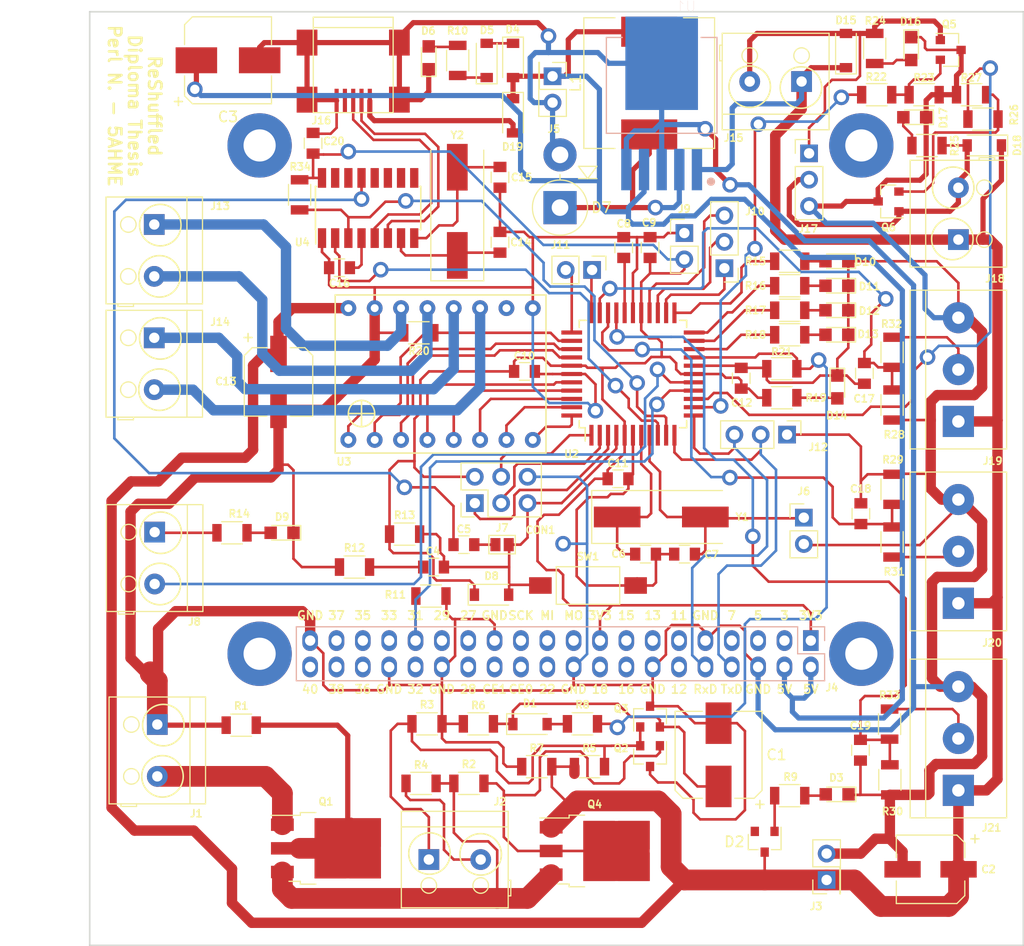
<source format=kicad_pcb>
(kicad_pcb (version 4) (host pcbnew 4.0.7-e2-6376~61~ubuntu18.04.1)
  (layers (0 F.Cu signal) (31 B.Cu signal) (34 B.Paste user) (35 F.Paste user) (36 B.SilkS user) (37 F.SilkS user) (38 B.Mask user) (39 F.Mask user) (44 Edge.Cuts user))
  (net 0 "")
  (net 1 GND)
  (net 2 +3V3)
  (net 3 MISO)
  (net 4 SCK)
  (net 5 MOSI)
  (net 6 "Net-(D3-Pad2)")
  (net 7 S1)
  (net 8 S2)
  (net 9 S3)
  (net 10 EN)
  (net 11 SLEEP)
  (net 12 STEP)
  (net 13 DIR)
  (net 14 M1)
  (net 15 M2)
  (net 16 TxD_USB)
  (net 17 RxD_USB)
  (net 18 M0)
  (net 19 DTR_USB)
  (net 20 HM1)
  (net 21 HM2)
  (net 22 RST)
  (net 23 RESET_M)
  (net 24 UNLATCH)
  (net 25 "Net-(D10-Pad2)")
  (net 26 "Net-(D11-Pad2)")
  (net 27 "Net-(D12-Pad2)")
  (net 28 "Net-(D13-Pad2)")
  (net 29 "Net-(C1-Pad1)")
  (net 30 "Net-(D14-Pad2)")
  (net 31 "Net-(D16-Pad2)")
  (net 32 "Net-(D17-Pad2)")
  (net 33 /Peripherie/WATCHDOG)
  (net 34 /Peripherie/µC_TxD)
  (net 35 /Peripherie/µC_RxD)
  (net 36 "Net-(J11-Pad2)")
  (net 37 "Net-(J20-Pad2)")
  (net 38 "Net-(J21-Pad2)")
  (net 39 "Net-(C7-Pad1)")
  (net 40 "Net-(D5-Pad1)")
  (net 41 "Net-(D15-Pad2)")
  (net 42 "Net-(J2-Pad2)")
  (net 43 "Net-(J2-Pad1)")
  (net 44 "Net-(J11-Pad1)")
  (net 45 "Net-(J14-Pad1)")
  (net 46 "Net-(Q6-Pad2)")
  (net 47 12V)
  (net 48 +5V)
  (net 49 "Net-(D2-Pad2)")
  (net 50 "Net-(D4-Pad1)")
  (net 51 "Net-(D6-Pad2)")
  (net 52 "Net-(D18-Pad2)")
  (net 53 "Net-(Q1-Pad3)")
  (net 54 "Net-(Q2-Pad1)")
  (net 55 "Net-(Q5-Pad2)")
  (net 56 MSWITCH)
  (net 57 LED4)
  (net 58 LED3)
  (net 59 LED2)
  (net 60 LED1)
  (net 61 "Net-(D1-Pad2)")
  (net 62 "Net-(C6-Pad1)")
  (net 63 "Net-(D9-Pad2)")
  (net 64 "Net-(J1-Pad2)")
  (net 65 "Net-(J8-Pad1)")
  (net 66 "Net-(J10-Pad1)")
  (net 67 "Net-(J10-Pad2)")
  (net 68 "Net-(J10-Pad3)")
  (net 69 "Net-(J13-Pad2)")
  (net 70 "Net-(J13-Pad1)")
  (net 71 "Net-(J16-Pad2)")
  (net 72 "Net-(J16-Pad3)")
  (net 73 "Net-(J19-Pad2)")
  (net 74 "Net-(Q1-Pad2)")
  (net 75 "Net-(C8-Pad1)")
  (net 76 "Net-(C4-Pad2)")
  (net 77 "Net-(C5-Pad1)")
  (net 78 "Net-(C14-Pad1)")
  (net 79 "Net-(C15-Pad1)")
  (net 80 "Net-(C16-Pad1)")
  (net 81 "Net-(D7-Pad1)")
  (net 82 "Net-(D19-Pad2)")
  (module footprints:TQFP-44_10x10mm_Pitch0.8mm_Handsolded (layer F.Cu) (at 113.665 105.664 90)
    (fp_text reference U2 (at -7.6962 -5.9182 180) (layer F.SilkS) (effects (font (size 0.7 0.7))))
    (fp_text value ATMEGA324P-20AU hide)
    (pad 1 smd rect (at -5.9 -4 90) (size 2 0.4) (layers F.Cu F.Paste F.Mask) (net 5 MOSI))
    (pad 2 smd rect (at -5.9 -3.2 90) (size 2 0.4) (layers F.Cu F.Paste F.Mask) (net 4 SCK))
    (pad 3 smd rect (at -5.9 -2.4 90) (size 2 0.4) (layers F.Cu F.Paste F.Mask) (net 3 MISO))
    (pad 4 smd rect (at -5.9 -1.6 90) (size 2 0.4) (layers F.Cu F.Paste F.Mask) (net 22 RST))
    (pad 5 smd rect (at -5.9 -0.8 90) (size 2 0.4) (layers F.Cu F.Paste F.Mask) (net 2 +3V3))
    (pad 6 smd rect (at -5.9 0 90) (size 2 0.4) (layers F.Cu F.Paste F.Mask) (net 1 GND))
    (pad 7 smd rect (at -5.9 0.8 90) (size 2 0.4) (layers F.Cu F.Paste F.Mask) (net 62 "Net-(C6-Pad1)"))
    (pad 8 smd rect (at -5.9 1.6 90) (size 2 0.4) (layers F.Cu F.Paste F.Mask) (net 39 "Net-(C7-Pad1)"))
    (pad 9 smd rect (at -5.9 2.4 90) (size 2 0.4) (layers F.Cu F.Paste F.Mask) (net 16 TxD_USB))
    (pad 10 smd rect (at -5.9 3.2 90) (size 2 0.4) (layers F.Cu F.Paste F.Mask) (net 17 RxD_USB))
    (pad 11 smd rect (at -5.9 4 90) (size 2 0.4) (layers F.Cu F.Paste F.Mask) (net 35 /Peripherie/µC_RxD))
    (pad 12 smd rect (at -4 5.9 180) (size 2 0.4) (layers F.Cu F.Paste F.Mask) (net 34 /Peripherie/µC_TxD))
    (pad 13 smd rect (at -3.2 5.9 180) (size 2 0.4) (layers F.Cu F.Paste F.Mask) (net 20 HM1))
    (pad 14 smd rect (at -2.4 5.9 180) (size 2 0.4) (layers F.Cu F.Paste F.Mask) (net 21 HM2))
    (pad 15 smd rect (at -1.6 5.9 180) (size 2 0.4) (layers F.Cu F.Paste F.Mask) (net 33 /Peripherie/WATCHDOG))
    (pad 16 smd rect (at -0.8 5.9 180) (size 2 0.4) (layers F.Cu F.Paste F.Mask) (net 56 MSWITCH))
    (pad 17 smd rect (at 0 5.9 180) (size 2 0.4) (layers F.Cu F.Paste F.Mask) (net 2 +3V3))
    (pad 18 smd rect (at 0.8 5.9 180) (size 2 0.4) (layers F.Cu F.Paste F.Mask) (net 1 GND))
    (pad 19 smd rect (at 1.6 5.9 180) (size 2 0.4) (layers F.Cu F.Paste F.Mask) (net 24 UNLATCH))
    (pad 20 smd rect (at 2.4 5.9 180) (size 2 0.4) (layers F.Cu F.Paste F.Mask) (net 60 LED1))
    (pad 21 smd rect (at 3.2 5.9 180) (size 2 0.4) (layers F.Cu F.Paste F.Mask) (net 59 LED2))
    (pad 22 smd rect (at 4 5.9 180) (size 2 0.4) (layers F.Cu F.Paste F.Mask) (net 58 LED3))
    (pad 23 smd rect (at 5.9 4 90) (size 2 0.4) (layers F.Cu F.Paste F.Mask) (net 57 LED4))
    (pad 24 smd rect (at 5.9 3.2 90) (size 2 0.4) (layers F.Cu F.Paste F.Mask) (net 66 "Net-(J10-Pad1)"))
    (pad 25 smd rect (at 5.9 2.4 90) (size 2 0.4) (layers F.Cu F.Paste F.Mask) (net 67 "Net-(J10-Pad2)"))
    (pad 26 smd rect (at 5.9 1.6 90) (size 2 0.4) (layers F.Cu F.Paste F.Mask) (net 68 "Net-(J10-Pad3)"))
    (pad 27 smd rect (at 5.9 0.8 90) (size 2 0.4) (layers F.Cu F.Paste F.Mask) (net 2 +3V3))
    (pad 28 smd rect (at 5.9 0 90) (size 2 0.4) (layers F.Cu F.Paste F.Mask) (net 1 GND))
    (pad 29 smd rect (at 5.9 -0.8 90) (size 2 0.4) (layers F.Cu F.Paste F.Mask) (net 75 "Net-(C8-Pad1)"))
    (pad 30 smd rect (at 5.9 -1.6 90) (size 2 0.4) (layers F.Cu F.Paste F.Mask) (net 9 S3))
    (pad 31 smd rect (at 5.9 -2.4 90) (size 2 0.4) (layers F.Cu F.Paste F.Mask) (net 8 S2))
    (pad 32 smd rect (at 5.9 -3.2 90) (size 2 0.4) (layers F.Cu F.Paste F.Mask) (net 7 S1))
    (pad 33 smd rect (at 5.9 -4 90) (size 2 0.4) (layers F.Cu F.Paste F.Mask) (net 44 "Net-(J11-Pad1)"))
    (pad 34 smd rect (at 4 -5.9 180) (size 2 0.4) (layers F.Cu F.Paste F.Mask) (net 36 "Net-(J11-Pad2)"))
    (pad 35 smd rect (at 3.2 -5.9 180) (size 2 0.4) (layers F.Cu F.Paste F.Mask) (net 10 EN))
    (pad 36 smd rect (at 2.4 -5.9 180) (size 2 0.4) (layers F.Cu F.Paste F.Mask) (net 18 M0))
    (pad 37 smd rect (at 1.6 -5.9 180) (size 2 0.4) (layers F.Cu F.Paste F.Mask) (net 14 M1))
    (pad 38 smd rect (at 0.8 -5.9 180) (size 2 0.4) (layers F.Cu F.Paste F.Mask) (net 2 +3V3))
    (pad 39 smd rect (at 0 -5.9 180) (size 2 0.4) (layers F.Cu F.Paste F.Mask) (net 1 GND))
    (pad 40 smd rect (at -0.8 -5.9 180) (size 2 0.4) (layers F.Cu F.Paste F.Mask) (net 15 M2))
    (pad 41 smd rect (at -1.6 -5.9 180) (size 2 0.4) (layers F.Cu F.Paste F.Mask) (net 23 RESET_M))
    (pad 42 smd rect (at -2.4 -5.9 180) (size 2 0.4) (layers F.Cu F.Paste F.Mask) (net 11 SLEEP))
    (pad 43 smd rect (at -3.2 -5.9 180) (size 2 0.4) (layers F.Cu F.Paste F.Mask) (net 12 STEP))
    (pad 44 smd rect (at -4 -5.9 180) (size 2 0.4) (layers F.Cu F.Paste F.Mask) (net 13 DIR))
  )
  (module footprints:Raspberry-PI (layer F.Cu) (at 130.81 131.36)
    (fp_text reference J4 (at 2.032 4.53) (layer F.SilkS) (effects (font (size 0.7 0.7))))
    (fp_text value Raspberry_Pi_3B+ hide)
    (fp_text user 3V3 (at 0 -2.42) (layer F.SilkS) (effects (font (size 0.82 0.82))))
    (fp_text user 3 (at -2.54 -2.42) (layer F.SilkS) (effects (font (size 0.82 0.82))))
    (fp_text user 5 (at -5.08 -2.42) (layer F.SilkS) (effects (font (size 0.82 0.82))))
    (fp_text user 7 (at -7.62 -2.42) (layer F.SilkS) (effects (font (size 0.82 0.82))))
    (fp_text user GND (at -10.16 -2.42) (layer F.SilkS) (effects (font (size 0.82 0.82))))
    (fp_text user 11 (at -12.7 -2.42) (layer F.SilkS) (effects (font (size 0.82 0.82))))
    (fp_text user 13 (at -15.24 -2.42) (layer F.SilkS) (effects (font (size 0.82 0.82))))
    (fp_text user 15 (at -17.78 -2.42) (layer F.SilkS) (effects (font (size 0.82 0.82))))
    (fp_text user 3V3 (at -20.32 -2.42) (layer F.SilkS) (effects (font (size 0.82 0.82))))
    (fp_text user MO (at -22.86 -2.42) (layer F.SilkS) (effects (font (size 0.82 0.82))))
    (fp_text user MI (at -25.4 -2.42) (layer F.SilkS) (effects (font (size 0.82 0.82))))
    (fp_text user SCK (at -27.94 -2.42) (layer F.SilkS) (effects (font (size 0.82 0.82))))
    (fp_text user GND (at -30.48 -2.42) (layer F.SilkS) (effects (font (size 0.82 0.82))))
    (fp_text user 27 (at -33.02 -2.42) (layer F.SilkS) (effects (font (size 0.82 0.82))))
    (fp_text user 29 (at -35.56 -2.42) (layer F.SilkS) (effects (font (size 0.82 0.82))))
    (fp_text user 31 (at -38.1 -2.42) (layer F.SilkS) (effects (font (size 0.82 0.82))))
    (fp_text user 33 (at -40.64 -2.42) (layer F.SilkS) (effects (font (size 0.82 0.82))))
    (fp_text user 35 (at -43.18 -2.42) (layer F.SilkS) (effects (font (size 0.82 0.82))))
    (fp_text user 37 (at -45.72 -2.42) (layer F.SilkS) (effects (font (size 0.82 0.82))))
    (fp_text user GND (at -48.26 -2.42) (layer F.SilkS) (effects (font (size 0.82 0.82))))
    (fp_text user GND (at -48.26 -2.42) (layer F.SilkS) (effects (font (size 0.82 0.82))))
    (fp_text user 37 (at -45.72 -2.42) (layer F.SilkS) (effects (font (size 0.82 0.82))))
    (fp_text user 35 (at -43.18 -2.42) (layer F.SilkS) (effects (font (size 0.82 0.82))))
    (fp_text user 33 (at -40.64 -2.42) (layer F.SilkS) (effects (font (size 0.82 0.82))))
    (fp_text user 31 (at -38.1 -2.42) (layer F.SilkS) (effects (font (size 0.82 0.82))))
    (fp_text user 29 (at -35.56 -2.42) (layer F.SilkS) (effects (font (size 0.82 0.82))))
    (fp_text user 27 (at -33.02 -2.42) (layer F.SilkS) (effects (font (size 0.82 0.82))))
    (fp_text user GND (at -30.48 -2.42) (layer F.SilkS) (effects (font (size 0.82 0.82))))
    (fp_text user SCK (at -27.94 -2.42) (layer F.SilkS) (effects (font (size 0.82 0.82))))
    (fp_text user MI (at -25.4 -2.42) (layer F.SilkS) (effects (font (size 0.82 0.82))))
    (fp_text user MO (at -22.86 -2.42) (layer F.SilkS) (effects (font (size 0.82 0.82))))
    (fp_text user 3V3 (at -20.32 -2.42) (layer F.SilkS) (effects (font (size 0.82 0.82))))
    (fp_text user 15 (at -17.78 -2.42) (layer F.SilkS) (effects (font (size 0.82 0.82))))
    (fp_text user 40 (at -48.26 4.692) (layer F.SilkS) (effects (font (size 0.82 0.82))))
    (fp_text user 38 (at -45.72 4.692) (layer F.SilkS) (effects (font (size 0.82 0.82))))
    (fp_text user 36 (at -43.18 4.692) (layer F.SilkS) (effects (font (size 0.82 0.82))))
    (fp_text user GND (at -40.64 4.692) (layer F.SilkS) (effects (font (size 0.82 0.82))))
    (fp_text user 32 (at -38.1 4.692) (layer F.SilkS) (effects (font (size 0.82 0.82))))
    (fp_text user GND (at -35.56 4.692) (layer F.SilkS) (effects (font (size 0.82 0.82))))
    (fp_text user 28 (at -33.02 4.692) (layer F.SilkS) (effects (font (size 0.82 0.82))))
    (fp_text user CE1 (at -30.48 4.692) (layer F.SilkS) (effects (font (size 0.82 0.82))))
    (fp_text user CE0 (at -27.94 4.692) (layer F.SilkS) (effects (font (size 0.82 0.82))))
    (fp_text user 22 (at -25.4 4.692) (layer F.SilkS) (effects (font (size 0.82 0.82))))
    (fp_text user GND (at -22.86 4.692) (layer F.SilkS) (effects (font (size 0.82 0.82))))
    (fp_text user 18 (at -20.32 4.692) (layer F.SilkS) (effects (font (size 0.82 0.82))))
    (fp_text user 16 (at -17.78 4.692) (layer F.SilkS) (effects (font (size 0.82 0.82))))
    (fp_text user GND (at -15.24 4.692) (layer F.SilkS) (effects (font (size 0.82 0.82))))
    (fp_text user 12 (at -12.7 4.692) (layer F.SilkS) (effects (font (size 0.82 0.82))))
    (fp_text user 13 (at -15.24 -2.42) (layer F.SilkS) (effects (font (size 0.82 0.82))))
    (fp_text user 11 (at -12.7 -2.42) (layer F.SilkS) (effects (font (size 0.82 0.82))))
    (fp_text user RxD (at -10.16 4.692) (layer F.SilkS) (effects (font (size 0.82 0.82))))
    (fp_text user TxD (at -7.62 4.692) (layer F.SilkS) (effects (font (size 0.82 0.82))))
    (fp_text user GND (at -10.16 -2.42) (layer F.SilkS) (effects (font (size 0.82 0.82))))
    (fp_text user 7 (at -7.62 -2.42) (layer F.SilkS) (effects (font (size 0.82 0.82))))
    (fp_text user 5 (at -5.08 -2.42) (layer F.SilkS) (effects (font (size 0.82 0.82))))
    (fp_text user 3 (at -2.54 -2.42) (layer F.SilkS) (effects (font (size 0.82 0.82))))
    (fp_text user GND (at -5.08 4.692) (layer F.SilkS) (effects (font (size 0.82 0.82))))
    (fp_text user 5V (at -2.54 4.692) (layer F.SilkS) (effects (font (size 0.82 0.82))))
    (fp_text user 5V (at 0 4.692) (layer F.SilkS) (effects (font (size 0.82 0.82))))
    (fp_text user 3V3 (at 0 -2.42) (layer F.SilkS) (effects (font (size 0.82 0.82))))
    (pad 40 thru_hole oval (at -48.26 2.54) (size 1.5 2) (drill 1) (layers *.Cu *.Mask))
    (pad 39 thru_hole oval (at -48.26 0) (size 1.5 2) (drill 1) (layers *.Cu *.Mask) (net 1 GND))
    (pad 38 thru_hole oval (at -45.72 2.54) (size 1.5 2) (drill 1) (layers *.Cu *.Mask))
    (pad 37 thru_hole oval (at -45.72 0) (size 1.5 2) (drill 1) (layers *.Cu *.Mask))
    (pad 36 thru_hole oval (at -43.18 2.54) (size 1.5 2) (drill 1) (layers *.Cu *.Mask))
    (pad 35 thru_hole oval (at -43.18 0) (size 1.5 2) (drill 1) (layers *.Cu *.Mask))
    (pad 34 thru_hole oval (at -40.64 2.54) (size 1.5 2) (drill 1) (layers *.Cu *.Mask) (net 1 GND))
    (pad 33 thru_hole oval (at -40.64 0) (size 1.5 2) (drill 1) (layers *.Cu *.Mask))
    (pad 32 thru_hole oval (at -38.1 2.54) (size 1.5 2) (drill 1) (layers *.Cu *.Mask))
    (pad 31 thru_hole oval (at -38.1 0) (size 1.5 2) (drill 1) (layers *.Cu *.Mask) (net 33 /Peripherie/WATCHDOG))
    (pad 30 thru_hole oval (at -35.56 2.54) (size 1.5 2) (drill 1) (layers *.Cu *.Mask) (net 1 GND))
    (pad 29 thru_hole oval (at -35.56 0) (size 1.5 2) (drill 1) (layers *.Cu *.Mask))
    (pad 28 thru_hole oval (at -33.02 2.54) (size 1.5 2) (drill 1) (layers *.Cu *.Mask))
    (pad 27 thru_hole oval (at -33.02 0) (size 1.5 2) (drill 1) (layers *.Cu *.Mask))
    (pad 26 thru_hole oval (at -30.48 2.54) (size 1.5 2) (drill 1) (layers *.Cu *.Mask))
    (pad 25 thru_hole oval (at -30.48 0) (size 1.5 2) (drill 1) (layers *.Cu *.Mask) (net 1 GND))
    (pad 24 thru_hole oval (at -27.94 2.54) (size 1.5 2) (drill 1) (layers *.Cu *.Mask))
    (pad 23 thru_hole oval (at -27.94 0) (size 1.5 2) (drill 1) (layers *.Cu *.Mask))
    (pad 22 thru_hole oval (at -25.4 2.54) (size 1.5 2) (drill 1) (layers *.Cu *.Mask))
    (pad 21 thru_hole oval (at -25.4 0) (size 1.5 2) (drill 1) (layers *.Cu *.Mask))
    (pad 20 thru_hole oval (at -22.86 2.54) (size 1.5 2) (drill 1) (layers *.Cu *.Mask) (net 1 GND))
    (pad 19 thru_hole oval (at -22.86 0) (size 1.5 2) (drill 1) (layers *.Cu *.Mask))
    (pad 18 thru_hole oval (at -20.32 2.54) (size 1.5 2) (drill 1) (layers *.Cu *.Mask))
    (pad 17 thru_hole oval (at -20.32 0) (size 1.5 2) (drill 1) (layers *.Cu *.Mask) (net 2 +3V3))
    (pad 16 thru_hole oval (at -17.78 2.54) (size 1.5 2) (drill 1) (layers *.Cu *.Mask))
    (pad 15 thru_hole oval (at -17.78 0) (size 1.5 2) (drill 1) (layers *.Cu *.Mask))
    (pad 14 thru_hole oval (at -15.24 2.54) (size 1.5 2) (drill 1) (layers *.Cu *.Mask) (net 1 GND))
    (pad 13 thru_hole oval (at -15.24 0) (size 1.5 2) (drill 1) (layers *.Cu *.Mask))
    (pad 12 thru_hole oval (at -12.7 2.54) (size 1.5 2) (drill 1) (layers *.Cu *.Mask))
    (pad 11 thru_hole oval (at -12.7 0) (size 1.5 2) (drill 1) (layers *.Cu *.Mask))
    (pad 10 thru_hole oval (at -10.16 2.54) (size 1.5 2) (drill 1) (layers *.Cu *.Mask) (net 34 /Peripherie/µC_TxD))
    (pad 9 thru_hole oval (at -10.16 0) (size 1.5 2) (drill 1) (layers *.Cu *.Mask) (net 1 GND))
    (pad 8 thru_hole oval (at -7.62 2.54) (size 1.5 2) (drill 1) (layers *.Cu *.Mask) (net 35 /Peripherie/µC_RxD))
    (pad 7 thru_hole oval (at -7.62 0) (size 1.5 2) (drill 1) (layers *.Cu *.Mask))
    (pad 6 thru_hole oval (at -5.08 2.54) (size 1.5 2) (drill 1) (layers *.Cu *.Mask) (net 1 GND))
    (pad 5 thru_hole oval (at -5.08 0) (size 1.5 2) (drill 1) (layers *.Cu *.Mask))
    (pad 4 thru_hole oval (at -2.54 2.54) (size 1.5 2) (drill 1) (layers *.Cu *.Mask) (net 48 +5V))
    (pad 3 thru_hole oval (at -2.54 0) (size 1.5 2) (drill 1) (layers *.Cu *.Mask))
    (pad 2 thru_hole oval (at 0 2.54) (size 1.5 2) (drill 1) (layers *.Cu *.Mask) (net 48 +5V))
    (pad 1 thru_hole rect (at 0 0) (size 1.5 2) (drill 1) (layers *.Cu *.Mask) (net 2 +3V3))
    (pad "" np_thru_hole circle (at 4.87 -47.73) (size 6.2 6.2) (drill 3.1) (layers *.Cu *.Mask))
    (pad "" np_thru_hole circle (at -53.13 -47.73) (size 6.2 6.2) (drill 3.1) (layers *.Cu *.Mask))
    (pad "" np_thru_hole circle (at -53.13 1.27) (size 6.2 6.2) (drill 3.1) (layers *.Cu *.Mask))
    (pad "" np_thru_hole circle (at 4.87 1.27) (size 6.2 6.2) (drill 3.1) (layers *.Cu *.Mask))
  )
  (module Resistors_SMD:R_1206 (layer F.Cu) (at 141.732 78.74)
    (fp_text reference R23 (at -0.004 -1.638) (layer F.SilkS) (effects (font (size 0.7 0.7))))
    (fp_text value 10k)
    (pad 1 smd rect (at -1.45 0) (size 0.9 1.7) (layers F.Cu F.Paste F.Mask) (net 55 "Net-(Q5-Pad2)"))
    (pad 2 smd rect (at 1.45 0) (size 0.9 1.7) (layers F.Cu F.Paste F.Mask) (net 1 GND))
  )
  (module Resistors_SMD:R_1206 (layer F.Cu) (at 147.407 81.091 180)
    (fp_text reference R26 (at -2.9972 0.4191 450) (layer F.SilkS) (effects (font (size 0.7 0.7))))
    (fp_text value 560)
    (pad 1 smd rect (at -1.45 0 180) (size 0.9 1.7) (layers F.Cu F.Paste F.Mask) (net 46 "Net-(Q6-Pad2)"))
    (pad 2 smd rect (at 1.45 0 180) (size 0.9 1.7) (layers F.Cu F.Paste F.Mask) (net 21 HM2))
  )
  (module Crystals:Crystal_SMD_HC49-SD (layer F.Cu) (at 116.3936 119.445)
    (fp_text reference Y1 (at 7.8105 0) (layer F.SilkS) (effects (font (size 0.7 0.7))))
    (fp_text value Crystal_10Mhz)
    (pad 1 smd rect (at -4.25 0) (size 4.5 2) (layers F.Cu F.Paste F.Mask) (net 62 "Net-(C6-Pad1)"))
    (pad 2 smd rect (at 4.25 0) (size 4.5 2) (layers F.Cu F.Paste F.Mask) (net 39 "Net-(C7-Pad1)"))
  )
  (module Buttons_Switches_SMD:SW_SPST_FSMSM (layer F.Cu) (at 109.3324 126.049 180)
    (fp_text reference SW1 (at 0 2.794 180) (layer F.SilkS) (effects (font (size 0.7 0.7))))
    (fp_text value SW_Push)
    (pad 1 smd rect (at -4.59 0 180) (size 2.18 1.6) (layers F.Cu F.Paste F.Mask) (net 1 GND))
    (pad 2 smd rect (at 4.59 0 180) (size 2.18 1.6) (layers F.Cu F.Paste F.Mask) (net 22 RST))
  )
  (module footprints:Terminalblock-3x-5mm (layer F.Cu) (at 145.034 145.796 90)
    (fp_text reference J21 (at -3.6068 3.2004 180) (layer F.SilkS) (effects (font (size 0.7 0.7))))
    (fp_text value Cap_Sensor3)
    (pad 3 thru_hole circle (at 10 0 90) (size 3 3) (drill 1.2) (layers *.Cu *.Mask) (net 1 GND))
    (pad 2 thru_hole circle (at 5 0 90) (size 3 3) (drill 1.2) (layers *.Cu *.Mask) (net 38 "Net-(J21-Pad2)"))
    (pad 1 thru_hole rect (at 0 0 90) (size 3 3) (drill 1.2) (layers *.Cu *.Mask) (net 47 12V))
  )
  (module footprints:Terminalblock-3x-5mm (layer F.Cu) (at 145.034 127.762 90)
    (fp_text reference J20 (at -3.81 3.2512 180) (layer F.SilkS) (effects (font (size 0.7 0.7))))
    (fp_text value Cap_Sensor2)
    (pad 3 thru_hole circle (at 10 0 90) (size 3 3) (drill 1.2) (layers *.Cu *.Mask) (net 1 GND))
    (pad 2 thru_hole circle (at 5 0 90) (size 3 3) (drill 1.2) (layers *.Cu *.Mask) (net 37 "Net-(J20-Pad2)"))
    (pad 1 thru_hole rect (at 0 0 90) (size 3 3) (drill 1.2) (layers *.Cu *.Mask) (net 47 12V))
  )
  (module footprints:Terminalblock-2x-5mm (layer F.Cu) (at 129.921 77.47 180)
    (fp_text reference J15 (at 6.5405 -5.4356 180) (layer F.SilkS) (effects (font (size 0.7 0.7))))
    (fp_text value Solenoid1)
    (pad 2 thru_hole circle (at 5 0 180) (size 2 2) (drill 1) (layers *.Cu *.Mask) (net 41 "Net-(D15-Pad2)"))
    (pad 1 thru_hole rect (at 0 0 180) (size 2 2) (drill 1) (layers *.Cu *.Mask) (net 47 12V))
  )
  (module footprints:Terminalblock-2x-5mm (layer F.Cu) (at 67.524 102.173 270)
    (fp_text reference J14 (at -1.524 -6.35 360) (layer F.SilkS) (effects (font (size 0.7 0.7))))
    (fp_text value Stepper2)
    (pad 2 thru_hole circle (at 5 0 270) (size 2 2) (drill 1) (layers *.Cu *.Mask))
    (pad 1 thru_hole rect (at 0 0 270) (size 2 2) (drill 1) (layers *.Cu *.Mask) (net 45 "Net-(J14-Pad1)"))
  )
  (module footprints:Terminalblock-2x-5mm (layer F.Cu) (at 67.524 91.251 270)
    (fp_text reference J13 (at -1.778 -6.35 360) (layer F.SilkS) (effects (font (size 0.7 0.7))))
    (fp_text value Stepper1)
    (pad 2 thru_hole circle (at 5 0 270) (size 2 2) (drill 1) (layers *.Cu *.Mask) (net 69 "Net-(J13-Pad2)"))
    (pad 1 thru_hole rect (at 0 0 270) (size 2 2) (drill 1) (layers *.Cu *.Mask) (net 70 "Net-(J13-Pad1)"))
  )
  (module Pin_Headers:Pin_Header_Straight_2x03_Pitch2.54mm (layer F.Cu) (at 98.425 118.11 90)
    (fp_text reference CON1 (at -2.5908 6.3246 180) (layer F.SilkS) (effects (font (size 0.7 0.7))))
    (fp_text value AVR-ISP-6)
    (pad 1 thru_hole rect (at 0 0 90) (size 1.7 1.7) (drill 1) (layers *.Cu *.Mask) (net 3 MISO))
    (pad 2 thru_hole oval (at 2.54 0 90) (size 1.7 1.7) (drill 1) (layers *.Cu *.Mask) (net 2 +3V3))
    (pad 3 thru_hole oval (at 0 2.54 90) (size 1.7 1.7) (drill 1) (layers *.Cu *.Mask) (net 4 SCK))
    (pad 4 thru_hole oval (at 2.54 2.54 90) (size 1.7 1.7) (drill 1) (layers *.Cu *.Mask) (net 5 MOSI))
    (pad 5 thru_hole oval (at 0 5.08 90) (size 1.7 1.7) (drill 1) (layers *.Cu *.Mask) (net 22 RST))
    (pad 6 thru_hole oval (at 2.54 5.08 90) (size 1.7 1.7) (drill 1) (layers *.Cu *.Mask) (net 1 GND))
  )
  (module footprints:SOIC-16_3.9x9.9mm_Pitch1.27mm_HANDSOLDERED (layer F.Cu) (at 88.138 89.662 90)
    (fp_text reference U4 (at -3.302 -6.35 180) (layer F.SilkS) (effects (font (size 0.7 0.7))))
    (fp_text value CH340G)
    (pad 1 smd rect (at -2.9 -4.445 90) (size 1.9 0.8) (layers F.Cu F.Paste F.Mask) (net 1 GND))
    (pad 2 smd rect (at -2.9 -3.175 90) (size 1.9 0.8) (layers F.Cu F.Paste F.Mask) (net 16 TxD_USB))
    (pad 3 smd rect (at -2.9 -1.905 90) (size 1.9 0.8) (layers F.Cu F.Paste F.Mask) (net 17 RxD_USB))
    (pad 4 smd rect (at -2.9 -0.635 90) (size 1.9 0.8) (layers F.Cu F.Paste F.Mask) (net 80 "Net-(C16-Pad1)"))
    (pad 5 smd rect (at -2.9 0.635 90) (size 1.9 0.8) (layers F.Cu F.Paste F.Mask) (net 72 "Net-(J16-Pad3)"))
    (pad 6 smd rect (at -2.9 1.905 90) (size 1.9 0.8) (layers F.Cu F.Paste F.Mask) (net 71 "Net-(J16-Pad2)"))
    (pad 7 smd rect (at -2.9 3.175 90) (size 1.9 0.8) (layers F.Cu F.Paste F.Mask) (net 78 "Net-(C14-Pad1)"))
    (pad 8 smd rect (at -2.9 4.445 90) (size 1.9 0.8) (layers F.Cu F.Paste F.Mask) (net 79 "Net-(C15-Pad1)"))
    (pad 9 smd rect (at 2.9 4.445 90) (size 1.9 0.8) (layers F.Cu F.Paste F.Mask))
    (pad 10 smd rect (at 2.9 3.175 90) (size 1.9 0.8) (layers F.Cu F.Paste F.Mask))
    (pad 11 smd rect (at 2.9 1.905 90) (size 1.9 0.8) (layers F.Cu F.Paste F.Mask))
    (pad 12 smd rect (at 2.9 0.635 90) (size 1.9 0.8) (layers F.Cu F.Paste F.Mask))
    (pad 13 smd rect (at 2.9 -0.635 90) (size 1.9 0.8) (layers F.Cu F.Paste F.Mask) (net 19 DTR_USB))
    (pad 14 smd rect (at 2.9 -1.905 90) (size 1.9 0.8) (layers F.Cu F.Paste F.Mask))
    (pad 15 smd rect (at 2.9 -3.175 90) (size 1.9 0.8) (layers F.Cu F.Paste F.Mask))
    (pad 16 smd rect (at 2.9 -4.445 90) (size 1.9 0.8) (layers F.Cu F.Paste F.Mask) (net 2 +3V3))
  )
  (module footprints:Terminalblock-2x-5mm (layer F.Cu) (at 67.818 139.446 270)
    (fp_text reference J1 (at 8.5852 -3.7592 360) (layer F.SilkS) (effects (font (size 0.7 0.7))))
    (fp_text value Input_12V)
    (pad 2 thru_hole circle (at 5 0 270) (size 2 2) (drill 1) (layers *.Cu *.Mask) (net 64 "Net-(J1-Pad2)"))
    (pad 1 thru_hole rect (at 0 0 270) (size 2 2) (drill 1) (layers *.Cu *.Mask) (net 1 GND))
  )
  (module footprints:Terminalblock-2x-5mm (layer F.Cu) (at 145.034 92.71 90)
    (fp_text reference J18 (at -3.7607 3.5287 180) (layer F.SilkS) (effects (font (size 0.7 0.7))))
    (fp_text value Solenoid2)
    (pad 2 thru_hole circle (at 5 0 90) (size 2 2) (drill 1) (layers *.Cu *.Mask) (net 52 "Net-(D18-Pad2)"))
    (pad 1 thru_hole rect (at 0 0 90) (size 2 2) (drill 1) (layers *.Cu *.Mask) (net 47 12V))
  )
  (module footprints:Terminalblock-3x-5mm (layer F.Cu) (at 145.034 110.236 90)
    (fp_text reference J19 (at -3.81 3.302 180) (layer F.SilkS) (effects (font (size 0.7 0.7))))
    (fp_text value Cap_Sensor1)
    (pad 3 thru_hole circle (at 10 0 90) (size 3 3) (drill 1.2) (layers *.Cu *.Mask) (net 1 GND))
    (pad 2 thru_hole circle (at 5 0 90) (size 3 3) (drill 1.2) (layers *.Cu *.Mask) (net 73 "Net-(J19-Pad2)"))
    (pad 1 thru_hole rect (at 0 0 90) (size 3 3) (drill 1.2) (layers *.Cu *.Mask) (net 47 12V))
  )
  (module Pin_Headers:Pin_Header_Straight_1x03_Pitch2.54mm (layer F.Cu) (at 130.643 84.393)
    (fp_text reference J17 (at -0.0889 7.2771) (layer F.SilkS) (effects (font (size 0.7 0.7))))
    (fp_text value Conn_01x03)
    (pad 1 thru_hole rect (at 0 0) (size 1.7 1.7) (drill 1) (layers *.Cu *.Mask) (net 41 "Net-(D15-Pad2)"))
    (pad 2 thru_hole oval (at 0 2.54) (size 1.7 1.7) (drill 1) (layers *.Cu *.Mask) (net 52 "Net-(D18-Pad2)"))
    (pad 3 thru_hole oval (at 0 5.08) (size 1.7 1.7) (drill 1) (layers *.Cu *.Mask) (net 1 GND))
  )
  (module Pin_Headers:Pin_Header_Straight_2x01_Pitch2.54mm (layer F.Cu) (at 105.918 76.962 270)
    (fp_text reference J5 (at 5.0815 -0.1251 360) (layer F.SilkS) (effects (font (size 0.7 0.7))))
    (fp_text value Conn_01x02)
    (pad 1 thru_hole rect (at 0 0 270) (size 1.7 1.7) (drill 1) (layers *.Cu *.Mask) (net 48 +5V))
    (pad 2 thru_hole oval (at 2.54 0 270) (size 1.7 1.7) (drill 1) (layers *.Cu *.Mask) (net 1 GND))
  )
  (module footprints:Terminalblock-2x-5mm (layer F.Cu) (at 67.564 120.904 270)
    (fp_text reference J8 (at 8.636 -3.8354 360) (layer F.SilkS) (effects (font (size 0.7 0.7))))
    (fp_text value Microswitch)
    (pad 2 thru_hole circle (at 5 0 270) (size 2 2) (drill 1) (layers *.Cu *.Mask) (net 56 MSWITCH))
    (pad 1 thru_hole rect (at 0 0 270) (size 2 2) (drill 1) (layers *.Cu *.Mask) (net 65 "Net-(J8-Pad1)"))
  )
  (module Pin_Headers:Pin_Header_Straight_1x03_Pitch2.54mm (layer F.Cu) (at 128.524 111.506 270)
    (fp_text reference J12 (at 1.208 -3.008 360) (layer F.SilkS) (effects (font (size 0.7 0.7))))
    (fp_text value Conn_01x03)
    (pad 1 thru_hole rect (at 0 0 270) (size 1.7 1.7) (drill 1) (layers *.Cu *.Mask) (net 1 GND))
    (pad 2 thru_hole oval (at 0 2.54 270) (size 1.7 1.7) (drill 1) (layers *.Cu *.Mask) (net 35 /Peripherie/µC_RxD))
    (pad 3 thru_hole oval (at 0 5.08 270) (size 1.7 1.7) (drill 1) (layers *.Cu *.Mask) (net 34 /Peripherie/µC_TxD))
  )
  (module Pin_Headers:Pin_Header_Straight_2x01_Pitch2.54mm (layer F.Cu) (at 132.334 154.432 90)
    (fp_text reference J3 (at -2.54 -1.016 180) (layer F.SilkS) (effects (font (size 0.7 0.7))))
    (fp_text value Conn_01x02)
    (pad 1 thru_hole rect (at 0 0 90) (size 1.7 1.7) (drill 1) (layers *.Cu *.Mask) (net 47 12V))
    (pad 2 thru_hole oval (at 2.54 0 90) (size 1.7 1.7) (drill 1) (layers *.Cu *.Mask) (net 1 GND))
  )
  (module Connectors:GS2 (layer F.Cu) (at 101.052 122.112 270)
    (fp_text reference J7 (at -1.6256 0 360) (layer F.SilkS) (effects (font (size 0.7 0.7))))
    (fp_text value GS2)
    (pad 1 smd rect (at 0 -0.64 270) (size 1.27 0.97) (layers F.Cu F.Paste F.Mask) (net 22 RST))
    (pad 2 smd rect (at 0 0.64 270) (size 1.27 0.97) (layers F.Cu F.Paste F.Mask) (net 77 "Net-(C5-Pad1)"))
  )
  (module Pin_Headers:Pin_Header_Straight_1x02_Pitch2.54mm (layer F.Cu) (at 130.135 119.5085)
    (fp_text reference J6 (at 0 -2.54) (layer F.SilkS) (effects (font (size 0.7 0.7))))
    (fp_text value Conn_01x02)
    (pad 1 thru_hole rect (at 0 0) (size 1.7 1.7) (drill 1) (layers *.Cu *.Mask) (net 39 "Net-(C7-Pad1)"))
    (pad 2 thru_hole oval (at 0 2.54) (size 1.7 1.7) (drill 1) (layers *.Cu *.Mask) (net 1 GND))
  )
  (module Pin_Headers:Pin_Header_Straight_1x02_Pitch2.54mm (layer F.Cu) (at 118.618 92.075)
    (fp_text reference J9 (at 0 -2.33) (layer F.SilkS) (effects (font (size 0.7 0.7))))
    (fp_text value Conn_01x02)
    (pad 1 thru_hole rect (at 0 0) (size 1.7 1.7) (drill 1) (layers *.Cu *.Mask) (net 1 GND))
    (pad 2 thru_hole oval (at 0 2.54) (size 1.7 1.7) (drill 1) (layers *.Cu *.Mask) (net 2 +3V3))
  )
  (module Pin_Headers:Pin_Header_Straight_1x03_Pitch2.54mm (layer F.Cu) (at 122.4788 95.4659 180)
    (fp_text reference J10 (at -2.9572 5.4849 180) (layer F.SilkS) (effects (font (size 0.7 0.7))))
    (fp_text value Conn_01x03)
    (pad 1 thru_hole rect (at 0 0 180) (size 1.7 1.7) (drill 1) (layers *.Cu *.Mask) (net 66 "Net-(J10-Pad1)"))
    (pad 2 thru_hole oval (at 0 2.54 180) (size 1.7 1.7) (drill 1) (layers *.Cu *.Mask) (net 67 "Net-(J10-Pad2)"))
    (pad 3 thru_hole oval (at 0 5.08 180) (size 1.7 1.7) (drill 1) (layers *.Cu *.Mask) (net 68 "Net-(J10-Pad3)"))
  )
  (module Pin_Headers:Pin_Header_Straight_1x02_Pitch2.54mm (layer F.Cu) (at 109.728 95.631 270)
    (fp_text reference J11 (at -2.413 3.048 360) (layer F.SilkS) (effects (font (size 0.7 0.7))))
    (fp_text value Conn_01x02)
    (pad 1 thru_hole rect (at 0 0 270) (size 1.7 1.7) (drill 1) (layers *.Cu *.Mask) (net 44 "Net-(J11-Pad1)"))
    (pad 2 thru_hole oval (at 0 2.54 270) (size 1.7 1.7) (drill 1) (layers *.Cu *.Mask) (net 36 "Net-(J11-Pad2)"))
  )
  (module footprints:Terminalblock-2x-5mm (layer F.Cu) (at 93.9908 152.465)
    (fp_text reference J2 (at 6.858 -5.588) (layer F.SilkS) (effects (font (size 0.7 0.7))))
    (fp_text value PowerOn_Button)
    (pad 2 thru_hole circle (at 5 0) (size 2 2) (drill 1) (layers *.Cu *.Mask) (net 42 "Net-(J2-Pad2)"))
    (pad 1 thru_hole rect (at 0 0) (size 2 2) (drill 1) (layers *.Cu *.Mask) (net 43 "Net-(J2-Pad1)"))
  )
  (module TO_SOT_Packages_SMD:SOT-23 (layer F.Cu) (at 144.2955 74.4235)
    (fp_text reference Q5 (at -0.14 -2.474) (layer F.SilkS) (effects (font (size 0.7 0.7))))
    (fp_text value FDN337N)
    (pad 1 smd rect (at -1 -0.95) (size 0.9 0.8) (layers F.Cu F.Paste F.Mask) (net 41 "Net-(D15-Pad2)"))
    (pad 2 smd rect (at -1 0.95) (size 0.9 0.8) (layers F.Cu F.Paste F.Mask) (net 55 "Net-(Q5-Pad2)"))
    (pad 3 smd rect (at 1 0) (size 0.9 0.8) (layers F.Cu F.Paste F.Mask) (net 1 GND))
  )
  (module TO_SOT_Packages_SMD:SOT-23 (layer F.Cu) (at 138.303 89.027 180)
    (fp_text reference Q6 (at 0 -2.5 180) (layer F.SilkS) (effects (font (size 0.7 0.7))))
    (fp_text value FDN337N)
    (pad 1 smd rect (at -1 -0.95 180) (size 0.9 0.8) (layers F.Cu F.Paste F.Mask) (net 52 "Net-(D18-Pad2)"))
    (pad 2 smd rect (at -1 0.95 180) (size 0.9 0.8) (layers F.Cu F.Paste F.Mask) (net 46 "Net-(Q6-Pad2)"))
    (pad 3 smd rect (at 1 0 180) (size 0.9 0.8) (layers F.Cu F.Paste F.Mask) (net 1 GND))
  )
  (module TO_SOT_Packages_SMD:SOT-23 (layer F.Cu) (at 115.316 142.494 270)
    (fp_text reference Q2 (at -0.762 2.794 540) (layer F.SilkS) (effects (font (size 0.7 0.7))))
    (fp_text value FDN337N)
    (pad 1 smd rect (at -1 -0.95 270) (size 0.9 0.8) (layers F.Cu F.Paste F.Mask) (net 54 "Net-(Q2-Pad1)"))
    (pad 2 smd rect (at -1 0.95 270) (size 0.9 0.8) (layers F.Cu F.Paste F.Mask) (net 43 "Net-(J2-Pad1)"))
    (pad 3 smd rect (at 1 0 270) (size 0.9 0.8) (layers F.Cu F.Paste F.Mask) (net 1 GND))
  )
  (module TO_SOT_Packages_SMD:SOT-23 (layer F.Cu) (at 115.316 138.684 90)
    (fp_text reference Q3 (at 0.762 -2.794 180) (layer F.SilkS) (effects (font (size 0.7 0.7))))
    (fp_text value FDN337N)
    (pad 1 smd rect (at -1 -0.95 90) (size 0.9 0.8) (layers F.Cu F.Paste F.Mask) (net 43 "Net-(J2-Pad1)"))
    (pad 2 smd rect (at -1 0.95 90) (size 0.9 0.8) (layers F.Cu F.Paste F.Mask) (net 29 "Net-(C1-Pad1)"))
    (pad 3 smd rect (at 1 0 90) (size 0.9 0.8) (layers F.Cu F.Paste F.Mask) (net 1 GND))
  )
  (module Resistors_SMD:R_1206 (layer F.Cu) (at 146.304 78.74 180)
    (fp_text reference R27 (at 0.0254 1.6383 360) (layer F.SilkS) (effects (font (size 0.7 0.7))))
    (fp_text value 10k)
    (pad 1 smd rect (at -1.45 0 180) (size 0.9 1.7) (layers F.Cu F.Paste F.Mask) (net 46 "Net-(Q6-Pad2)"))
    (pad 2 smd rect (at 1.45 0 180) (size 0.9 1.7) (layers F.Cu F.Paste F.Mask) (net 1 GND))
  )
  (module Resistors_SMD:R_1206 (layer F.Cu) (at 98.766 139.384 180)
    (fp_text reference R6 (at 0 1.778 180) (layer F.SilkS) (effects (font (size 0.7 0.7))))
    (fp_text value 100k)
    (pad 1 smd rect (at -1.45 0 180) (size 0.9 1.7) (layers F.Cu F.Paste F.Mask) (net 29 "Net-(C1-Pad1)"))
    (pad 2 smd rect (at 1.45 0 180) (size 0.9 1.7) (layers F.Cu F.Paste F.Mask) (net 1 GND))
  )
  (module Resistors_SMD:R_1206 (layer F.Cu) (at 93.2415 145.1244 180)
    (fp_text reference R4 (at 0 1.778 180) (layer F.SilkS) (effects (font (size 0.7 0.7))))
    (fp_text value 10k)
    (pad 1 smd rect (at -1.45 0 180) (size 0.9 1.7) (layers F.Cu F.Paste F.Mask) (net 53 "Net-(Q1-Pad3)"))
    (pad 2 smd rect (at 1.45 0 180) (size 0.9 1.7) (layers F.Cu F.Paste F.Mask) (net 42 "Net-(J2-Pad2)"))
  )
  (module Resistors_SMD:R_1206 (layer F.Cu) (at 97.8516 145.1244)
    (fp_text reference R2 (at 0 -1.85) (layer F.SilkS) (effects (font (size 0.7 0.7))))
    (fp_text value 10k)
    (pad 1 smd rect (at -1.45 0) (size 0.9 1.7) (layers F.Cu F.Paste F.Mask) (net 53 "Net-(Q1-Pad3)"))
    (pad 2 smd rect (at 1.45 0) (size 0.9 1.7) (layers F.Cu F.Paste F.Mask) (net 54 "Net-(Q2-Pad1)"))
  )
  (module Resistors_SMD:R_1206 (layer F.Cu) (at 91.654 121.096)
    (fp_text reference R13 (at 0 -1.8288 180) (layer F.SilkS) (effects (font (size 0.7 0.7))))
    (fp_text value 1k)
    (pad 1 smd rect (at -1.45 0) (size 0.9 1.7) (layers F.Cu F.Paste F.Mask) (net 2 +3V3))
    (pad 2 smd rect (at 1.45 0) (size 0.9 1.7) (layers F.Cu F.Paste F.Mask) (net 22 RST))
  )
  (module Resistors_SMD:R_1206 (layer F.Cu) (at 137.16 78.74 180)
    (fp_text reference R22 (at 0.04 1.713 180) (layer F.SilkS) (effects (font (size 0.7 0.7))))
    (fp_text value 560)
    (pad 1 smd rect (at -1.45 0 180) (size 0.9 1.7) (layers F.Cu F.Paste F.Mask) (net 55 "Net-(Q5-Pad2)"))
    (pad 2 smd rect (at 1.45 0 180) (size 0.9 1.7) (layers F.Cu F.Paste F.Mask) (net 20 HM1))
  )
  (module Resistors_SMD:R_1206 (layer F.Cu) (at 109.474 143.51 180)
    (fp_text reference R5 (at 0 1.778 180) (layer F.SilkS) (effects (font (size 0.7 0.7))))
    (fp_text value 10k)
    (pad 1 smd rect (at -1.45 0 180) (size 0.9 1.7) (layers F.Cu F.Paste F.Mask) (net 43 "Net-(J2-Pad1)"))
    (pad 2 smd rect (at 1.45 0 180) (size 0.9 1.7) (layers F.Cu F.Paste F.Mask) (net 47 12V))
  )
  (module Resistors_SMD:R_1206 (layer F.Cu) (at 108.799 139.384)
    (fp_text reference R8 (at 0 -1.85) (layer F.SilkS) (effects (font (size 0.7 0.7))))
    (fp_text value 560)
    (pad 1 smd rect (at -1.45 0) (size 0.9 1.7) (layers F.Cu F.Paste F.Mask) (net 61 "Net-(D1-Pad2)"))
    (pad 2 smd rect (at 1.45 0) (size 0.9 1.7) (layers F.Cu F.Paste F.Mask) (net 24 UNLATCH))
  )
  (module Resistors_SMD:R_1206 (layer F.Cu) (at 128.7761 94.7943 180)
    (fp_text reference R15 (at 3.302 0 360) (layer F.SilkS) (effects (font (size 0.7 0.7))))
    (fp_text value 560)
    (pad 1 smd rect (at -1.45 0 180) (size 0.9 1.7) (layers F.Cu F.Paste F.Mask) (net 25 "Net-(D10-Pad2)"))
    (pad 2 smd rect (at 1.45 0 180) (size 0.9 1.7) (layers F.Cu F.Paste F.Mask) (net 57 LED4))
  )
  (module Resistors_SMD:R_1206 (layer F.Cu) (at 128.7761 97.1565 180)
    (fp_text reference R16 (at 3.302 0 360) (layer F.SilkS) (effects (font (size 0.7 0.7))))
    (fp_text value 560)
    (pad 1 smd rect (at -1.45 0 180) (size 0.9 1.7) (layers F.Cu F.Paste F.Mask) (net 26 "Net-(D11-Pad2)"))
    (pad 2 smd rect (at 1.45 0 180) (size 0.9 1.7) (layers F.Cu F.Paste F.Mask) (net 58 LED3))
  )
  (module Resistors_SMD:R_1206 (layer F.Cu) (at 96.774 75.438 90)
    (fp_text reference R10 (at 2.8687 -0.0146 180) (layer F.SilkS) (effects (font (size 0.7 0.7))))
    (fp_text value 560)
    (pad 1 smd rect (at -1.45 0 90) (size 0.9 1.7) (layers F.Cu F.Paste F.Mask) (net 40 "Net-(D5-Pad1)"))
    (pad 2 smd rect (at 1.45 0 90) (size 0.9 1.7) (layers F.Cu F.Paste F.Mask) (net 51 "Net-(D6-Pad2)"))
  )
  (module Resistors_SMD:R_1206 (layer F.Cu) (at 128.7761 99.5187 180)
    (fp_text reference R17 (at 3.302 0 180) (layer F.SilkS) (effects (font (size 0.7 0.7))))
    (fp_text value 560)
    (pad 1 smd rect (at -1.45 0 180) (size 0.9 1.7) (layers F.Cu F.Paste F.Mask) (net 27 "Net-(D12-Pad2)"))
    (pad 2 smd rect (at 1.45 0 180) (size 0.9 1.7) (layers F.Cu F.Paste F.Mask) (net 59 LED2))
  )
  (module Resistors_SMD:R_1206 (layer F.Cu) (at 128.7761 101.8809 180)
    (fp_text reference R18 (at 3.302 0 180) (layer F.SilkS) (effects (font (size 0.7 0.7))))
    (fp_text value 560)
    (pad 1 smd rect (at -1.45 0 180) (size 0.9 1.7) (layers F.Cu F.Paste F.Mask) (net 28 "Net-(D13-Pad2)"))
    (pad 2 smd rect (at 1.45 0 180) (size 0.9 1.7) (layers F.Cu F.Paste F.Mask) (net 60 LED1))
  )
  (module Resistors_SMD:R_1206 (layer F.Cu) (at 75.906 139.511)
    (fp_text reference R1 (at 0 -1.85) (layer F.SilkS) (effects (font (size 0.7 0.7))))
    (fp_text value 47k)
    (pad 1 smd rect (at -1.45 0) (size 0.9 1.7) (layers F.Cu F.Paste F.Mask) (net 1 GND))
    (pad 2 smd rect (at 1.45 0) (size 0.9 1.7) (layers F.Cu F.Paste F.Mask) (net 74 "Net-(Q1-Pad2)"))
  )
  (module Resistors_SMD:R_1206 (layer F.Cu) (at 104.394 143.51 180)
    (fp_text reference R7 (at 0 1.778 180) (layer F.SilkS) (effects (font (size 0.7 0.7))))
    (fp_text value 47k)
    (pad 1 smd rect (at -1.45 0 180) (size 0.9 1.7) (layers F.Cu F.Paste F.Mask) (net 47 12V))
    (pad 2 smd rect (at 1.45 0 180) (size 0.9 1.7) (layers F.Cu F.Paste F.Mask) (net 1 GND))
  )
  (module Resistors_SMD:R_1206 (layer F.Cu) (at 94.194 127.065)
    (fp_text reference R11 (at -3.429 -0.127) (layer F.SilkS) (effects (font (size 0.7 0.7))))
    (fp_text value 47k)
    (pad 1 smd rect (at -1.45 0) (size 0.9 1.7) (layers F.Cu F.Paste F.Mask) (net 33 /Peripherie/WATCHDOG))
    (pad 2 smd rect (at 1.45 0) (size 0.9 1.7) (layers F.Cu F.Paste F.Mask) (net 1 GND))
  )
  (module Resistors_SMD:R_1206 (layer F.Cu) (at 93.0256 101.6904 180)
    (fp_text reference R20 (at -0.0254 -1.7526 360) (layer F.SilkS) (effects (font (size 0.7 0.7))))
    (fp_text value 47k)
    (pad 1 smd rect (at -1.45 0 180) (size 0.9 1.7) (layers F.Cu F.Paste F.Mask) (net 10 EN))
    (pad 2 smd rect (at 1.45 0 180) (size 0.9 1.7) (layers F.Cu F.Paste F.Mask) (net 1 GND))
  )
  (module Resistors_SMD:R_1206 (layer F.Cu) (at 128.016 105.156 180)
    (fp_text reference R21 (at 0.0019 1.6241 360) (layer F.SilkS) (effects (font (size 0.7 0.7))))
    (fp_text value 47k)
    (pad 1 smd rect (at -1.45 0 180) (size 0.9 1.7) (layers F.Cu F.Paste F.Mask) (net 24 UNLATCH))
    (pad 2 smd rect (at 1.45 0 180) (size 0.9 1.7) (layers F.Cu F.Paste F.Mask) (net 1 GND))
  )
  (module Resistors_SMD:R_1206 (layer F.Cu) (at 136.9676 74.2838 270)
    (fp_text reference R24 (at -2.667 -0.0635 360) (layer F.SilkS) (effects (font (size 0.7 0.7))))
    (fp_text value 560)
    (pad 1 smd rect (at -1.45 0 270) (size 0.9 1.7) (layers F.Cu F.Paste F.Mask) (net 41 "Net-(D15-Pad2)"))
    (pad 2 smd rect (at 1.45 0 270) (size 0.9 1.7) (layers F.Cu F.Paste F.Mask) (net 31 "Net-(D16-Pad2)"))
  )
  (module Resistors_SMD:R_1206 (layer F.Cu) (at 142.0095 83.6437 180)
    (fp_text reference R25 (at -2.667 0 270) (layer F.SilkS) (effects (font (size 0.7 0.7))))
    (fp_text value 560)
    (pad 1 smd rect (at -1.45 0 180) (size 0.9 1.7) (layers F.Cu F.Paste F.Mask) (net 52 "Net-(D18-Pad2)"))
    (pad 2 smd rect (at 1.45 0 180) (size 0.9 1.7) (layers F.Cu F.Paste F.Mask) (net 32 "Net-(D17-Pad2)"))
  )
  (module Resistors_SMD:R_1206 (layer F.Cu) (at 81.534 88.392 270)
    (fp_text reference R34 (at -2.7036 -0.0616 360) (layer F.SilkS) (effects (font (size 0.7 0.7))))
    (fp_text value 47k)
    (pad 1 smd rect (at -1.45 0 270) (size 0.9 1.7) (layers F.Cu F.Paste F.Mask) (net 2 +3V3))
    (pad 2 smd rect (at 1.45 0 270) (size 0.9 1.7) (layers F.Cu F.Paste F.Mask) (net 17 RxD_USB))
  )
  (module Resistors_SMD:R_1206 (layer F.Cu) (at 138.644 103.57 270)
    (fp_text reference R32 (at -2.729 0.04 360) (layer F.SilkS) (effects (font (size 0.7 0.7))))
    (fp_text value 5.1k)
    (pad 1 smd rect (at -1.45 0 270) (size 0.9 1.7) (layers F.Cu F.Paste F.Mask) (net 73 "Net-(J19-Pad2)"))
    (pad 2 smd rect (at 1.45 0 270) (size 0.9 1.7) (layers F.Cu F.Paste F.Mask) (net 7 S1))
  )
  (module Resistors_SMD:R_1206 (layer F.Cu) (at 138.644 121.858 90)
    (fp_text reference R31 (at -2.859 0.214 180) (layer F.SilkS) (effects (font (size 0.7 0.7))))
    (fp_text value 5.1k)
    (pad 1 smd rect (at -1.45 0 90) (size 0.9 1.7) (layers F.Cu F.Paste F.Mask) (net 37 "Net-(J20-Pad2)"))
    (pad 2 smd rect (at 1.45 0 90) (size 0.9 1.7) (layers F.Cu F.Paste F.Mask) (net 8 S2))
  )
  (module Resistors_SMD:R_1206 (layer F.Cu) (at 138.4027 139.4094 270)
    (fp_text reference R33 (at -2.794 0 360) (layer F.SilkS) (effects (font (size 0.7 0.7))))
    (fp_text value 5.1k)
    (pad 1 smd rect (at -1.45 0 270) (size 0.9 1.7) (layers F.Cu F.Paste F.Mask) (net 38 "Net-(J21-Pad2)"))
    (pad 2 smd rect (at 1.45 0 270) (size 0.9 1.7) (layers F.Cu F.Paste F.Mask) (net 9 S3))
  )
  (module Resistors_SMD:R_1206 (layer F.Cu) (at 138.644 108.65 270)
    (fp_text reference R28 (at 2.859 -0.214 360) (layer F.SilkS) (effects (font (size 0.7 0.7))))
    (fp_text value 2k)
    (pad 1 smd rect (at -1.45 0 270) (size 0.9 1.7) (layers F.Cu F.Paste F.Mask) (net 7 S1))
    (pad 2 smd rect (at 1.45 0 270) (size 0.9 1.7) (layers F.Cu F.Paste F.Mask) (net 1 GND))
  )
  (module Resistors_SMD:R_1206 (layer F.Cu) (at 138.644 116.778 90)
    (fp_text reference R29 (at 2.856 0.087 180) (layer F.SilkS) (effects (font (size 0.7 0.7))))
    (fp_text value 2k)
    (pad 1 smd rect (at -1.45 0 90) (size 0.9 1.7) (layers F.Cu F.Paste F.Mask) (net 8 S2))
    (pad 2 smd rect (at 1.45 0 90) (size 0.9 1.7) (layers F.Cu F.Paste F.Mask) (net 1 GND))
  )
  (module Resistors_SMD:R_1206 (layer F.Cu) (at 138.43 144.78 270)
    (fp_text reference R30 (at 3.048 -0.254 360) (layer F.SilkS) (effects (font (size 0.7 0.7))))
    (fp_text value 2k)
    (pad 1 smd rect (at -1.45 0 270) (size 0.9 1.7) (layers F.Cu F.Paste F.Mask) (net 9 S3))
    (pad 2 smd rect (at 1.45 0 270) (size 0.9 1.7) (layers F.Cu F.Paste F.Mask) (net 1 GND))
  )
  (module Resistors_SMD:R_1206 (layer F.Cu) (at 128.7761 146.3055)
    (fp_text reference R9 (at 0.087 -1.8019) (layer F.SilkS) (effects (font (size 0.7 0.7))))
    (fp_text value 560)
    (pad 1 smd rect (at -1.45 0) (size 0.9 1.7) (layers F.Cu F.Paste F.Mask) (net 49 "Net-(D2-Pad2)"))
    (pad 2 smd rect (at 1.45 0) (size 0.9 1.7) (layers F.Cu F.Paste F.Mask) (net 6 "Net-(D3-Pad2)"))
  )
  (module Resistors_SMD:R_1206 (layer F.Cu) (at 128.016 107.95)
    (fp_text reference R19 (at 3.302 0 180) (layer F.SilkS) (effects (font (size 0.7 0.7))))
    (fp_text value 1k)
    (pad 1 smd rect (at -1.45 0) (size 0.9 1.7) (layers F.Cu F.Paste F.Mask) (net 2 +3V3))
    (pad 2 smd rect (at 1.45 0) (size 0.9 1.7) (layers F.Cu F.Paste F.Mask) (net 30 "Net-(D14-Pad2)"))
  )
  (module Resistors_SMD:R_1206 (layer F.Cu) (at 86.828 124.271)
    (fp_text reference R12 (at 0 -1.85) (layer F.SilkS) (effects (font (size 0.7 0.7))))
    (fp_text value 100)
    (pad 1 smd rect (at -1.45 0) (size 0.9 1.7) (layers F.Cu F.Paste F.Mask) (net 1 GND))
    (pad 2 smd rect (at 1.45 0) (size 0.9 1.7) (layers F.Cu F.Paste F.Mask) (net 76 "Net-(C4-Pad2)"))
  )
  (module Resistors_SMD:R_1206 (layer F.Cu) (at 75.017 120.969 180)
    (fp_text reference R14 (at -0.6985 1.8415 180) (layer F.SilkS) (effects (font (size 0.7 0.7))))
    (fp_text value 560)
    (pad 1 smd rect (at -1.45 0 180) (size 0.9 1.7) (layers F.Cu F.Paste F.Mask) (net 63 "Net-(D9-Pad2)"))
    (pad 2 smd rect (at 1.45 0 180) (size 0.9 1.7) (layers F.Cu F.Paste F.Mask) (net 65 "Net-(J8-Pad1)"))
  )
  (module TO_SOT_Packages_SMD:TO-252-3_TabPin2 (layer F.Cu) (at 84.074 151.384)
    (fp_text reference Q1 (at 0 -4.5) (layer F.SilkS) (effects (font (size 0.7 0.7))))
    (fp_text value FDD6637)
    (pad 1 smd rect (at -4.2 -2.28) (size 2.2 1.2) (layers F.Cu F.Paste F.Mask) (net 64 "Net-(J1-Pad2)"))
    (pad 2 smd rect (at -4.2 0) (size 2.2 1.2) (layers F.Cu F.Paste F.Mask) (net 74 "Net-(Q1-Pad2)"))
    (pad 3 smd rect (at -4.2 2.28) (size 2.2 1.2) (layers F.Cu F.Paste F.Mask) (net 53 "Net-(Q1-Pad3)"))
    (pad 2 smd rect (at 2.1 0) (size 6.4 5.8) (layers F.Cu F.Mask) (net 74 "Net-(Q1-Pad2)"))
    (pad 2 smd rect (at 3.775 1.525) (size 3.05 2.75) (layers F.Cu F.Paste) (net 74 "Net-(Q1-Pad2)"))
    (pad 2 smd rect (at 0.425 -1.525) (size 3.05 2.75) (layers F.Cu F.Paste) (net 74 "Net-(Q1-Pad2)"))
    (pad 2 smd rect (at 3.775 -1.525) (size 3.05 2.75) (layers F.Cu F.Paste) (net 74 "Net-(Q1-Pad2)"))
    (pad 2 smd rect (at 0.425 1.525) (size 3.05 2.75) (layers F.Cu F.Paste) (net 74 "Net-(Q1-Pad2)"))
  )
  (module TO_SOT_Packages_SMD:TO-252-3_TabPin2 (layer F.Cu) (at 109.982 151.638)
    (fp_text reference Q4 (at 0 -4.5) (layer F.SilkS) (effects (font (size 0.7 0.7))))
    (fp_text value "FDD6637 ")
    (pad 1 smd rect (at -4.2 -2.28) (size 2.2 1.2) (layers F.Cu F.Paste F.Mask) (net 47 12V))
    (pad 2 smd rect (at -4.2 0) (size 2.2 1.2) (layers F.Cu F.Paste F.Mask) (net 54 "Net-(Q2-Pad1)"))
    (pad 3 smd rect (at -4.2 2.28) (size 2.2 1.2) (layers F.Cu F.Paste F.Mask) (net 53 "Net-(Q1-Pad3)"))
    (pad 2 smd rect (at 2.1 0) (size 6.4 5.8) (layers F.Cu F.Mask) (net 54 "Net-(Q2-Pad1)"))
    (pad 2 smd rect (at 3.775 1.525) (size 3.05 2.75) (layers F.Cu F.Paste) (net 54 "Net-(Q2-Pad1)"))
    (pad 2 smd rect (at 0.425 -1.525) (size 3.05 2.75) (layers F.Cu F.Paste) (net 54 "Net-(Q2-Pad1)"))
    (pad 2 smd rect (at 3.775 -1.525) (size 3.05 2.75) (layers F.Cu F.Paste) (net 54 "Net-(Q2-Pad1)"))
    (pad 2 smd rect (at 0.425 1.525) (size 3.05 2.75) (layers F.Cu F.Paste) (net 54 "Net-(Q2-Pad1)"))
  )
  (module LEDs:LED_0805 (layer F.Cu) (at 133.3481 146.1785 180)
    (fp_text reference D3 (at 0.0762 1.6002 180) (layer F.SilkS) (effects (font (size 0.7 0.7))))
    (fp_text value LED)
    (pad 2 smd rect (at 1.1 0) (size 1.2 1.2) (layers F.Cu F.Paste F.Mask) (net 6 "Net-(D3-Pad2)"))
    (pad 1 smd rect (at -1.1 0) (size 1.2 1.2) (layers F.Cu F.Paste F.Mask) (net 1 GND))
  )
  (module LEDs:LED_0805 (layer F.Cu) (at 93.98 75.184 90)
    (fp_text reference D6 (at 2.602 -0.04 180) (layer F.SilkS) (effects (font (size 0.7 0.7))))
    (fp_text value LED)
    (pad 2 smd rect (at 1.1 0 270) (size 1.2 1.2) (layers F.Cu F.Paste F.Mask) (net 51 "Net-(D6-Pad2)"))
    (pad 1 smd rect (at -1.1 0 270) (size 1.2 1.2) (layers F.Cu F.Paste F.Mask) (net 1 GND))
  )
  (module LEDs:LED_0805 (layer F.Cu) (at 79.843 120.969 180)
    (fp_text reference D9 (at 0 1.524 180) (layer F.SilkS) (effects (font (size 0.7 0.7))))
    (fp_text value LED)
    (pad 2 smd rect (at 1.1 0) (size 1.2 1.2) (layers F.Cu F.Paste F.Mask) (net 63 "Net-(D9-Pad2)"))
    (pad 1 smd rect (at -1.1 0) (size 1.2 1.2) (layers F.Cu F.Paste F.Mask) (net 1 GND))
  )
  (module LEDs:LED_0805 (layer F.Cu) (at 133.3227 94.7943 180)
    (fp_text reference D10 (at -2.754 -0.065 180) (layer F.SilkS) (effects (font (size 0.7 0.7))))
    (fp_text value LED)
    (pad 2 smd rect (at 1.1 0) (size 1.2 1.2) (layers F.Cu F.Paste F.Mask) (net 25 "Net-(D10-Pad2)"))
    (pad 1 smd rect (at -1.1 0) (size 1.2 1.2) (layers F.Cu F.Paste F.Mask) (net 1 GND))
  )
  (module LEDs:LED_0805 (layer F.Cu) (at 133.3227 97.1565 180)
    (fp_text reference D11 (at -3.135 -0.065 180) (layer F.SilkS) (effects (font (size 0.7 0.7))))
    (fp_text value LED)
    (pad 2 smd rect (at 1.1 0) (size 1.2 1.2) (layers F.Cu F.Paste F.Mask) (net 26 "Net-(D11-Pad2)"))
    (pad 1 smd rect (at -1.1 0) (size 1.2 1.2) (layers F.Cu F.Paste F.Mask) (net 1 GND))
  )
  (module LEDs:LED_0805 (layer F.Cu) (at 133.3227 99.5187 180)
    (fp_text reference D12 (at -3.135 -0.065 180) (layer F.SilkS) (effects (font (size 0.7 0.7))))
    (fp_text value LED)
    (pad 2 smd rect (at 1.1 0) (size 1.2 1.2) (layers F.Cu F.Paste F.Mask) (net 27 "Net-(D12-Pad2)"))
    (pad 1 smd rect (at -1.1 0) (size 1.2 1.2) (layers F.Cu F.Paste F.Mask) (net 1 GND))
  )
  (module LEDs:LED_0805 (layer F.Cu) (at 133.3227 101.8809 180)
    (fp_text reference D13 (at -3.008 0.062 180) (layer F.SilkS) (effects (font (size 0.7 0.7))))
    (fp_text value LED)
    (pad 2 smd rect (at 1.1 0) (size 1.2 1.2) (layers F.Cu F.Paste F.Mask) (net 28 "Net-(D13-Pad2)"))
    (pad 1 smd rect (at -1.1 0) (size 1.2 1.2) (layers F.Cu F.Paste F.Mask) (net 1 GND))
  )
  (module LEDs:LED_0805 (layer F.Cu) (at 133.368 106.912 270)
    (fp_text reference D14 (at 2.754 0.058 360) (layer F.SilkS) (effects (font (size 0.7 0.7))))
    (fp_text value LED)
    (pad 2 smd rect (at 1.1 0 90) (size 1.2 1.2) (layers F.Cu F.Paste F.Mask) (net 30 "Net-(D14-Pad2)"))
    (pad 1 smd rect (at -1.1 0 90) (size 1.2 1.2) (layers F.Cu F.Paste F.Mask) (net 1 GND))
  )
  (module LEDs:LED_0805 (layer F.Cu) (at 140.4855 74.2965 270)
    (fp_text reference D16 (at -2.6035 0.0635 360) (layer F.SilkS) (effects (font (size 0.7 0.7))))
    (fp_text value LED)
    (pad 2 smd rect (at 1.1 0 90) (size 1.2 1.2) (layers F.Cu F.Paste F.Mask) (net 31 "Net-(D16-Pad2)"))
    (pad 1 smd rect (at -1.1 0 90) (size 1.2 1.2) (layers F.Cu F.Paste F.Mask) (net 1 GND))
  )
  (module LEDs:LED_0805 (layer F.Cu) (at 140.8284 80.9132 180)
    (fp_text reference D17 (at -2.754 -0.065 270) (layer F.SilkS) (effects (font (size 0.7 0.7))))
    (fp_text value LED)
    (pad 2 smd rect (at 1.1 0) (size 1.2 1.2) (layers F.Cu F.Paste F.Mask) (net 32 "Net-(D17-Pad2)"))
    (pad 1 smd rect (at -1.1 0) (size 1.2 1.2) (layers F.Cu F.Paste F.Mask) (net 1 GND))
  )
  (module Resistors_SMD:R_1206 (layer F.Cu) (at 93.813 139.384)
    (fp_text reference R3 (at 0 -1.85) (layer F.SilkS) (effects (font (size 0.7 0.7))))
    (fp_text value 10k)
    (pad 1 smd rect (at -1.45 0) (size 0.9 1.7) (layers F.Cu F.Paste F.Mask) (net 43 "Net-(J2-Pad1)"))
    (pad 2 smd rect (at 1.45 0) (size 0.9 1.7) (layers F.Cu F.Paste F.Mask) (net 1 GND))
  )
  (module test:StepperSocket (layer F.Cu) (at 86.233 112.014 90)
    (fp_text reference U3 (at -2.097 -0.421 180) (layer F.SilkS) (effects (font (size 0.7 0.7))))
    (fp_text value StepperMotorDriver)
    (pad 1 thru_hole circle (at 0 0 90) (size 1.524 1.524) (drill 0.762) (layers *.Cu *.Mask) (net 10 EN))
    (pad 5 thru_hole circle (at 0 10.16 90) (size 1.524 1.524) (drill 0.762) (layers *.Cu *.Mask) (net 23 RESET_M))
    (pad 6 thru_hole circle (at 0 12.7 90) (size 1.524 1.524) (drill 0.762) (layers *.Cu *.Mask) (net 11 SLEEP))
    (pad 2 thru_hole circle (at 0 2.54 90) (size 1.524 1.524) (drill 0.762) (layers *.Cu *.Mask) (net 18 M0))
    (pad 3 thru_hole circle (at 0 5.08 90) (size 1.524 1.524) (drill 0.762) (layers *.Cu *.Mask) (net 14 M1))
    (pad 4 thru_hole circle (at 0 7.62 90) (size 1.524 1.524) (drill 0.762) (layers *.Cu *.Mask) (net 15 M2))
    (pad 7 thru_hole circle (at 0 15.24 90) (size 1.524 1.524) (drill 0.762) (layers *.Cu *.Mask) (net 12 STEP))
    (pad 8 thru_hole circle (at 0 17.78 90) (size 1.524 1.524) (drill 0.762) (layers *.Cu *.Mask) (net 13 DIR))
    (pad 9 thru_hole circle (at 12.7 0 90) (size 1.524 1.524) (drill 0.762) (layers *.Cu *.Mask) (net 47 12V))
    (pad 10 thru_hole circle (at 12.7 2.54 90) (size 1.524 1.524) (drill 0.762) (layers *.Cu *.Mask) (net 1 GND))
    (pad 11 thru_hole circle (at 12.7 5.08 90) (size 1.524 1.524) (drill 0.762) (layers *.Cu *.Mask) (net 70 "Net-(J13-Pad1)"))
    (pad 12 thru_hole circle (at 12.7 7.62 90) (size 1.524 1.524) (drill 0.762) (layers *.Cu *.Mask) (net 69 "Net-(J13-Pad2)"))
    (pad 13 thru_hole circle (at 12.7 10.16 90) (size 1.524 1.524) (drill 0.762) (layers *.Cu *.Mask) (net 45 "Net-(J14-Pad1)"))
    (pad 14 thru_hole circle (at 12.7 12.7 90) (size 1.524 1.524) (drill 0.762) (layers *.Cu *.Mask))
    (pad 15 thru_hole circle (at 12.7 15.24 90) (size 1.524 1.524) (drill 0.762) (layers *.Cu *.Mask))
    (pad 16 thru_hole circle (at 12.7 17.78 90) (size 1.524 1.524) (drill 0.762) (layers *.Cu *.Mask) (net 1 GND))
  )
  (module Capacitors_SMD:CP_Elec_6.3x5.8 (layer F.Cu) (at 142.3524 153.4048 180)
    (fp_text reference C2 (at -5.588 0 180) (layer F.SilkS) (effects (font (size 0.7 0.7))))
    (fp_text value 100µ)
    (fp_text user + (at -4.28 3.01 180) (layer F.SilkS))
    (pad 1 smd rect (at -2.7 0) (size 3.5 1.6) (layers F.Cu F.Paste F.Mask) (net 47 12V))
    (pad 2 smd rect (at 2.7 0) (size 3.5 1.6) (layers F.Cu F.Paste F.Mask) (net 1 GND))
  )
  (module Capacitors_SMD:C_0805 (layer F.Cu) (at 94.448 124.271 180)
    (fp_text reference C4 (at 0.0508 1.524 180) (layer F.SilkS) (effects (font (size 0.7 0.7))))
    (fp_text value 100n)
    (pad 1 smd rect (at -1 0 180) (size 1 1.25) (layers F.Cu F.Paste F.Mask) (net 22 RST))
    (pad 2 smd rect (at 1 0 180) (size 1 1.25) (layers F.Cu F.Paste F.Mask) (net 76 "Net-(C4-Pad2)"))
  )
  (module Capacitors_SMD:C_0805 (layer F.Cu) (at 97.369 122.112 180)
    (fp_text reference C5 (at 0 1.4986 360) (layer F.SilkS) (effects (font (size 0.7 0.7))))
    (fp_text value 10n)
    (pad 1 smd rect (at -1 0 180) (size 1 1.25) (layers F.Cu F.Paste F.Mask) (net 77 "Net-(C5-Pad1)"))
    (pad 2 smd rect (at 1 0 180) (size 1 1.25) (layers F.Cu F.Paste F.Mask) (net 19 DTR_USB))
  )
  (module Capacitors_SMD:C_0805 (layer F.Cu) (at 114.8823 123.0264)
    (fp_text reference C6 (at -2.6035 -0.0254) (layer F.SilkS) (effects (font (size 0.7 0.7))))
    (fp_text value 22pF)
    (pad 1 smd rect (at -1 0) (size 1 1.25) (layers F.Cu F.Paste F.Mask) (net 62 "Net-(C6-Pad1)"))
    (pad 2 smd rect (at 1 0) (size 1 1.25) (layers F.Cu F.Paste F.Mask) (net 1 GND))
  )
  (module Capacitors_SMD:C_0805 (layer F.Cu) (at 118.6415 123.0264 180)
    (fp_text reference C7 (at -2.6035 -0.0381 180) (layer F.SilkS) (effects (font (size 0.7 0.7))))
    (fp_text value 22pF)
    (pad 1 smd rect (at -1 0 180) (size 1 1.25) (layers F.Cu F.Paste F.Mask) (net 39 "Net-(C7-Pad1)"))
    (pad 2 smd rect (at 1 0 180) (size 1 1.25) (layers F.Cu F.Paste F.Mask) (net 1 GND))
  )
  (module Capacitors_SMD:C_0805 (layer F.Cu) (at 112.776 93.472 90)
    (fp_text reference C8 (at 2.2972 0.0108 180) (layer F.SilkS) (effects (font (size 0.7 0.7))))
    (fp_text value 100n)
    (pad 1 smd rect (at -1 0 90) (size 1 1.25) (layers F.Cu F.Paste F.Mask) (net 75 "Net-(C8-Pad1)"))
    (pad 2 smd rect (at 1 0 90) (size 1 1.25) (layers F.Cu F.Paste F.Mask) (net 1 GND))
  )
  (module Capacitors_SMD:C_0805 (layer F.Cu) (at 115.316 93.472 90)
    (fp_text reference C9 (at 2.3988 -0.0908 180) (layer F.SilkS) (effects (font (size 0.7 0.7))))
    (fp_text value 100n)
    (pad 1 smd rect (at -1 0 90) (size 1 1.25) (layers F.Cu F.Paste F.Mask) (net 2 +3V3))
    (pad 2 smd rect (at 1 0 90) (size 1 1.25) (layers F.Cu F.Paste F.Mask) (net 1 GND))
  )
  (module Capacitors_SMD:C_0805 (layer F.Cu) (at 103.211 105.4115)
    (fp_text reference C10 (at 0 -1.5) (layer F.SilkS) (effects (font (size 0.7 0.7))))
    (fp_text value 100n)
    (pad 1 smd rect (at -1 0) (size 1 1.25) (layers F.Cu F.Paste F.Mask) (net 2 +3V3))
    (pad 2 smd rect (at 1 0) (size 1 1.25) (layers F.Cu F.Paste F.Mask) (net 1 GND))
  )
  (module Capacitors_SMD:C_0805 (layer F.Cu) (at 112.228 115.762)
    (fp_text reference C11 (at 0 -1.5) (layer F.SilkS) (effects (font (size 0.7 0.7))))
    (fp_text value 100n)
    (pad 1 smd rect (at -1 0) (size 1 1.25) (layers F.Cu F.Paste F.Mask) (net 2 +3V3))
    (pad 2 smd rect (at 1 0) (size 1 1.25) (layers F.Cu F.Paste F.Mask) (net 1 GND))
  )
  (module Capacitors_SMD:C_0805 (layer F.Cu) (at 124.1025 106.0719 90)
    (fp_text reference C12 (at -2.3622 0.0508 180) (layer F.SilkS) (effects (font (size 0.7 0.7))))
    (fp_text value 100n)
    (pad 1 smd rect (at -1 0 90) (size 1 1.25) (layers F.Cu F.Paste F.Mask) (net 2 +3V3))
    (pad 2 smd rect (at 1 0 90) (size 1 1.25) (layers F.Cu F.Paste F.Mask) (net 1 GND))
  )
  (module Capacitors_SMD:CP_Elec_6.3x5.8 (layer F.Cu) (at 79.502 106.426 270)
    (fp_text reference C13 (at -0.0493 5.0692 360) (layer F.SilkS) (effects (font (size 0.7 0.7))))
    (fp_text value 47µ)
    (fp_text user + (at -4.28 3.01 270) (layer F.SilkS))
    (pad 1 smd rect (at -2.7 0 90) (size 3.5 1.6) (layers F.Cu F.Paste F.Mask) (net 47 12V))
    (pad 2 smd rect (at 2.7 0 90) (size 3.5 1.6) (layers F.Cu F.Paste F.Mask) (net 1 GND))
  )
  (module Capacitors_SMD:C_0805 (layer F.Cu) (at 135.977 105.602 270)
    (fp_text reference C17 (at 2.4384 0.0254 360) (layer F.SilkS) (effects (font (size 0.7 0.7))))
    (fp_text value 100n)
    (pad 1 smd rect (at -1 0 270) (size 1 1.25) (layers F.Cu F.Paste F.Mask) (net 7 S1))
    (pad 2 smd rect (at 1 0 270) (size 1 1.25) (layers F.Cu F.Paste F.Mask) (net 1 GND))
  )
  (module Capacitors_SMD:C_0805 (layer F.Cu) (at 135.636 119.126 90)
    (fp_text reference C18 (at 2.3988 -0.0146 180) (layer F.SilkS) (effects (font (size 0.7 0.7))))
    (fp_text value 100n)
    (pad 1 smd rect (at -1 0 90) (size 1 1.25) (layers F.Cu F.Paste F.Mask) (net 8 S2))
    (pad 2 smd rect (at 1 0 90) (size 1 1.25) (layers F.Cu F.Paste F.Mask) (net 1 GND))
  )
  (module Capacitors_SMD:C_0805 (layer F.Cu) (at 135.596 141.924 270)
    (fp_text reference C19 (at -2.3622 0 360) (layer F.SilkS) (effects (font (size 0.7 0.7))))
    (fp_text value 100n)
    (pad 1 smd rect (at -1 0 270) (size 1 1.25) (layers F.Cu F.Paste F.Mask) (net 9 S3))
    (pad 2 smd rect (at 1 0 270) (size 1 1.25) (layers F.Cu F.Paste F.Mask) (net 1 GND))
  )
  (module Capacitors_SMD:C_0805 (layer F.Cu) (at 100.8488 92.9655 90)
    (fp_text reference C14 (at 0 2.0193 180) (layer F.SilkS) (effects (font (size 0.7 0.7))))
    (fp_text value 22pF)
    (pad 1 smd rect (at -1 0 90) (size 1 1.25) (layers F.Cu F.Paste F.Mask) (net 78 "Net-(C14-Pad1)"))
    (pad 2 smd rect (at 1 0 90) (size 1 1.25) (layers F.Cu F.Paste F.Mask) (net 1 GND))
  )
  (module Capacitors_SMD:C_0805 (layer F.Cu) (at 100.8488 86.7044 270)
    (fp_text reference C15 (at 0 -2.0828 360) (layer F.SilkS) (effects (font (size 0.7 0.7))))
    (fp_text value 22pF)
    (pad 1 smd rect (at -1 0 270) (size 1 1.25) (layers F.Cu F.Paste F.Mask) (net 79 "Net-(C15-Pad1)"))
    (pad 2 smd rect (at 1 0 270) (size 1 1.25) (layers F.Cu F.Paste F.Mask) (net 1 GND))
  )
  (module Capacitors_SMD:C_0805 (layer F.Cu) (at 85.3802 95.4166 180)
    (fp_text reference C16 (at 0 -1.5 180) (layer F.SilkS) (effects (font (size 0.7 0.7))))
    (fp_text value 100n)
    (pad 1 smd rect (at -1 0 180) (size 1 1.25) (layers F.Cu F.Paste F.Mask) (net 80 "Net-(C16-Pad1)"))
    (pad 2 smd rect (at 1 0 180) (size 1 1.25) (layers F.Cu F.Paste F.Mask) (net 1 GND))
  )
  (module Capacitors_SMD:C_0805 (layer F.Cu) (at 82.8341 83.4225 90)
    (fp_text reference C20 (at 0.2 2 180) (layer F.SilkS) (effects (font (size 0.7 0.7))))
    (fp_text value 100n)
    (pad 1 smd rect (at -1 0 90) (size 1 1.25) (layers F.Cu F.Paste F.Mask) (net 2 +3V3))
    (pad 2 smd rect (at 1 0 90) (size 1 1.25) (layers F.Cu F.Paste F.Mask) (net 1 GND))
  )
  (module Diodes_SMD:D_SOD-123 (layer F.Cu) (at 103.7444 139.4094)
    (fp_text reference D1 (at 0 -2) (layer F.SilkS) (effects (font (size 0.7 0.7))))
    (fp_text value MBR130)
    (pad 1 smd rect (at -1.65 0) (size 0.9 1.2) (layers F.Cu F.Paste F.Mask) (net 29 "Net-(C1-Pad1)"))
    (pad 2 smd rect (at 1.65 0) (size 0.9 1.2) (layers F.Cu F.Paste F.Mask) (net 61 "Net-(D1-Pad2)"))
  )
  (module Diodes_SMD:D_SOD-123 (layer F.Cu) (at 102.108 75.438 270)
    (fp_text reference D4 (at -2.983 0.04 360) (layer F.SilkS) (effects (font (size 0.7 0.7))))
    (fp_text value RR264M)
    (pad 1 smd rect (at -1.65 0 270) (size 0.9 1.2) (layers F.Cu F.Paste F.Mask) (net 50 "Net-(D4-Pad1)"))
    (pad 2 smd rect (at 1.65 0 270) (size 0.9 1.2) (layers F.Cu F.Paste F.Mask) (net 48 +5V))
  )
  (module Diodes_SMD:D_SOD-123 (layer F.Cu) (at 99.568 75.438 90)
    (fp_text reference D5 (at 2.9195 0.0235 180) (layer F.SilkS) (effects (font (size 0.7 0.7))))
    (fp_text value RR264M)
    (pad 1 smd rect (at -1.65 0 90) (size 0.9 1.2) (layers F.Cu F.Paste F.Mask) (net 40 "Net-(D5-Pad1)"))
    (pad 2 smd rect (at 1.65 0 90) (size 0.9 1.2) (layers F.Cu F.Paste F.Mask) (net 50 "Net-(D4-Pad1)"))
  )
  (module Diodes_SMD:D_SOD-123 (layer F.Cu) (at 100.036 126.938)
    (fp_text reference D8 (at 0 -1.8034) (layer F.SilkS) (effects (font (size 0.7 0.7))))
    (fp_text value MBR130)
    (pad 1 smd rect (at -1.65 0) (size 0.9 1.2) (layers F.Cu F.Paste F.Mask) (net 2 +3V3))
    (pad 2 smd rect (at 1.65 0) (size 0.9 1.2) (layers F.Cu F.Paste F.Mask) (net 22 RST))
  )
  (module Diodes_SMD:D_SOD-123 (layer F.Cu) (at 134.199 74.487 90)
    (fp_text reference D15 (at 2.921 0 180) (layer F.SilkS) (effects (font (size 0.7 0.7))))
    (fp_text value RR264M)
    (pad 1 smd rect (at -1.65 0 90) (size 0.9 1.2) (layers F.Cu F.Paste F.Mask) (net 47 12V))
    (pad 2 smd rect (at 1.65 0 90) (size 0.9 1.2) (layers F.Cu F.Paste F.Mask) (net 41 "Net-(D15-Pad2)"))
  )
  (module Diodes_SMD:D_SOD-123 (layer F.Cu) (at 147.534 83.631 180)
    (fp_text reference D18 (at -3.175 0 270) (layer F.SilkS) (effects (font (size 0.7 0.7))))
    (fp_text value RR264M)
    (pad 1 smd rect (at -1.65 0 180) (size 0.9 1.2) (layers F.Cu F.Paste F.Mask) (net 47 12V))
    (pad 2 smd rect (at 1.65 0 180) (size 0.9 1.2) (layers F.Cu F.Paste F.Mask) (net 52 "Net-(D18-Pad2)"))
  )
  (module Diodes_SMD:D_SOD-123 (layer F.Cu) (at 102.108 80.772 270)
    (fp_text reference D19 (at 2.986 0.04 360) (layer F.SilkS) (effects (font (size 0.7 0.7))))
    (fp_text value MBR130)
    (pad 1 smd rect (at -1.65 0 270) (size 0.9 1.2) (layers F.Cu F.Paste F.Mask) (net 48 +5V))
    (pad 2 smd rect (at 1.65 0 270) (size 0.9 1.2) (layers F.Cu F.Paste F.Mask) (net 82 "Net-(D19-Pad2)"))
  )
  (module Connectors:USB_Mini-B (layer F.Cu) (at 86.701 76.519 270)
    (fp_text reference J16 (at 4.7035 3.0669 360) (layer F.SilkS) (effects (font (size 0.7 0.7))))
    (fp_text value USB_OTG)
    (pad 1 smd rect (at 2.8 -1.6 270) (size 2.3 0.4) (layers F.Cu F.Paste F.Mask) (net 82 "Net-(D19-Pad2)"))
    (pad 2 smd rect (at 2.8 -0.8 270) (size 2.3 0.4) (layers F.Cu F.Paste F.Mask) (net 71 "Net-(J16-Pad2)"))
    (pad 3 smd rect (at 2.8 0 270) (size 2.3 0.4) (layers F.Cu F.Paste F.Mask) (net 72 "Net-(J16-Pad3)"))
    (pad 4 smd rect (at 2.8 0.8 270) (size 2.3 0.4) (layers F.Cu F.Paste F.Mask))
    (pad 5 smd rect (at 2.8 1.6 270) (size 2.3 0.4) (layers F.Cu F.Paste F.Mask) (net 1 GND))
    (pad 6 smd rect (at 2.7 -4.45 270) (size 2.5 2) (layers F.Cu F.Paste F.Mask) (net 1 GND))
    (pad 6 smd rect (at -2.8 -4.45 270) (size 2.5 2) (layers F.Cu F.Paste F.Mask) (net 1 GND))
    (pad 6 smd rect (at 2.7 4.45 270) (size 2.5 2) (layers F.Cu F.Paste F.Mask) (net 1 GND))
    (pad 6 smd rect (at -2.8 4.45 270) (size 2.5 2) (layers F.Cu F.Paste F.Mask) (net 1 GND))
    (pad "" np_thru_hole circle (at 0.2 -2.2 270) (size 0.9 0.9) (drill 0.9) (layers *.Cu *.Mask))
    (pad "" np_thru_hole circle (at 0.2 2.2 270) (size 0.9 0.9) (drill 0.9) (layers *.Cu *.Mask))
  )
  (module Crystals:Crystal_SMD_HC49-SD (layer F.Cu) (at 96.734 89.981 90)
    (fp_text reference Y2 (at 7.3406 0 180) (layer F.SilkS) (effects (font (size 0.7 0.7))))
    (fp_text value Crystal_12Mhz)
    (pad 1 smd rect (at -4.25 0 90) (size 4.5 2) (layers F.Cu F.Paste F.Mask) (net 78 "Net-(C14-Pad1)"))
    (pad 2 smd rect (at 4.25 0 90) (size 4.5 2) (layers F.Cu F.Paste F.Mask) (net 79 "Net-(C15-Pad1)"))
  )
  (module Capacitors_SMD:CP_Elec_8x6.7 (layer F.Cu) (at 121.9181 142.3685 90)
    (fp_text reference C1 (at 0 5.588 180) (layer F.SilkS))
    (fp_text value 100µF)
    (fp_text user + (at -4.78 3.91 90) (layer F.SilkS))
    (pad 1 smd rect (at -3.05 0 270) (size 4 2.5) (layers F.Cu F.Paste F.Mask) (net 29 "Net-(C1-Pad1)"))
    (pad 2 smd rect (at 3.05 0 270) (size 4 2.5) (layers F.Cu F.Paste F.Mask) (net 1 GND))
  )
  (module Diodes_SMD:D_SOT-23_ANK (layer F.Cu) (at 126.3631 150.7505 270)
    (fp_text reference D2 (at 0 2.921 360) (layer F.SilkS))
    (fp_text value BZX84-C8V2)
    (pad 2 smd rect (at -1 -0.95 270) (size 0.9 0.8) (layers F.Cu F.Paste F.Mask) (net 49 "Net-(D2-Pad2)"))
    (pad "" smd rect (at -1 0.95 270) (size 0.9 0.8) (layers F.Cu F.Paste F.Mask))
    (pad 1 smd rect (at 1 0 270) (size 0.9 0.8) (layers F.Cu F.Paste F.Mask) (net 47 12V))
  )
  (module Capacitors_SMD:CP_Elec_8x10 (layer F.Cu) (at 74.6341 75.4225)
    (fp_text reference C3 (at 0 5.45) (layer F.SilkS))
    (fp_text value 1000µ)
    (fp_text user + (at -4.78 3.9) (layer F.SilkS))
    (pad 1 smd rect (at -3.05 0 180) (size 4 2.5) (layers F.Cu F.Paste F.Mask) (net 48 +5V))
    (pad 2 smd rect (at 3.05 0 180) (size 4 2.5) (layers F.Cu F.Paste F.Mask) (net 1 GND))
  )
  (module Diodes_THT:D_DO-201AD_P5.08mm_Vertical_AnodeUp (layer F.Cu) (at 106.6341 89.6225 90)
    (fp_text reference D7 (at 0 4 180) (layer F.SilkS))
    (fp_text value D_Schottky)
    (pad 1 thru_hole rect (at 0 0 90) (size 3.2 3.2) (drill 1.6) (layers *.Cu *.Mask) (net 81 "Net-(D7-Pad1)"))
    (pad 2 thru_hole oval (at 5.08 0 90) (size 3.2 3.2) (drill 1.6) (layers *.Cu *.Mask) (net 1 GND))
  )
  (module Inductors_SMD:L_12x12mm_h6mm (layer F.Cu) (at 115.2341 77.6225 90)
    (fp_text reference L1 (at 0 -7.1 90) (layer F.SilkS))
    (fp_text value 100µ)
    (pad 1 smd rect (at -4.95 0 90) (size 2.9 5.4) (layers F.Cu F.Paste F.Mask) (net 81 "Net-(D7-Pad1)"))
    (pad 2 smd rect (at 4.95 0 90) (size 2.9 5.4) (layers F.Cu F.Paste F.Mask) (net 48 +5V))
  )
  (module LM2576-5:DPAK6P170_1524X459L254X81N (layer B.Cu) (at 116.4341 79.6225 180)
    (fp_text reference U1 (at -2.32834 9.39847 180) (layer B.SilkS) (effects (font (size 1.001433 1.001433) (thickness 0.015)) (justify mirror)))
    (fp_text value LM2576-5.0WU)
    (pad 1 smd rect (at -3.4 -6.33 180) (size 1 4) (layers B.Cu B.Paste B.Mask) (net 47 12V))
    (pad 2 smd rect (at -1.7 -6.33 180) (size 1 4) (layers B.Cu B.Paste B.Mask) (net 81 "Net-(D7-Pad1)"))
    (pad 3 smd rect (at 0 -6.33 180) (size 1 4) (layers B.Cu B.Paste B.Mask) (net 1 GND))
    (pad 4 smd rect (at 1.7 -6.33 180) (size 1 4) (layers B.Cu B.Paste B.Mask) (net 48 +5V))
    (pad 5 smd rect (at 3.4 -6.33 180) (size 1 4) (layers B.Cu B.Paste B.Mask) (net 1 GND))
    (pad 6 smd rect (at 0 3.91 180) (size 7 9) (layers B.Cu B.Paste B.Mask) (net 1 GND))
  )
  (gr_text "ReShuffled\nDiploma Thesis\nPerl N. - 5AHME" (at 65.6341 79.8225 270) (layer F.SilkS) (effects (font (size 1.2 1.2) (thickness 0.25))))
  (gr_line (start 61.298 160.742) (end 61.298 70.742) (angle 90) (layer Edge.Cuts) (width 0.15))
  (gr_line (start 151.298 160.742) (end 61.298 160.742) (angle 90) (layer Edge.Cuts) (width 0.15))
  (gr_line (start 151.298 70.742) (end 151.298 160.742) (angle 90) (layer Edge.Cuts) (width 0.15))
  (gr_line (start 61.298 70.742) (end 151.298 70.742) (angle 90) (layer Edge.Cuts) (width 0.15))
  (segment (start 67.524 107.173) (end 71.254 107.173) (width 1) (layer B.Cu) (net 0))
  (segment (start 98.933 106.959) (end 98.933 99.314) (width 1) (layer B.Cu) (net 0))
  (segment (start 96.734 109.158) (end 98.933 106.959) (width 1) (layer B.Cu) (net 0))
  (segment (start 73.239 109.158) (end 96.734 109.158) (width 1) (layer B.Cu) (net 0))
  (segment (start 71.254 107.173) (end 73.239 109.158) (width 1) (layer B.Cu) (net 0))
  (segment (start 82.9156 82.504) (end 83.7165 82.504) (width 0.25) (layer F.Cu) (net 1))
  (segment (start 84.526 82.504) (end 85.101 81.929) (width 0.25) (layer F.Cu) (net 1))
  (segment (start 85.101 81.929) (end 85.101 79.319) (width 0.25) (layer F.Cu) (net 1))
  (segment (start 83.7165 82.504) (end 84.526 82.504) (width 0.25) (layer F.Cu) (net 1))
  (segment (start 82.9156 82.504) (end 82.8341 82.4225) (width 0.25) (layer F.Cu) (net 1))
  (segment (start 82.251 73.719) (end 78.1376 73.719) (width 0.5) (layer F.Cu) (net 1))
  (segment (start 78.1376 73.719) (end 77.6841 74.1725) (width 0.5) (layer F.Cu) (net 1))
  (segment (start 77.6841 74.1725) (end 77.6841 75.4225) (width 0.5) (layer F.Cu) (net 1))
  (segment (start 140.716 135.8026) (end 140.716 97.1044) (width 0.5) (layer B.Cu) (net 1))
  (segment (start 120.2341 81.6225) (end 116.4341 81.6225) (width 0.5) (layer B.Cu) (net 1))
  (segment (start 120.6341 82.0225) (end 120.2341 81.6225) (width 0.5) (layer B.Cu) (net 1))
  (via (at 120.6341 82.0225) (size 1.5) (drill 0.9) (layers F.Cu B.Cu) (net 1))
  (segment (start 121.6341 83.0225) (end 120.6341 82.0225) (width 0.5) (layer F.Cu) (net 1))
  (segment (start 121.6341 86.0225) (end 121.6341 83.0225) (width 0.5) (layer F.Cu) (net 1))
  (segment (start 123.0341 87.4225) (end 121.6341 86.0225) (width 0.5) (layer F.Cu) (net 1))
  (via (at 123.0341 87.4225) (size 1.5) (drill 0.9) (layers F.Cu B.Cu) (net 1))
  (segment (start 124.8341 87.4225) (end 123.0341 87.4225) (width 0.5) (layer B.Cu) (net 1))
  (segment (start 130.2341 92.8225) (end 124.8341 87.4225) (width 0.5) (layer B.Cu) (net 1))
  (segment (start 136.4341 92.8225) (end 130.2341 92.8225) (width 0.5) (layer B.Cu) (net 1))
  (segment (start 140.716 97.1044) (end 136.4341 92.8225) (width 0.5) (layer B.Cu) (net 1))
  (segment (start 105.5224 74.676) (end 110.2876 74.676) (width 0.5) (layer B.Cu) (net 1))
  (segment (start 111.3241 75.7125) (end 116.4341 75.7125) (width 0.5) (layer B.Cu) (net 1))
  (segment (start 110.2876 74.676) (end 111.3241 75.7125) (width 0.5) (layer B.Cu) (net 1))
  (segment (start 105.918 79.502) (end 105.918 83.8264) (width 0.5) (layer B.Cu) (net 1))
  (segment (start 105.918 83.8264) (end 106.6341 84.5425) (width 0.5) (layer B.Cu) (net 1))
  (segment (start 116.4341 85.9525) (end 116.4341 81.6225) (width 0.5) (layer B.Cu) (net 1))
  (segment (start 116.4341 81.6225) (end 116.4341 81.4225) (width 0.5) (layer B.Cu) (net 1))
  (segment (start 113.0341 85.9525) (end 113.0341 83.0225) (width 0.5) (layer B.Cu) (net 1))
  (segment (start 116.4341 81.4225) (end 116.4341 75.7125) (width 0.5) (layer B.Cu) (net 1))
  (segment (start 115.6341 82.2225) (end 116.4341 81.4225) (width 0.5) (layer B.Cu) (net 1))
  (segment (start 113.8341 82.2225) (end 115.6341 82.2225) (width 0.5) (layer B.Cu) (net 1))
  (segment (start 113.0341 83.0225) (end 113.8341 82.2225) (width 0.5) (layer B.Cu) (net 1))
  (segment (start 107.765 105.664) (end 109.0642 105.664) (width 0.25) (layer F.Cu) (net 1))
  (segment (start 104.013 106.8866) (end 104.013 99.314) (width 0.25) (layer B.Cu) (net 1))
  (segment (start 105.5859 108.4595) (end 104.013 106.8866) (width 0.25) (layer B.Cu) (net 1))
  (segment (start 109.3197 108.4595) (end 105.5859 108.4595) (width 0.25) (layer B.Cu) (net 1))
  (segment (start 110.0563 109.1961) (end 109.3197 108.4595) (width 0.25) (layer B.Cu) (net 1))
  (via (at 110.0563 109.1961) (size 1.5) (drill 0.9) (layers F.Cu B.Cu) (net 1))
  (segment (start 110.0563 106.6561) (end 110.0563 109.1961) (width 0.25) (layer F.Cu) (net 1))
  (segment (start 109.0642 105.664) (end 110.0563 106.6561) (width 0.25) (layer F.Cu) (net 1))
  (segment (start 128.524 111.506) (end 134.4896 111.506) (width 0.25) (layer F.Cu) (net 1))
  (segment (start 135.636 112.6524) (end 135.636 115.976) (width 0.25) (layer F.Cu) (net 1))
  (segment (start 134.4896 111.506) (end 135.636 112.6524) (width 0.25) (layer F.Cu) (net 1))
  (segment (start 134.4227 94.7943) (end 142.9493 94.7943) (width 0.25) (layer F.Cu) (net 1))
  (segment (start 145.034 96.879) (end 145.034 100.236) (width 0.25) (layer F.Cu) (net 1))
  (segment (start 142.9493 94.7943) (end 145.034 96.879) (width 0.25) (layer F.Cu) (net 1))
  (segment (start 133.368 105.812) (end 131.703 105.812) (width 0.25) (layer F.Cu) (net 1))
  (segment (start 126.566 106.224) (end 126.566 105.156) (width 0.25) (layer F.Cu) (net 1))
  (segment (start 126.8457 106.5037) (end 126.566 106.224) (width 0.25) (layer F.Cu) (net 1))
  (segment (start 131.0113 106.5037) (end 126.8457 106.5037) (width 0.25) (layer F.Cu) (net 1))
  (segment (start 131.703 105.812) (end 131.0113 106.5037) (width 0.25) (layer F.Cu) (net 1))
  (segment (start 124.1025 105.0719) (end 126.4819 105.0719) (width 0.25) (layer F.Cu) (net 1))
  (segment (start 126.4819 105.0719) (end 126.566 105.156) (width 0.25) (layer F.Cu) (net 1))
  (segment (start 119.565 104.864) (end 123.8946 104.864) (width 0.25) (layer F.Cu) (net 1))
  (segment (start 123.8946 104.864) (end 124.1025 105.0719) (width 0.25) (layer F.Cu) (net 1))
  (segment (start 134.4227 101.8809) (end 134.4227 103.1431) (width 0.25) (layer F.Cu) (net 1))
  (segment (start 133.368 104.1978) (end 133.368 105.812) (width 0.25) (layer F.Cu) (net 1))
  (segment (start 134.4227 103.1431) (end 133.368 104.1978) (width 0.25) (layer F.Cu) (net 1))
  (segment (start 134.4227 94.7943) (end 134.4227 97.1565) (width 0.25) (layer F.Cu) (net 1))
  (segment (start 134.4227 97.1565) (end 134.4227 99.5187) (width 0.25) (layer F.Cu) (net 1))
  (segment (start 134.4227 99.5187) (end 134.4227 101.8809) (width 0.25) (layer F.Cu) (net 1))
  (segment (start 109.2435 122.0231) (end 106.9321 122.0231) (width 0.25) (layer B.Cu) (net 1))
  (segment (start 106.9321 122.0231) (end 108.2402 122.0231) (width 0.25) (layer F.Cu) (net 1))
  (via (at 106.9321 122.0231) (size 1.5) (drill 0.9) (layers F.Cu B.Cu) (net 1))
  (segment (start 145.034 117.762) (end 145.034 118.4398) (width 0.25) (layer F.Cu) (net 1))
  (segment (start 145.034 118.4398) (end 141.3237 122.1501) (width 0.25) (layer F.Cu) (net 1))
  (segment (start 141.3237 122.1501) (end 130.2366 122.1501) (width 0.25) (layer F.Cu) (net 1))
  (segment (start 130.2366 122.1501) (end 130.135 122.0485) (width 0.25) (layer F.Cu) (net 1))
  (segment (start 88.773 99.314) (end 88.773 97.3089) (width 0.25) (layer F.Cu) (net 1))
  (segment (start 88.7711 97.3108) (end 88.7711 97.3089) (width 0.25) (layer F.Cu) (net 1))
  (segment (start 88.773 97.3089) (end 88.7711 97.3108) (width 0.25) (layer F.Cu) (net 1))
  (segment (start 103.9349 97.3089) (end 88.7711 97.3089) (width 0.25) (layer F.Cu) (net 1))
  (segment (start 103.9349 97.3089) (end 104.013 97.387) (width 0.25) (layer F.Cu) (net 1))
  (segment (start 88.7711 97.3089) (end 84.6055 97.3089) (width 0.25) (layer F.Cu) (net 1))
  (segment (start 84.6055 97.3089) (end 84.3802 97.0836) (width 0.25) (layer F.Cu) (net 1))
  (segment (start 84.3802 97.0836) (end 84.3802 95.4166) (width 0.25) (layer F.Cu) (net 1))
  (segment (start 135.5445 146.23) (end 134.4996 146.23) (width 0.25) (layer F.Cu) (net 1))
  (segment (start 134.4996 146.23) (end 134.4481 146.1785) (width 0.25) (layer F.Cu) (net 1))
  (segment (start 115.316 143.494) (end 115.316 144.2754) (width 0.25) (layer F.Cu) (net 1))
  (segment (start 123.6941 139.3185) (end 121.9181 139.3185) (width 0.25) (layer F.Cu) (net 1))
  (segment (start 124.4581 140.0825) (end 123.6941 139.3185) (width 0.25) (layer F.Cu) (net 1))
  (segment (start 124.4581 147.7025) (end 124.4581 140.0825) (width 0.25) (layer F.Cu) (net 1))
  (segment (start 123.5691 148.5915) (end 124.4581 147.7025) (width 0.25) (layer F.Cu) (net 1))
  (segment (start 120.1401 148.5915) (end 123.5691 148.5915) (width 0.25) (layer F.Cu) (net 1))
  (segment (start 119.5051 147.9565) (end 120.1401 148.5915) (width 0.25) (layer F.Cu) (net 1))
  (segment (start 119.5051 146.6865) (end 119.5051 147.9565) (width 0.25) (layer F.Cu) (net 1))
  (segment (start 117.8541 145.0355) (end 119.5051 146.6865) (width 0.25) (layer F.Cu) (net 1))
  (segment (start 116.0761 145.0355) (end 117.8541 145.0355) (width 0.25) (layer F.Cu) (net 1))
  (segment (start 115.316 144.2754) (end 116.0761 145.0355) (width 0.25) (layer F.Cu) (net 1))
  (segment (start 115.316 137.684) (end 117.9956 137.684) (width 0.25) (layer F.Cu) (net 1))
  (segment (start 119.6301 139.3185) (end 121.9181 139.3185) (width 0.25) (layer F.Cu) (net 1))
  (segment (start 117.9956 137.684) (end 119.6301 139.3185) (width 0.25) (layer F.Cu) (net 1))
  (segment (start 137.303 89.027) (end 137.303 87.8295) (width 0.5) (layer F.Cu) (net 1))
  (segment (start 141.9284 86.3918) (end 141.9284 80.9132) (width 0.5) (layer F.Cu) (net 1))
  (segment (start 141.3364 86.9838) (end 141.9284 86.3918) (width 0.5) (layer F.Cu) (net 1))
  (segment (start 138.1487 86.9838) (end 141.3364 86.9838) (width 0.5) (layer F.Cu) (net 1))
  (segment (start 137.303 87.8295) (end 138.1487 86.9838) (width 0.5) (layer F.Cu) (net 1))
  (segment (start 143.182 78.74) (end 142.4682 78.74) (width 0.5) (layer F.Cu) (net 1))
  (segment (start 142.4682 78.74) (end 141.9284 79.2798) (width 0.5) (layer F.Cu) (net 1))
  (segment (start 141.9284 79.2798) (end 141.9284 80.9132) (width 0.5) (layer F.Cu) (net 1))
  (segment (start 80.943 120.969) (end 80.943 114.9316) (width 0.25) (layer F.Cu) (net 1))
  (segment (start 79.502 114.4031) (end 79.502 114.8965) (width 0.25) (layer F.Cu) (net 1))
  (segment (start 80.4145 114.4031) (end 79.502 114.4031) (width 0.25) (layer F.Cu) (net 1))
  (segment (start 80.943 114.9316) (end 80.4145 114.4031) (width 0.25) (layer F.Cu) (net 1))
  (segment (start 133.7799 89.473) (end 130.643 89.473) (width 0.5) (layer F.Cu) (net 1))
  (segment (start 134.2259 89.027) (end 133.7799 89.473) (width 0.5) (layer F.Cu) (net 1))
  (segment (start 137.303 89.027) (end 134.2259 89.027) (width 0.5) (layer F.Cu) (net 1))
  (segment (start 144.854 78.74) (end 144.854 76.9003) (width 0.5) (layer F.Cu) (net 1))
  (segment (start 145.2955 76.4588) (end 145.2955 74.4235) (width 0.5) (layer F.Cu) (net 1))
  (segment (start 144.854 76.9003) (end 145.2955 76.4588) (width 0.5) (layer F.Cu) (net 1))
  (segment (start 135.596 142.924) (end 135.596 146.1785) (width 0.25) (layer F.Cu) (net 1))
  (segment (start 135.596 146.1785) (end 135.5445 146.23) (width 0.25) (layer F.Cu) (net 1))
  (segment (start 138.43 146.23) (end 135.5445 146.23) (width 0.25) (layer F.Cu) (net 1))
  (segment (start 134.168 146.23) (end 134.156 146.242) (width 0.25) (layer F.Cu) (net 1))
  (segment (start 104.013 99.314) (end 104.013 97.387) (width 0.25) (layer F.Cu) (net 1))
  (segment (start 104.013 97.387) (end 104.013 92.472) (width 0.25) (layer F.Cu) (net 1))
  (segment (start 104.013 92.472) (end 104.0238 92.4828) (width 0.25) (layer F.Cu) (net 1))
  (segment (start 104.0238 92.4828) (end 104.0238 92.472) (width 0.25) (layer F.Cu) (net 1))
  (segment (start 140.716 135.8026) (end 145.0274 135.8026) (width 0.5) (layer B.Cu) (net 1))
  (segment (start 145.0274 135.8026) (end 145.034 135.796) (width 0.5) (layer B.Cu) (net 1))
  (segment (start 95.25 136.1709) (end 107.4151 136.1709) (width 0.25) (layer F.Cu) (net 1))
  (segment (start 107.4151 136.1709) (end 107.95 135.636) (width 0.25) (layer F.Cu) (net 1))
  (segment (start 90.17 135.636) (end 95.25 135.636) (width 0.25) (layer F.Cu) (net 1))
  (segment (start 95.25 133.9) (end 95.4616 133.9) (width 0.25) (layer F.Cu) (net 1))
  (segment (start 95.4616 133.9) (end 96.52 132.8416) (width 0.25) (layer F.Cu) (net 1))
  (segment (start 96.52 132.8416) (end 96.52 129.286) (width 0.25) (layer F.Cu) (net 1))
  (segment (start 107.95 135.636) (end 115.4718 135.636) (width 0.25) (layer F.Cu) (net 1))
  (segment (start 115.4718 135.636) (end 115.57 135.5378) (width 0.25) (layer F.Cu) (net 1))
  (segment (start 100.8488 87.7044) (end 100.8488 91.9655) (width 0.25) (layer F.Cu) (net 1))
  (segment (start 112.776 92.472) (end 104.0238 92.472) (width 0.25) (layer F.Cu) (net 1))
  (segment (start 104.0238 92.472) (end 103.67 92.472) (width 0.25) (layer F.Cu) (net 1))
  (segment (start 103.67 92.472) (end 103.1635 91.9655) (width 0.25) (layer F.Cu) (net 1))
  (segment (start 103.1635 91.9655) (end 100.8488 91.9655) (width 0.25) (layer F.Cu) (net 1))
  (segment (start 111.212 117.54) (end 109.4467 117.54) (width 0.25) (layer F.Cu) (net 1))
  (segment (start 112.736 117.2225) (end 113.228 116.7305) (width 0.25) (layer F.Cu) (net 1))
  (segment (start 111.5295 117.2225) (end 112.736 117.2225) (width 0.25) (layer F.Cu) (net 1))
  (segment (start 111.212 117.54) (end 111.5295 117.2225) (width 0.25) (layer F.Cu) (net 1))
  (segment (start 113.228 116.7305) (end 113.228 115.762) (width 0.25) (layer F.Cu) (net 1))
  (segment (start 109.4467 117.54) (end 108.2402 118.7465) (width 0.25) (layer F.Cu) (net 1))
  (segment (start 108.2402 118.7465) (end 108.2402 122.0231) (width 0.25) (layer F.Cu) (net 1))
  (segment (start 109.1419 126.049) (end 113.9224 126.049) (width 0.25) (layer F.Cu) (net 1))
  (segment (start 108.2402 122.0231) (end 108.2402 125.1473) (width 0.25) (layer F.Cu) (net 1))
  (segment (start 108.2402 125.1473) (end 109.1419 126.049) (width 0.25) (layer F.Cu) (net 1))
  (segment (start 117.6415 123.0264) (end 115.8823 123.0264) (width 0.25) (layer F.Cu) (net 1))
  (segment (start 113.9224 126.049) (end 115.5935 126.049) (width 0.25) (layer F.Cu) (net 1))
  (segment (start 115.5935 126.049) (end 115.8823 125.7602) (width 0.25) (layer F.Cu) (net 1))
  (segment (start 115.8823 125.7602) (end 115.8823 123.0264) (width 0.25) (layer F.Cu) (net 1))
  (segment (start 138.644 110.1) (end 142.367 110.1) (width 0.25) (layer F.Cu) (net 1))
  (segment (start 142.367 110.1) (end 142.367 110.1105) (width 0.25) (layer F.Cu) (net 1))
  (segment (start 142.367 115.2794) (end 138.6926 115.2794) (width 0.25) (layer F.Cu) (net 1))
  (segment (start 138.6926 115.2794) (end 138.644 115.328) (width 0.25) (layer F.Cu) (net 1))
  (segment (start 83.693 92.562) (end 83.693 93.9072) (width 0.25) (layer F.Cu) (net 1))
  (segment (start 84.3802 94.5944) (end 84.3802 95.4166) (width 0.25) (layer F.Cu) (net 1))
  (segment (start 83.693 93.9072) (end 84.3802 94.5944) (width 0.25) (layer F.Cu) (net 1))
  (segment (start 91.151 73.719) (end 91.151 73.1358) (width 0.5) (layer F.Cu) (net 1))
  (segment (start 91.151 73.1358) (end 92.4922 71.7946) (width 0.5) (layer F.Cu) (net 1))
  (segment (start 92.4922 71.7946) (end 104.481 71.7946) (width 0.5) (layer F.Cu) (net 1))
  (segment (start 104.481 71.7946) (end 105.5224 72.836) (width 0.5) (layer F.Cu) (net 1))
  (segment (start 105.5224 72.836) (end 105.5224 73.09) (width 0.5) (layer F.Cu) (net 1))
  (via (at 105.5224 73.09) (size 1.5) (drill 0.9) (layers F.Cu B.Cu) (net 1))
  (segment (start 105.5224 73.09) (end 105.5224 74.676) (width 0.5) (layer B.Cu) (net 1))
  (segment (start 132.334 151.892) (end 135.6102 151.892) (width 1) (layer F.Cu) (net 1))
  (segment (start 137.0438 150.4584) (end 138.43 150.4584) (width 1) (layer F.Cu) (net 1))
  (segment (start 135.6102 151.892) (end 137.0438 150.4584) (width 1) (layer F.Cu) (net 1))
  (segment (start 138.43 146.23) (end 138.43 150.4584) (width 1) (layer F.Cu) (net 1))
  (segment (start 138.43 150.4584) (end 138.43 150.473) (width 1) (layer F.Cu) (net 1))
  (segment (start 139.6524 151.6954) (end 139.6524 153.4048) (width 1) (layer F.Cu) (net 1))
  (segment (start 138.43 150.473) (end 139.6524 151.6954) (width 1) (layer F.Cu) (net 1))
  (segment (start 118.618 92.075) (end 117.0301 92.075) (width 0.25) (layer F.Cu) (net 1))
  (segment (start 116.6331 92.472) (end 115.316 92.472) (width 0.25) (layer F.Cu) (net 1))
  (segment (start 117.0301 92.075) (end 116.6331 92.472) (width 0.25) (layer F.Cu) (net 1))
  (segment (start 114.0568 92.472) (end 114.0568 95.5436) (width 0.25) (layer F.Cu) (net 1))
  (segment (start 113.665 95.9354) (end 113.665 99.764) (width 0.25) (layer F.Cu) (net 1))
  (segment (start 114.0568 95.5436) (end 113.665 95.9354) (width 0.25) (layer F.Cu) (net 1))
  (segment (start 112.776 92.472) (end 114.0568 92.472) (width 0.25) (layer F.Cu) (net 1))
  (segment (start 114.0568 92.472) (end 115.316 92.472) (width 0.25) (layer F.Cu) (net 1))
  (segment (start 82.251 79.219) (end 85.001 79.219) (width 0.5) (layer F.Cu) (net 1))
  (segment (start 85.001 79.219) (end 85.101 79.319) (width 0.5) (layer F.Cu) (net 1))
  (segment (start 91.151 79.219) (end 93.1958 79.219) (width 0.5) (layer F.Cu) (net 1))
  (segment (start 93.98 78.4348) (end 93.98 76.284) (width 0.5) (layer F.Cu) (net 1))
  (segment (start 93.1958 79.219) (end 93.98 78.4348) (width 0.5) (layer F.Cu) (net 1))
  (segment (start 91.151 73.719) (end 91.151 79.219) (width 0.5) (layer F.Cu) (net 1))
  (segment (start 82.251 73.719) (end 91.151 73.719) (width 0.5) (layer F.Cu) (net 1))
  (segment (start 82.251 73.719) (end 82.251 79.219) (width 0.5) (layer F.Cu) (net 1))
  (segment (start 107.95 133.9) (end 107.9965 133.9) (width 0.25) (layer B.Cu) (net 1))
  (segment (start 107.9965 133.9) (end 109.2435 132.653) (width 0.25) (layer B.Cu) (net 1))
  (segment (start 109.2435 132.653) (end 109.2435 122.0231) (width 0.25) (layer B.Cu) (net 1))
  (segment (start 109.2435 122.0231) (end 109.2435 116.4605) (width 0.25) (layer B.Cu) (net 1))
  (segment (start 108.353 115.57) (end 103.505 115.57) (width 0.25) (layer B.Cu) (net 1))
  (segment (start 109.2435 116.4605) (end 108.353 115.57) (width 0.25) (layer B.Cu) (net 1))
  (segment (start 105.9161 105.6655) (end 104.4635 105.664) (width 0.25) (layer F.Cu) (net 1))
  (segment (start 104.4635 105.664) (end 104.211 105.4115) (width 0.25) (layer F.Cu) (net 1))
  (segment (start 113.665 111.564) (end 113.665 115.325) (width 0.25) (layer F.Cu) (net 1))
  (segment (start 113.665 115.325) (end 113.228 115.762) (width 0.25) (layer F.Cu) (net 1))
  (segment (start 142.0095 74.4235) (end 145.2955 74.4235) (width 0.25) (layer F.Cu) (net 1))
  (segment (start 140.4855 73.1965) (end 141.4175 73.1965) (width 0.25) (layer F.Cu) (net 1))
  (segment (start 141.4175 73.1965) (end 141.819 73.598) (width 0.25) (layer F.Cu) (net 1))
  (segment (start 141.819 73.598) (end 141.819 74.233) (width 0.25) (layer F.Cu) (net 1))
  (segment (start 141.819 74.233) (end 142.0095 74.4235) (width 0.25) (layer F.Cu) (net 1))
  (segment (start 135.596 142.924) (end 135.231 142.924) (width 0.25) (layer F.Cu) (net 1))
  (segment (start 135.636 115.976) (end 135.636 118.126) (width 0.25) (layer F.Cu) (net 1))
  (segment (start 138.644 115.328) (end 136.284 115.328) (width 0.25) (layer F.Cu) (net 1))
  (segment (start 136.284 115.328) (end 135.636 115.976) (width 0.25) (layer F.Cu) (net 1))
  (segment (start 135.072 106.602) (end 135.977 106.602) (width 0.25) (layer F.Cu) (net 1))
  (segment (start 134.282 105.812) (end 135.072 106.602) (width 0.25) (layer F.Cu) (net 1))
  (segment (start 133.368 105.812) (end 134.282 105.812) (width 0.25) (layer F.Cu) (net 1))
  (segment (start 126.358 105.364) (end 126.566 105.156) (width 0.25) (layer F.Cu) (net 1))
  (segment (start 91.5756 101.6904) (end 88.773 101.6904) (width 0.25) (layer F.Cu) (net 1))
  (segment (start 88.7984 101.665) (end 88.773 101.665) (width 0.25) (layer F.Cu) (net 1))
  (segment (start 88.773 101.6904) (end 88.7984 101.665) (width 0.25) (layer F.Cu) (net 1))
  (segment (start 67.143 134.366) (end 67.143 134.558) (width 2) (layer F.Cu) (net 1))
  (segment (start 67.818 135.233) (end 67.818 139.446) (width 2) (layer F.Cu) (net 1))
  (segment (start 67.143 134.558) (end 67.818 135.233) (width 2) (layer F.Cu) (net 1))
  (segment (start 74.456 139.511) (end 67.883 139.511) (width 0.5) (layer F.Cu) (net 1))
  (segment (start 67.883 139.511) (end 67.818 139.446) (width 0.5) (layer F.Cu) (net 1))
  (segment (start 67.892 134.366) (end 67.143 134.366) (width 1) (layer F.Cu) (net 1))
  (segment (start 67.143 134.366) (end 66.57 134.366) (width 1) (layer F.Cu) (net 1))
  (segment (start 66.57 134.366) (end 65.238 133.034) (width 1) (layer F.Cu) (net 1))
  (segment (start 65.238 133.034) (end 65.238 118.937) (width 1) (layer F.Cu) (net 1))
  (segment (start 65.238 118.937) (end 66 118.175) (width 1) (layer F.Cu) (net 1))
  (segment (start 66 118.175) (end 68.921 118.175) (width 1) (layer F.Cu) (net 1))
  (segment (start 68.921 118.175) (end 71.461 115.635) (width 1) (layer F.Cu) (net 1))
  (segment (start 71.461 115.635) (end 78.7635 115.635) (width 1) (layer F.Cu) (net 1))
  (segment (start 78.7635 115.635) (end 79.502 114.8965) (width 1) (layer F.Cu) (net 1))
  (segment (start 85.378 124.271) (end 81.748 124.271) (width 0.25) (layer F.Cu) (net 1))
  (segment (start 80.943 123.466) (end 80.943 120.969) (width 0.25) (layer F.Cu) (net 1))
  (segment (start 81.748 124.271) (end 80.943 123.466) (width 0.25) (layer F.Cu) (net 1))
  (segment (start 95.25 133.9) (end 95.25 135.636) (width 0.25) (layer F.Cu) (net 1))
  (segment (start 95.25 135.636) (end 95.25 136.1709) (width 0.25) (layer F.Cu) (net 1))
  (segment (start 95.25 136.1709) (end 95.25 139.371) (width 0.25) (layer F.Cu) (net 1))
  (segment (start 95.25 139.371) (end 95.263 139.384) (width 0.25) (layer F.Cu) (net 1))
  (segment (start 97.316 139.384) (end 95.263 139.384) (width 0.25) (layer F.Cu) (net 1))
  (segment (start 102.944 143.51) (end 101.495 143.51) (width 0.25) (layer F.Cu) (net 1))
  (segment (start 95.263 140.7832) (end 95.263 139.384) (width 0.25) (layer F.Cu) (net 1))
  (segment (start 100.671 141.162) (end 95.6418 141.162) (width 0.25) (layer F.Cu) (net 1))
  (segment (start 95.6418 141.162) (end 95.263 140.7832) (width 0.25) (layer F.Cu) (net 1))
  (segment (start 101.179 141.67) (end 100.671 141.162) (width 0.25) (layer F.Cu) (net 1))
  (segment (start 101.179 143.194) (end 101.179 141.67) (width 0.25) (layer F.Cu) (net 1))
  (segment (start 101.495 143.51) (end 101.179 143.194) (width 0.25) (layer F.Cu) (net 1))
  (segment (start 114.064 125.73) (end 114.064 125.3704) (width 0.25) (layer F.Cu) (net 1))
  (segment (start 140.4855 73.2465) (end 140.4855 73.471) (width 0.25) (layer F.Cu) (net 1))
  (segment (start 79.502 114.8965) (end 79.502 109.126) (width 1) (layer F.Cu) (net 1))
  (segment (start 145.034 100.236) (end 142.676 100.236) (width 0.5) (layer B.Cu) (net 1))
  (segment (start 132.294 91.124) (end 130.643 89.473) (width 0.5) (layer B.Cu) (net 1))
  (segment (start 136.8152 91.124) (end 132.294 91.124) (width 0.5) (layer B.Cu) (net 1))
  (segment (start 141.819 96.1278) (end 136.8152 91.124) (width 0.5) (layer B.Cu) (net 1))
  (segment (start 141.819 99.379) (end 141.819 96.1278) (width 0.5) (layer B.Cu) (net 1))
  (segment (start 142.676 100.236) (end 141.819 99.379) (width 0.5) (layer B.Cu) (net 1))
  (segment (start 107.95 133.9) (end 107.95 133.89) (width 0.5) (layer B.Cu) (net 1))
  (segment (start 79.502 109.126) (end 83.914 109.126) (width 1) (layer F.Cu) (net 1))
  (segment (start 88.773 104.267) (end 88.773 101.665) (width 1) (layer F.Cu) (net 1))
  (segment (start 88.773 101.665) (end 88.773 99.314) (width 1) (layer F.Cu) (net 1))
  (segment (start 83.914 109.126) (end 88.773 104.267) (width 1) (layer F.Cu) (net 1))
  (segment (start 107.95 133.9) (end 107.95 133.858) (width 0.25) (layer F.Cu) (net 1))
  (segment (start 126.566 105.156) (end 126.566 104.784) (width 0.5) (layer F.Cu) (net 1))
  (segment (start 134.4 102.108) (end 134.302 102.108) (width 0.5) (layer F.Cu) (net 1))
  (segment (start 128.27 111.252) (end 128.524 111.506) (width 0.25) (layer F.Cu) (net 1))
  (segment (start 82.55 129.286) (end 82.55 131.36) (width 1) (layer F.Cu) (net 1))
  (segment (start 81.788 128.524) (end 82.55 129.286) (width 1) (layer F.Cu) (net 1))
  (segment (start 69.596 128.524) (end 81.788 128.524) (width 1) (layer F.Cu) (net 1))
  (segment (start 67.892 130.228) (end 69.596 128.524) (width 1) (layer F.Cu) (net 1))
  (segment (start 67.892 134.366) (end 67.892 130.228) (width 1) (layer F.Cu) (net 1))
  (segment (start 115.443 75.311) (end 115.38 75.2475) (width 0.5) (layer B.Cu) (net 1))
  (segment (start 115.38 75.2475) (end 114.820538 74.688527) (width 0.5) (layer B.Cu) (net 1))
  (segment (start 114.820538 74.688527) (end 114.808 74.676) (width 0.5) (layer B.Cu) (net 1))
  (segment (start 105.5224 74.676) (end 104.267 74.676) (width 0.5) (layer B.Cu) (net 1))
  (segment (start 104.267 74.676) (end 103.759 75.184) (width 0.5) (layer B.Cu) (net 1))
  (segment (start 103.759 75.184) (end 103.759 79.121) (width 0.5) (layer B.Cu) (net 1))
  (segment (start 103.759 79.121) (end 104.14 79.502) (width 0.5) (layer B.Cu) (net 1))
  (segment (start 104.14 79.502) (end 105.918 79.502) (width 0.5) (layer B.Cu) (net 1))
  (segment (start 115.443 79.883) (end 115.443 75.311) (width 0.5) (layer B.Cu) (net 1))
  (segment (start 125.73 133.9) (end 125.73 138.303) (width 0.5) (layer B.Cu) (net 1))
  (segment (start 125.73 138.303) (end 127.381 139.954) (width 0.5) (layer B.Cu) (net 1))
  (segment (start 127.381 139.954) (end 138.557 139.954) (width 0.5) (layer B.Cu) (net 1))
  (segment (start 138.557 139.954) (end 140.716 137.795) (width 0.5) (layer B.Cu) (net 1))
  (segment (start 140.716 137.795) (end 140.716 135.8026) (width 0.5) (layer B.Cu) (net 1))
  (segment (start 122.089 129.921) (end 120.65 131.36) (width 0.25) (layer F.Cu) (net 1))
  (segment (start 123.952 129.921) (end 122.089 129.921) (width 0.25) (layer F.Cu) (net 1))
  (segment (start 124.46 130.429) (end 123.952 129.921) (width 0.25) (layer F.Cu) (net 1))
  (segment (start 124.46 132.588) (end 124.46 130.429) (width 0.25) (layer F.Cu) (net 1))
  (segment (start 125.73 133.858) (end 124.46 132.588) (width 0.25) (layer F.Cu) (net 1))
  (segment (start 125.73 133.9) (end 125.73 133.858) (width 0.25) (layer F.Cu) (net 1))
  (segment (start 120.65 130.556) (end 120.65 131.36) (width 0.25) (layer F.Cu) (net 1))
  (segment (start 119.955 129.861) (end 120.65 130.556) (width 0.25) (layer F.Cu) (net 1))
  (segment (start 117.408 129.861) (end 119.955 129.861) (width 0.25) (layer F.Cu) (net 1))
  (segment (start 116.84 130.429) (end 117.408 129.861) (width 0.25) (layer F.Cu) (net 1))
  (segment (start 116.84 132.715) (end 116.84 130.429) (width 0.25) (layer F.Cu) (net 1))
  (segment (start 115.655 133.9) (end 116.84 132.715) (width 0.25) (layer F.Cu) (net 1))
  (segment (start 115.57 133.9) (end 115.655 133.9) (width 0.25) (layer F.Cu) (net 1))
  (segment (start 105.664 79.756) (end 105.918 79.502) (width 0.25) (layer F.Cu) (net 1))
  (segment (start 142.06 146.23) (end 138.43 146.23) (width 1) (layer F.Cu) (net 1))
  (segment (start 146.337 135.796) (end 147.32 136.779) (width 1) (layer F.Cu) (net 1))
  (segment (start 147.32 136.779) (end 147.32 142.494) (width 1) (layer F.Cu) (net 1))
  (segment (start 147.32 142.494) (end 146.558 143.256) (width 1) (layer F.Cu) (net 1))
  (segment (start 146.558 143.256) (end 142.875 143.256) (width 1) (layer F.Cu) (net 1))
  (segment (start 142.875 143.256) (end 142.24 143.891) (width 1) (layer F.Cu) (net 1))
  (segment (start 142.24 143.891) (end 142.24 146.05) (width 1) (layer F.Cu) (net 1))
  (segment (start 142.24 146.05) (end 142.06 146.23) (width 1) (layer F.Cu) (net 1))
  (segment (start 145.034 135.796) (end 146.337 135.796) (width 1) (layer F.Cu) (net 1))
  (segment (start 143.289 135.796) (end 145.034 135.796) (width 1) (layer F.Cu) (net 1))
  (segment (start 142.494 135.001) (end 143.289 135.796) (width 1) (layer F.Cu) (net 1))
  (segment (start 142.494 125.73) (end 142.494 135.001) (width 1) (layer F.Cu) (net 1))
  (segment (start 143.002 125.222) (end 142.494 125.73) (width 1) (layer F.Cu) (net 1))
  (segment (start 146.558 125.222) (end 143.002 125.222) (width 1) (layer F.Cu) (net 1))
  (segment (start 147.32 124.46) (end 146.558 125.222) (width 1) (layer F.Cu) (net 1))
  (segment (start 147.32 119.888) (end 147.32 124.46) (width 1) (layer F.Cu) (net 1))
  (segment (start 145.194 117.762) (end 147.32 119.888) (width 1) (layer F.Cu) (net 1))
  (segment (start 145.034 117.762) (end 145.194 117.762) (width 1) (layer F.Cu) (net 1))
  (segment (start 95.25 133.9) (end 95.462 133.9) (width 0.25) (layer F.Cu) (net 1))
  (segment (start 89.662 136.144) (end 90.17 135.636) (width 0.25) (layer F.Cu) (net 1))
  (segment (start 84.328 136.144) (end 89.662 136.144) (width 0.25) (layer F.Cu) (net 1))
  (segment (start 83.82 135.636) (end 84.328 136.144) (width 0.25) (layer F.Cu) (net 1))
  (segment (start 83.82 132.588) (end 83.82 135.636) (width 0.25) (layer F.Cu) (net 1))
  (segment (start 82.592 131.36) (end 83.82 132.588) (width 0.25) (layer F.Cu) (net 1))
  (segment (start 82.55 131.36) (end 82.592 131.36) (width 0.25) (layer F.Cu) (net 1))
  (segment (start 120.65 131.36) (end 120.946 131.36) (width 0.25) (layer F.Cu) (net 1))
  (segment (start 96.266 129.286) (end 96.52 129.286) (width 0.25) (layer F.Cu) (net 1))
  (segment (start 95.684 128.704) (end 96.266 129.286) (width 0.25) (layer F.Cu) (net 1))
  (segment (start 95.684 127.254) (end 95.684 128.704) (width 0.25) (layer F.Cu) (net 1))
  (segment (start 107.95 133.9) (end 107.95 135.636) (width 0.25) (layer F.Cu) (net 1))
  (segment (start 107.95 133.9) (end 107.95 135.636) (width 0.25) (layer F.Cu) (net 1))
  (segment (start 90.17 133.9) (end 90.17 135.636) (width 0.25) (layer F.Cu) (net 1))
  (segment (start 143.416 117.762) (end 145.034 117.762) (width 1) (layer F.Cu) (net 1))
  (segment (start 142.367 116.713) (end 143.416 117.762) (width 1) (layer F.Cu) (net 1))
  (segment (start 142.367 115.2794) (end 142.367 116.713) (width 1) (layer F.Cu) (net 1))
  (segment (start 142.367 108.331) (end 142.367 110.1105) (width 1) (layer F.Cu) (net 1))
  (segment (start 145.956 100.236) (end 147.32 101.6) (width 1) (layer F.Cu) (net 1))
  (segment (start 147.32 101.6) (end 147.32 106.934) (width 1) (layer F.Cu) (net 1))
  (segment (start 147.32 106.934) (end 146.558 107.696) (width 1) (layer F.Cu) (net 1))
  (segment (start 146.558 107.696) (end 143.002 107.696) (width 1) (layer F.Cu) (net 1))
  (segment (start 143.002 107.696) (end 142.367 108.331) (width 1) (layer F.Cu) (net 1))
  (segment (start 142.367 110.1105) (end 142.367 115.2794) (width 1) (layer F.Cu) (net 1))
  (segment (start 145.034 100.236) (end 145.956 100.236) (width 1) (layer F.Cu) (net 1))
  (segment (start 143.182 78.74) (end 144.854 78.74) (width 0.5) (layer F.Cu) (net 1))
  (segment (start 100.33 129.794) (end 100.33 131.36) (width 0.25) (layer F.Cu) (net 1))
  (segment (start 99.822 129.286) (end 100.33 129.794) (width 0.25) (layer F.Cu) (net 1))
  (segment (start 96.52 129.286) (end 99.822 129.286) (width 0.25) (layer F.Cu) (net 1))
  (segment (start 107.765 105.664) (end 105.9161 105.6655) (width 0.25) (layer F.Cu) (net 1))
  (segment (start 115.57 133.9) (end 115.57 135.128) (width 0.25) (layer F.Cu) (net 1))
  (segment (start 115.57 135.128) (end 115.57 133.9) (width 0.25) (layer F.Cu) (net 1))
  (segment (start 115.57 137.43) (end 115.316 137.684) (width 0.25) (layer F.Cu) (net 1))
  (segment (start 115.57 135.128) (end 115.57 135.5378) (width 0.25) (layer F.Cu) (net 1))
  (segment (start 115.57 135.5378) (end 115.57 137.43) (width 0.25) (layer F.Cu) (net 1))
  (segment (start 114.554 76.2) (end 113.9317 75.5777) (width 0.5) (layer B.Cu) (net 1))
  (segment (start 114.465 99.764) (end 114.465 101.4534) (width 0.25) (layer F.Cu) (net 2))
  (segment (start 116.4341 102.6225) (end 116.4341 104.0225) (width 0.25) (layer F.Cu) (net 2))
  (segment (start 116.0341 102.2225) (end 116.4341 102.6225) (width 0.25) (layer F.Cu) (net 2))
  (segment (start 115.2341 102.2225) (end 116.0341 102.2225) (width 0.25) (layer F.Cu) (net 2))
  (segment (start 114.465 101.4534) (end 115.2341 102.2225) (width 0.25) (layer F.Cu) (net 2))
  (segment (start 110.724 105.061) (end 111.9956 105.061) (width 0.25) (layer F.Cu) (net 2))
  (segment (start 111.9956 105.061) (end 112.4341 104.6225) (width 0.25) (layer F.Cu) (net 2))
  (segment (start 112.4341 104.6225) (end 114.8341 104.6225) (width 0.25) (layer F.Cu) (net 2))
  (segment (start 114.8341 104.6225) (end 115.4341 104.0225) (width 0.25) (layer F.Cu) (net 2))
  (segment (start 115.4341 104.0225) (end 116.4341 104.0225) (width 0.25) (layer F.Cu) (net 2))
  (segment (start 118.2756 105.664) (end 119.565 105.664) (width 0.25) (layer F.Cu) (net 2))
  (segment (start 116.4341 104.0225) (end 117.2341 104.0225) (width 0.25) (layer F.Cu) (net 2))
  (segment (start 117.2341 104.0225) (end 117.8341 104.6225) (width 0.25) (layer F.Cu) (net 2))
  (segment (start 117.8341 104.6225) (end 117.8341 105.2225) (width 0.25) (layer F.Cu) (net 2))
  (segment (start 117.8341 105.2225) (end 118.2756 105.664) (width 0.25) (layer F.Cu) (net 2))
  (segment (start 112.865 110.239) (end 112.865 111.564) (width 0.25) (layer F.Cu) (net 2))
  (segment (start 109.09 104.864) (end 109.287 105.061) (width 0.25) (layer F.Cu) (net 2))
  (segment (start 107.765 104.864) (end 109.09 104.864) (width 0.25) (layer F.Cu) (net 2))
  (segment (start 109.287 105.061) (end 110.724 105.061) (width 0.25) (layer F.Cu) (net 2))
  (segment (start 110.724 105.061) (end 110.724 108.098) (width 0.25) (layer F.Cu) (net 2))
  (segment (start 110.724 108.098) (end 112.865 110.239) (width 0.25) (layer F.Cu) (net 2))
  (segment (start 82.8341 84.4225) (end 82.8341 86.762) (width 0.25) (layer F.Cu) (net 2))
  (segment (start 83.8341 84.504) (end 82.9156 84.504) (width 0.25) (layer F.Cu) (net 2))
  (segment (start 82.9156 84.504) (end 82.8341 84.4225) (width 0.25) (layer F.Cu) (net 2))
  (segment (start 118.618 94.615) (end 117.0266 94.615) (width 0.25) (layer B.Cu) (net 2))
  (segment (start 85.9526 84.504) (end 83.8341 84.504) (width 0.25) (layer F.Cu) (net 2))
  (segment (start 86.2341 84.2225) (end 85.9526 84.504) (width 0.25) (layer F.Cu) (net 2))
  (via (at 86.2341 84.2225) (size 1.5) (drill 0.9) (layers F.Cu B.Cu) (net 2))
  (segment (start 96.0341 84.2225) (end 86.2341 84.2225) (width 0.25) (layer B.Cu) (net 2))
  (segment (start 105.0341 93.2225) (end 96.0341 84.2225) (width 0.25) (layer B.Cu) (net 2))
  (segment (start 115.6341 93.2225) (end 105.0341 93.2225) (width 0.25) (layer B.Cu) (net 2))
  (segment (start 117.0266 94.615) (end 115.6341 93.2225) (width 0.25) (layer B.Cu) (net 2))
  (segment (start 119.565 105.664) (end 122.2468 105.664) (width 0.25) (layer F.Cu) (net 2))
  (segment (start 122.2468 105.664) (end 122.6039 106.0211) (width 0.25) (layer F.Cu) (net 2))
  (segment (start 122.6039 106.0211) (end 123.8231 106.0211) (width 0.25) (layer F.Cu) (net 2))
  (segment (start 123.8231 106.0211) (end 124.1025 106.3005) (width 0.25) (layer F.Cu) (net 2))
  (segment (start 124.1025 106.3005) (end 124.1025 107.0719) (width 0.25) (layer F.Cu) (net 2))
  (segment (start 124.1025 107.0719) (end 124.8231 107.0719) (width 0.25) (layer F.Cu) (net 2))
  (segment (start 124.8231 107.0719) (end 125.7012 107.95) (width 0.25) (layer F.Cu) (net 2))
  (segment (start 125.7012 107.95) (end 126.566 107.95) (width 0.25) (layer F.Cu) (net 2))
  (segment (start 111.228 115.762) (end 109.9928 115.762) (width 0.25) (layer F.Cu) (net 2))
  (segment (start 107.5798 127.954) (end 111.6565 127.954) (width 0.25) (layer F.Cu) (net 2))
  (segment (start 106.9321 127.3063) (end 107.5798 127.954) (width 0.25) (layer F.Cu) (net 2))
  (segment (start 106.9321 125.0203) (end 106.9321 127.3063) (width 0.25) (layer F.Cu) (net 2))
  (segment (start 106.4749 124.5631) (end 106.9321 125.0203) (width 0.25) (layer F.Cu) (net 2))
  (segment (start 105.3319 124.5631) (end 106.4749 124.5631) (width 0.25) (layer F.Cu) (net 2))
  (segment (start 104.4683 123.6995) (end 105.3319 124.5631) (width 0.25) (layer F.Cu) (net 2))
  (segment (start 104.4683 119.8641) (end 104.4683 123.6995) (width 0.25) (layer F.Cu) (net 2))
  (segment (start 105.1033 119.2291) (end 104.4683 119.8641) (width 0.25) (layer F.Cu) (net 2))
  (segment (start 106.5257 119.2291) (end 105.1033 119.2291) (width 0.25) (layer F.Cu) (net 2))
  (segment (start 109.9928 115.762) (end 106.5257 119.2291) (width 0.25) (layer F.Cu) (net 2))
  (segment (start 98.386 126.938) (end 98.386 126.0246) (width 0.25) (layer F.Cu) (net 2))
  (segment (start 90.204 122.5543) (end 90.204 121.096) (width 0.25) (layer F.Cu) (net 2))
  (segment (start 90.5745 122.9248) (end 90.204 122.5543) (width 0.25) (layer F.Cu) (net 2))
  (segment (start 93.94 122.9248) (end 90.5745 122.9248) (width 0.25) (layer F.Cu) (net 2))
  (segment (start 94.4353 123.4201) (end 93.94 122.9248) (width 0.25) (layer F.Cu) (net 2))
  (segment (start 94.4353 125.2616) (end 94.4353 123.4201) (width 0.25) (layer F.Cu) (net 2))
  (segment (start 94.7401 125.5664) (end 94.4353 125.2616) (width 0.25) (layer F.Cu) (net 2))
  (segment (start 97.9278 125.5664) (end 94.7401 125.5664) (width 0.25) (layer F.Cu) (net 2))
  (segment (start 98.386 126.0246) (end 97.9278 125.5664) (width 0.25) (layer F.Cu) (net 2))
  (segment (start 102.211 105.4115) (end 102.211 104.443) (width 0.25) (layer F.Cu) (net 2))
  (segment (start 105.7496 104.864) (end 107.765 104.864) (width 0.25) (layer F.Cu) (net 2))
  (segment (start 104.989 104.1034) (end 105.7496 104.864) (width 0.25) (layer F.Cu) (net 2))
  (segment (start 102.5506 104.1034) (end 104.989 104.1034) (width 0.25) (layer F.Cu) (net 2))
  (segment (start 102.211 104.443) (end 102.5506 104.1034) (width 0.25) (layer F.Cu) (net 2))
  (segment (start 118.618 94.615) (end 118.618 95.5798) (width 0.25) (layer F.Cu) (net 2))
  (segment (start 118.618 95.5798) (end 118.237 95.9608) (width 0.25) (layer F.Cu) (net 2))
  (segment (start 118.237 95.9608) (end 115.316 95.9608) (width 0.25) (layer F.Cu) (net 2))
  (segment (start 114.465 99.764) (end 114.465 96.8118) (width 0.25) (layer F.Cu) (net 2))
  (segment (start 114.465 96.8118) (end 115.316 95.9608) (width 0.25) (layer F.Cu) (net 2))
  (segment (start 115.316 95.9608) (end 115.316 94.472) (width 0.25) (layer F.Cu) (net 2))
  (segment (start 90.204 121.096) (end 90.204 114.9006) (width 0.25) (layer F.Cu) (net 2))
  (segment (start 91.0444 114.0602) (end 92.6065 114.0602) (width 0.25) (layer F.Cu) (net 2))
  (segment (start 90.204 114.9006) (end 91.0444 114.0602) (width 0.25) (layer F.Cu) (net 2))
  (segment (start 83.7165 86.7385) (end 83.693 86.762) (width 0.25) (layer F.Cu) (net 2))
  (segment (start 112.865 111.564) (end 112.865 113.2835) (width 0.25) (layer F.Cu) (net 2))
  (segment (start 112.865 113.2835) (end 111.228 114.9205) (width 0.25) (layer F.Cu) (net 2))
  (segment (start 111.228 114.9205) (end 111.228 115.762) (width 0.25) (layer F.Cu) (net 2))
  (segment (start 94.194 115.5715) (end 93.4955 115.5715) (width 0.25) (layer F.Cu) (net 2))
  (segment (start 98.425 115.57) (end 94.194 115.57) (width 0.25) (layer F.Cu) (net 2))
  (segment (start 94.194 115.57) (end 94.194 115.5715) (width 0.25) (layer F.Cu) (net 2))
  (segment (start 92.6065 114.6825) (end 92.6065 114.0602) (width 0.25) (layer F.Cu) (net 2))
  (segment (start 93.4955 115.5715) (end 92.6065 114.6825) (width 0.25) (layer F.Cu) (net 2))
  (segment (start 92.6065 114.0602) (end 92.6065 109.9835) (width 0.25) (layer F.Cu) (net 2))
  (segment (start 94.0035 105.4115) (end 102.211 105.4115) (width 0.25) (layer F.Cu) (net 2))
  (segment (start 93.178 106.237) (end 94.0035 105.4115) (width 0.25) (layer F.Cu) (net 2))
  (segment (start 93.178 109.412) (end 93.178 106.237) (width 0.25) (layer F.Cu) (net 2))
  (segment (start 92.6065 109.9835) (end 93.178 109.412) (width 0.25) (layer F.Cu) (net 2))
  (segment (start 130.81 131.36) (end 130.81 128.6925) (width 0.25) (layer F.Cu) (net 2))
  (segment (start 130.0715 127.954) (end 111.6565 127.954) (width 0.25) (layer F.Cu) (net 2))
  (segment (start 130.81 128.6925) (end 130.0715 127.954) (width 0.25) (layer F.Cu) (net 2))
  (segment (start 111.6565 127.954) (end 110.49 129.1205) (width 0.25) (layer F.Cu) (net 2))
  (segment (start 110.49 129.1205) (end 110.49 131.36) (width 0.25) (layer F.Cu) (net 2))
  (segment (start 110.45 131.32) (end 110.49 131.36) (width 0.5) (layer F.Cu) (net 2))
  (segment (start 126.344 108.172) (end 126.566 107.95) (width 0.25) (layer F.Cu) (net 2))
  (segment (start 81.714 86.762) (end 81.534 86.942) (width 0.25) (layer F.Cu) (net 2))
  (segment (start 83.693 86.762) (end 82.8341 86.762) (width 0.25) (layer F.Cu) (net 2))
  (segment (start 82.8341 86.762) (end 81.714 86.762) (width 0.25) (layer F.Cu) (net 2))
  (segment (start 111.265 112.89) (end 111.265 111.564) (width 0.25) (layer F.Cu) (net 3))
  (segment (start 110.49 113.665) (end 111.265 112.89) (width 0.25) (layer F.Cu) (net 3))
  (segment (start 110.49 113.651) (end 110.49 113.665) (width 0.25) (layer F.Cu) (net 3))
  (segment (start 107.301 116.84) (end 110.49 113.651) (width 0.25) (layer F.Cu) (net 3))
  (segment (start 102.743 116.84) (end 107.301 116.84) (width 0.25) (layer F.Cu) (net 3))
  (segment (start 102.235 117.348) (end 102.743 116.84) (width 0.25) (layer F.Cu) (net 3))
  (segment (start 102.235 119.253) (end 102.235 117.348) (width 0.25) (layer F.Cu) (net 3))
  (segment (start 101.854 119.634) (end 102.235 119.253) (width 0.25) (layer F.Cu) (net 3))
  (segment (start 98.933 119.634) (end 101.854 119.634) (width 0.25) (layer F.Cu) (net 3))
  (segment (start 98.425 119.126) (end 98.933 119.634) (width 0.25) (layer F.Cu) (net 3))
  (segment (start 98.425 118.11) (end 98.425 119.126) (width 0.25) (layer F.Cu) (net 3))
  (segment (start 110.465 112.801) (end 110.465 111.564) (width 0.25) (layer F.Cu) (net 4))
  (segment (start 108.966 114.3) (end 110.465 112.801) (width 0.25) (layer F.Cu) (net 4))
  (segment (start 102.558 114.3) (end 108.966 114.3) (width 0.25) (layer F.Cu) (net 4))
  (segment (start 102.235 114.623) (end 102.558 114.3) (width 0.25) (layer F.Cu) (net 4))
  (segment (start 102.235 116.459) (end 102.235 114.623) (width 0.25) (layer F.Cu) (net 4))
  (segment (start 100.965 117.729) (end 102.235 116.459) (width 0.25) (layer F.Cu) (net 4))
  (segment (start 100.965 118.11) (end 100.965 117.729) (width 0.25) (layer F.Cu) (net 4))
  (segment (start 100.965 115.57) (end 100.965 113.8297) (width 0.25) (layer F.Cu) (net 5))
  (segment (start 107.5614 111.564) (end 109.665 111.564) (width 0.25) (layer F.Cu) (net 5))
  (segment (start 105.7891 113.3363) (end 107.5614 111.564) (width 0.25) (layer F.Cu) (net 5))
  (segment (start 101.4584 113.3363) (end 105.7891 113.3363) (width 0.25) (layer F.Cu) (net 5))
  (segment (start 100.965 113.8297) (end 101.4584 113.3363) (width 0.25) (layer F.Cu) (net 5))
  (segment (start 130.2261 146.3055) (end 132.1211 146.3055) (width 0.25) (layer F.Cu) (net 6))
  (segment (start 132.1211 146.3055) (end 132.2481 146.1785) (width 0.25) (layer F.Cu) (net 6))
  (segment (start 135.977 104.602) (end 135.977 103.4796) (width 0.25) (layer F.Cu) (net 7))
  (segment (start 110.465 98.3916) (end 110.465 99.764) (width 0.25) (layer F.Cu) (net 7))
  (segment (start 111.4341 97.4225) (end 110.465 98.3916) (width 0.25) (layer F.Cu) (net 7))
  (via (at 111.4341 97.4225) (size 1.5) (drill 0.9) (layers F.Cu B.Cu) (net 7))
  (segment (start 120.2341 97.4225) (end 111.4341 97.4225) (width 0.25) (layer B.Cu) (net 7))
  (segment (start 120.4341 97.2225) (end 120.2341 97.4225) (width 0.25) (layer B.Cu) (net 7))
  (segment (start 120.4341 92.0225) (end 120.4341 97.2225) (width 0.25) (layer B.Cu) (net 7))
  (segment (start 120.8341 91.6225) (end 120.4341 92.0225) (width 0.25) (layer B.Cu) (net 7))
  (segment (start 125.6341 91.6225) (end 120.8341 91.6225) (width 0.25) (layer B.Cu) (net 7))
  (segment (start 129.8341 95.8225) (end 125.6341 91.6225) (width 0.25) (layer B.Cu) (net 7))
  (segment (start 135.4341 95.8225) (end 129.8341 95.8225) (width 0.25) (layer B.Cu) (net 7))
  (segment (start 138.0341 98.4225) (end 135.4341 95.8225) (width 0.25) (layer B.Cu) (net 7))
  (via (at 138.0341 98.4225) (size 1.5) (drill 0.9) (layers F.Cu B.Cu) (net 7))
  (segment (start 136.6341 99.8225) (end 138.0341 98.4225) (width 0.25) (layer F.Cu) (net 7))
  (segment (start 136.6341 102.8225) (end 136.6341 99.8225) (width 0.25) (layer F.Cu) (net 7))
  (segment (start 135.977 103.4796) (end 136.6341 102.8225) (width 0.25) (layer F.Cu) (net 7))
  (segment (start 110.5008 99.7282) (end 110.465 99.764) (width 0.25) (layer F.Cu) (net 7))
  (segment (start 137.3 105.02) (end 138.644 105.02) (width 0.25) (layer F.Cu) (net 7))
  (segment (start 135.977 104.602) (end 136.882 104.602) (width 0.25) (layer F.Cu) (net 7))
  (segment (start 136.882 104.602) (end 137.3 105.02) (width 0.25) (layer F.Cu) (net 7))
  (segment (start 138.644 105.02) (end 138.644 107.2) (width 0.25) (layer F.Cu) (net 7))
  (segment (start 135.636 120.126) (end 133.5592 120.126) (width 0.25) (layer F.Cu) (net 8))
  (segment (start 111.265 101.104) (end 111.265 99.764) (width 0.25) (layer F.Cu) (net 8))
  (segment (start 110.7167 101.6523) (end 111.265 101.104) (width 0.25) (layer F.Cu) (net 8))
  (segment (start 110.7167 102.7445) (end 110.7167 101.6523) (width 0.25) (layer F.Cu) (net 8))
  (segment (start 111.3517 103.3795) (end 110.7167 102.7445) (width 0.25) (layer F.Cu) (net 8))
  (segment (start 114.4759 103.3795) (end 111.3517 103.3795) (width 0.25) (layer F.Cu) (net 8))
  (segment (start 114.5521 103.3033) (end 114.4759 103.3795) (width 0.25) (layer F.Cu) (net 8))
  (via (at 114.5521 103.3033) (size 1.5) (drill 0.9) (layers F.Cu B.Cu) (net 8))
  (segment (start 118.3079 103.3033) (end 114.5521 103.3033) (width 0.25) (layer B.Cu) (net 8))
  (segment (start 119.2921 104.2875) (end 118.3079 103.3033) (width 0.25) (layer B.Cu) (net 8))
  (segment (start 119.2921 113.6823) (end 119.2921 104.2875) (width 0.25) (layer B.Cu) (net 8))
  (segment (start 121.2067 115.5969) (end 119.2921 113.6823) (width 0.25) (layer B.Cu) (net 8))
  (segment (start 122.9595 115.5969) (end 121.2067 115.5969) (width 0.25) (layer B.Cu) (net 8))
  (segment (start 123.0103 115.6477) (end 122.9595 115.5969) (width 0.25) (layer B.Cu) (net 8))
  (via (at 123.0103 115.6477) (size 1.5) (drill 0.9) (layers F.Cu B.Cu) (net 8))
  (segment (start 132.0273 115.6477) (end 123.0103 115.6477) (width 0.25) (layer F.Cu) (net 8))
  (segment (start 132.9163 116.5367) (end 132.0273 115.6477) (width 0.25) (layer F.Cu) (net 8))
  (segment (start 132.9163 119.4831) (end 132.9163 116.5367) (width 0.25) (layer F.Cu) (net 8))
  (segment (start 133.5592 120.126) (end 132.9163 119.4831) (width 0.25) (layer F.Cu) (net 8))
  (segment (start 135.636 120.126) (end 138.362 120.126) (width 0.25) (layer F.Cu) (net 8))
  (segment (start 138.362 120.126) (end 138.644 120.408) (width 0.25) (layer F.Cu) (net 8))
  (segment (start 138.644 118.228) (end 138.644 120.408) (width 0.25) (layer F.Cu) (net 8))
  (segment (start 138.43 120.216) (end 138.43 120.548) (width 0.25) (layer F.Cu) (net 8))
  (segment (start 117.3461 102.0841) (end 118.4957 102.0841) (width 0.25) (layer B.Cu) (net 9))
  (segment (start 135.596 137.1234) (end 136.0151 136.7043) (width 0.25) (layer F.Cu) (net 9))
  (segment (start 136.0151 136.7043) (end 138.9107 136.7043) (width 0.25) (layer F.Cu) (net 9))
  (segment (start 138.9107 136.7043) (end 139.9521 135.6629) (width 0.25) (layer F.Cu) (net 9))
  (segment (start 139.9521 135.6629) (end 139.9521 127.3063) (width 0.25) (layer F.Cu) (net 9))
  (segment (start 139.9521 127.3063) (end 138.3265 125.6807) (width 0.25) (layer F.Cu) (net 9))
  (segment (start 138.3265 125.6807) (end 126.7441 125.6807) (width 0.25) (layer F.Cu) (net 9))
  (segment (start 126.7441 125.6807) (end 125.2201 124.1567) (width 0.25) (layer F.Cu) (net 9))
  (segment (start 125.2201 124.1567) (end 125.2201 121.3119) (width 0.25) (layer F.Cu) (net 9))
  (via (at 125.2201 121.3119) (size 1.5) (drill 0.9) (layers F.Cu B.Cu) (net 9))
  (segment (start 125.2201 121.3119) (end 125.2201 115.7747) (width 0.25) (layer B.Cu) (net 9))
  (segment (start 125.2201 115.7747) (end 123.3723 113.9269) (width 0.25) (layer B.Cu) (net 9))
  (segment (start 123.3723 113.9269) (end 121.6511 113.9269) (width 0.25) (layer B.Cu) (net 9))
  (segment (start 121.6511 113.9269) (end 120.5271 112.8029) (width 0.25) (layer B.Cu) (net 9))
  (segment (start 120.5271 112.8029) (end 120.5271 104.1155) (width 0.25) (layer B.Cu) (net 9))
  (segment (start 120.5271 104.1155) (end 118.5209 102.1093) (width 0.25) (layer B.Cu) (net 9))
  (segment (start 117.3461 102.0841) (end 112.1391 102.0841) (width 0.25) (layer B.Cu) (net 9))
  (via (at 112.1391 102.0841) (size 1.5) (drill 0.9) (layers F.Cu B.Cu) (net 9))
  (segment (start 112.1391 102.0841) (end 112.065 102.01) (width 0.25) (layer F.Cu) (net 9))
  (segment (start 112.065 99.764) (end 112.065 102.01) (width 0.25) (layer F.Cu) (net 9))
  (segment (start 135.596 137.1234) (end 135.596 140.924) (width 0.25) (layer F.Cu) (net 9))
  (segment (start 118.4957 102.0841) (end 118.5209 102.1093) (width 0.25) (layer B.Cu) (net 9))
  (segment (start 138.43 143.33) (end 138.43 140.8867) (width 0.25) (layer F.Cu) (net 9))
  (segment (start 138.43 140.8867) (end 138.4027 140.8594) (width 0.25) (layer F.Cu) (net 9))
  (segment (start 135.596 140.924) (end 138.3381 140.924) (width 0.25) (layer F.Cu) (net 9))
  (segment (start 138.3381 140.924) (end 138.4027 140.8594) (width 0.25) (layer F.Cu) (net 9))
  (segment (start 86.233 112.014) (end 86.233 110.6928) (width 0.25) (layer F.Cu) (net 10))
  (segment (start 93.6352 101.6904) (end 94.4756 101.6904) (width 0.25) (layer F.Cu) (net 10))
  (segment (start 91.273 104.0526) (end 93.6352 101.6904) (width 0.25) (layer F.Cu) (net 10))
  (segment (start 91.273 108.4468) (end 91.273 104.0526) (width 0.25) (layer F.Cu) (net 10))
  (segment (start 90.7904 108.9294) (end 91.273 108.4468) (width 0.25) (layer F.Cu) (net 10))
  (segment (start 87.9964 108.9294) (end 90.7904 108.9294) (width 0.25) (layer F.Cu) (net 10))
  (segment (start 86.233 110.6928) (end 87.9964 108.9294) (width 0.25) (layer F.Cu) (net 10))
  (segment (start 107.765 102.464) (end 106.4992 102.464) (width 0.25) (layer F.Cu) (net 10))
  (segment (start 106.4992 102.464) (end 105.7256 101.6904) (width 0.25) (layer F.Cu) (net 10))
  (segment (start 105.7256 101.6904) (end 94.4756 101.6904) (width 0.25) (layer F.Cu) (net 10))
  (segment (start 86.233 112.014) (end 86.487 112.014) (width 0.25) (layer F.Cu) (net 10))
  (segment (start 99.962 108.064) (end 107.765 108.064) (width 0.25) (layer F.Cu) (net 11))
  (segment (start 98.933 109.093) (end 99.962 108.064) (width 0.25) (layer F.Cu) (net 11))
  (segment (start 98.933 112.014) (end 98.933 109.093) (width 0.25) (layer F.Cu) (net 11))
  (segment (start 103.226 108.864) (end 107.765 108.864) (width 0.25) (layer F.Cu) (net 12))
  (segment (start 101.473 110.617) (end 103.226 108.864) (width 0.25) (layer F.Cu) (net 12))
  (segment (start 101.473 112.014) (end 101.473 110.617) (width 0.25) (layer F.Cu) (net 12))
  (segment (start 105.283 110.744) (end 104.013 112.014) (width 0.25) (layer F.Cu) (net 13))
  (segment (start 107.569 110.744) (end 105.283 110.744) (width 0.25) (layer F.Cu) (net 13))
  (segment (start 107.765 110.548) (end 107.569 110.744) (width 0.25) (layer F.Cu) (net 13))
  (segment (start 107.765 109.664) (end 107.765 110.548) (width 0.25) (layer F.Cu) (net 13))
  (segment (start 91.313 110.363) (end 91.313 112.014) (width 0.25) (layer F.Cu) (net 14))
  (segment (start 92.456 109.22) (end 91.313 110.363) (width 0.25) (layer F.Cu) (net 14))
  (segment (start 92.456 105.156) (end 92.456 109.22) (width 0.25) (layer F.Cu) (net 14))
  (segment (start 93.726 103.886) (end 92.456 105.156) (width 0.25) (layer F.Cu) (net 14))
  (segment (start 100.33 103.886) (end 93.726 103.886) (width 0.25) (layer F.Cu) (net 14))
  (segment (start 100.838 103.378) (end 100.33 103.886) (width 0.25) (layer F.Cu) (net 14))
  (segment (start 105.918 103.378) (end 100.838 103.378) (width 0.25) (layer F.Cu) (net 14))
  (segment (start 106.604 104.064) (end 105.918 103.378) (width 0.25) (layer F.Cu) (net 14))
  (segment (start 107.765 104.064) (end 106.604 104.064) (width 0.25) (layer F.Cu) (net 14))
  (segment (start 91.694 111.633) (end 91.313 112.014) (width 0.25) (layer F.Cu) (net 14))
  (segment (start 93.853 107.569) (end 93.853 112.014) (width 0.25) (layer F.Cu) (net 15))
  (segment (start 94.742 106.68) (end 93.853 107.569) (width 0.25) (layer F.Cu) (net 15))
  (segment (start 106.045 106.68) (end 94.742 106.68) (width 0.25) (layer F.Cu) (net 15))
  (segment (start 106.261 106.464) (end 106.045 106.68) (width 0.25) (layer F.Cu) (net 15))
  (segment (start 107.765 106.464) (end 106.261 106.464) (width 0.25) (layer F.Cu) (net 15))
  (segment (start 84.963 92.562) (end 84.963 93.8818) (width 0.25) (layer F.Cu) (net 16))
  (segment (start 84.963 93.8818) (end 85.3675 94.2863) (width 0.25) (layer F.Cu) (net 16))
  (segment (start 85.3675 94.2863) (end 85.3675 96.4961) (width 0.25) (layer F.Cu) (net 16))
  (segment (start 85.3675 96.4961) (end 85.5707 96.6993) (width 0.25) (layer F.Cu) (net 16))
  (segment (start 85.5707 96.6993) (end 88.2631 96.6993) (width 0.25) (layer F.Cu) (net 16))
  (segment (start 88.2631 96.6993) (end 89.3553 95.6071) (width 0.25) (layer F.Cu) (net 16))
  (via (at 89.3553 95.6071) (size 1.5) (drill 0.9) (layers F.Cu B.Cu) (net 16))
  (segment (start 89.3553 95.6071) (end 103.3253 95.6071) (width 0.25) (layer B.Cu) (net 16))
  (segment (start 103.3253 95.6071) (end 105.5859 97.8677) (width 0.25) (layer B.Cu) (net 16))
  (segment (start 105.5859 97.8677) (end 108.5831 97.8677) (width 0.25) (layer B.Cu) (net 16))
  (segment (start 108.5831 97.8677) (end 109.3959 98.6805) (width 0.25) (layer B.Cu) (net 16))
  (segment (start 109.3959 98.6805) (end 109.3959 104.1923) (width 0.25) (layer B.Cu) (net 16))
  (segment (start 109.3959 104.1923) (end 111.9867 106.7831) (width 0.25) (layer B.Cu) (net 16))
  (via (at 111.9867 106.7831) (size 1.5) (drill 0.9) (layers F.Cu B.Cu) (net 16))
  (segment (start 111.9867 106.7831) (end 113.2567 108.0531) (width 0.25) (layer F.Cu) (net 16))
  (segment (start 113.2567 108.0531) (end 113.2567 108.8913) (width 0.25) (layer F.Cu) (net 16))
  (segment (start 113.2567 108.8913) (end 114.5267 110.1613) (width 0.25) (layer F.Cu) (net 16))
  (segment (start 114.5267 110.1613) (end 115.8221 110.1613) (width 0.25) (layer F.Cu) (net 16))
  (segment (start 115.8221 110.1613) (end 116.065 110.4042) (width 0.25) (layer F.Cu) (net 16))
  (segment (start 116.065 110.4042) (end 116.065 111.564) (width 0.25) (layer F.Cu) (net 16))
  (segment (start 116.865 111.564) (end 116.865 109.8834) (width 0.25) (layer F.Cu) (net 17))
  (segment (start 116.865 109.8834) (end 116.6857 109.7041) (width 0.25) (layer F.Cu) (net 17))
  (segment (start 116.6857 109.7041) (end 114.9585 109.7041) (width 0.25) (layer F.Cu) (net 17))
  (segment (start 114.9585 109.7041) (end 114.0695 108.8151) (width 0.25) (layer F.Cu) (net 17))
  (segment (start 114.0695 108.8151) (end 114.0695 106.5291) (width 0.25) (layer F.Cu) (net 17))
  (via (at 114.0695 106.5291) (size 1.5) (drill 0.9) (layers F.Cu B.Cu) (net 17))
  (segment (start 114.0695 106.5291) (end 109.9547 102.4143) (width 0.25) (layer B.Cu) (net 17))
  (segment (start 109.9547 102.4143) (end 109.9547 98.1725) (width 0.25) (layer B.Cu) (net 17))
  (segment (start 109.9547 98.1725) (end 109.0149 97.2327) (width 0.25) (layer B.Cu) (net 17))
  (segment (start 109.0149 97.2327) (end 105.6875 97.2327) (width 0.25) (layer B.Cu) (net 17))
  (segment (start 105.6875 97.2327) (end 105.0525 96.5977) (width 0.25) (layer B.Cu) (net 17))
  (segment (start 105.0525 96.5977) (end 105.0525 94.9367) (width 0.25) (layer B.Cu) (net 17))
  (segment (start 105.0525 94.9367) (end 99.0935 88.9777) (width 0.25) (layer B.Cu) (net 17))
  (segment (start 99.0935 88.9777) (end 91.7683 88.9777) (width 0.25) (layer B.Cu) (net 17))
  (via (at 91.7683 88.9777) (size 1.5) (drill 0.9) (layers F.Cu B.Cu) (net 17))
  (segment (start 91.7683 88.9777) (end 91.6921 89.0539) (width 0.25) (layer F.Cu) (net 17))
  (segment (start 91.6921 89.0539) (end 89.8125 89.0539) (width 0.25) (layer F.Cu) (net 17))
  (segment (start 89.8125 89.0539) (end 88.3154 90.551) (width 0.25) (layer F.Cu) (net 17))
  (segment (start 88.3154 90.551) (end 86.233 90.551) (width 0.25) (layer F.Cu) (net 17))
  (segment (start 85.524 89.842) (end 81.534 89.842) (width 0.25) (layer F.Cu) (net 17))
  (segment (start 86.233 90.551) (end 85.524 89.842) (width 0.25) (layer F.Cu) (net 17))
  (segment (start 86.233 92.562) (end 86.233 90.551) (width 0.25) (layer F.Cu) (net 17))
  (segment (start 88.773 110.363) (end 88.773 112.014) (width 0.25) (layer F.Cu) (net 18))
  (segment (start 89.535 109.601) (end 88.773 110.363) (width 0.25) (layer F.Cu) (net 18))
  (segment (start 91.186 109.601) (end 89.535 109.601) (width 0.25) (layer F.Cu) (net 18))
  (segment (start 91.948 108.839) (end 91.186 109.601) (width 0.25) (layer F.Cu) (net 18))
  (segment (start 91.948 104.648) (end 91.948 108.839) (width 0.25) (layer F.Cu) (net 18))
  (segment (start 93.345 103.251) (end 91.948 104.648) (width 0.25) (layer F.Cu) (net 18))
  (segment (start 99.949 103.251) (end 93.345 103.251) (width 0.25) (layer F.Cu) (net 18))
  (segment (start 100.457 102.743) (end 99.949 103.251) (width 0.25) (layer F.Cu) (net 18))
  (segment (start 106.045 102.743) (end 100.457 102.743) (width 0.25) (layer F.Cu) (net 18))
  (segment (start 106.566 103.264) (end 106.045 102.743) (width 0.25) (layer F.Cu) (net 18))
  (segment (start 107.765 103.264) (end 106.566 103.264) (width 0.25) (layer F.Cu) (net 18))
  (segment (start 96.369 122.112) (end 96.369 118.3942) (width 0.25) (layer F.Cu) (net 19))
  (segment (start 87.503 88.798) (end 87.503 86.762) (width 0.25) (layer F.Cu) (net 19))
  (segment (start 87.5011 88.7999) (end 87.503 88.798) (width 0.25) (layer F.Cu) (net 19))
  (via (at 87.5011 88.7999) (size 1.5) (drill 0.9) (layers F.Cu B.Cu) (net 19))
  (segment (start 87.4249 88.8761) (end 87.5011 88.7999) (width 0.25) (layer B.Cu) (net 19))
  (segment (start 64.7935 88.8761) (end 87.4249 88.8761) (width 0.25) (layer B.Cu) (net 19))
  (segment (start 63.6759 89.9937) (end 64.7935 88.8761) (width 0.25) (layer B.Cu) (net 19))
  (segment (start 63.6759 111.8631) (end 63.6759 89.9937) (width 0.25) (layer B.Cu) (net 19))
  (segment (start 67.0287 115.2159) (end 63.6759 111.8631) (width 0.25) (layer B.Cu) (net 19))
  (segment (start 90.2697 115.2159) (end 67.0287 115.2159) (width 0.25) (layer B.Cu) (net 19))
  (segment (start 91.6413 116.5875) (end 90.2697 115.2159) (width 0.25) (layer B.Cu) (net 19))
  (via (at 91.6413 116.5875) (size 1.5) (drill 0.9) (layers F.Cu B.Cu) (net 19))
  (segment (start 94.5623 116.5875) (end 91.6413 116.5875) (width 0.25) (layer F.Cu) (net 19))
  (segment (start 96.369 118.3942) (end 94.5623 116.5875) (width 0.25) (layer F.Cu) (net 19))
  (segment (start 87.503 86.762) (end 87.503 87.528) (width 0.25) (layer F.Cu) (net 19))
  (segment (start 135.71 78.74) (end 134.01 78.74) (width 0.25) (layer F.Cu) (net 20))
  (segment (start 121.9962 108.864) (end 119.565 108.864) (width 0.25) (layer F.Cu) (net 20))
  (segment (start 122.1213 108.7389) (end 121.9962 108.864) (width 0.25) (layer F.Cu) (net 20))
  (via (at 122.1213 108.7389) (size 1.5) (drill 0.9) (layers F.Cu B.Cu) (net 20))
  (segment (start 122.1213 98.6043) (end 122.1213 108.7389) (width 0.25) (layer B.Cu) (net 20))
  (segment (start 124.5597 96.1659) (end 122.1213 98.6043) (width 0.25) (layer B.Cu) (net 20))
  (segment (start 124.5343 94.2101) (end 124.5597 96.1659) (width 0.25) (layer B.Cu) (net 20))
  (segment (start 125.4233 93.5751) (end 124.5343 94.2101) (width 0.25) (layer B.Cu) (net 20))
  (via (at 125.4233 93.5751) (size 1.5) (drill 0.9) (layers F.Cu B.Cu) (net 20))
  (segment (start 125.4233 81.9165) (end 125.4233 93.5751) (width 0.25) (layer F.Cu) (net 20))
  (segment (start 125.7535 81.5863) (end 125.4233 81.9165) (width 0.25) (layer F.Cu) (net 20))
  (via (at 125.7535 81.5863) (size 1.5) (drill 0.9) (layers F.Cu B.Cu) (net 20))
  (segment (start 126.0075 81.3323) (end 125.7535 81.5863) (width 0.25) (layer B.Cu) (net 20))
  (segment (start 131.4177 81.3323) (end 126.0075 81.3323) (width 0.25) (layer B.Cu) (net 20))
  (segment (start 133.7545 78.9955) (end 131.4177 81.3323) (width 0.25) (layer B.Cu) (net 20))
  (via (at 133.7545 78.9955) (size 1.5) (drill 0.9) (layers F.Cu B.Cu) (net 20))
  (segment (start 134.01 78.74) (end 133.7545 78.9955) (width 0.25) (layer F.Cu) (net 20))
  (segment (start 119.565 108.064) (end 120.8912 108.064) (width 0.25) (layer F.Cu) (net 21))
  (segment (start 145.957 77.3848) (end 145.957 81.091) (width 0.25) (layer F.Cu) (net 21))
  (segment (start 147.1149 76.2269) (end 145.957 77.3848) (width 0.25) (layer F.Cu) (net 21))
  (segment (start 148.0547 76.2269) (end 147.1149 76.2269) (width 0.25) (layer F.Cu) (net 21))
  (segment (start 148.1055 76.1761) (end 148.0547 76.2269) (width 0.25) (layer F.Cu) (net 21))
  (via (at 148.1055 76.1761) (size 1.5) (drill 0.9) (layers F.Cu B.Cu) (net 21))
  (segment (start 148.1055 101.6269) (end 148.1055 76.1761) (width 0.25) (layer B.Cu) (net 21))
  (segment (start 146.7847 102.9477) (end 148.1055 101.6269) (width 0.25) (layer B.Cu) (net 21))
  (segment (start 143.1525 102.9477) (end 146.7847 102.9477) (width 0.25) (layer B.Cu) (net 21))
  (segment (start 142.0603 104.0399) (end 143.1525 102.9477) (width 0.25) (layer B.Cu) (net 21))
  (via (at 142.0603 104.0399) (size 1.5) (drill 0.9) (layers F.Cu B.Cu) (net 21))
  (segment (start 140.6125 105.4877) (end 142.0603 104.0399) (width 0.25) (layer F.Cu) (net 21))
  (segment (start 140.6125 108.1293) (end 140.6125 105.4877) (width 0.25) (layer F.Cu) (net 21))
  (segment (start 139.9267 108.8151) (end 140.6125 108.1293) (width 0.25) (layer F.Cu) (net 21))
  (segment (start 136.5993 108.8151) (end 139.9267 108.8151) (width 0.25) (layer F.Cu) (net 21))
  (segment (start 135.8119 109.6025) (end 136.5993 108.8151) (width 0.25) (layer F.Cu) (net 21))
  (segment (start 124.8645 109.6025) (end 135.8119 109.6025) (width 0.25) (layer F.Cu) (net 21))
  (segment (start 122.7563 107.4943) (end 124.8645 109.6025) (width 0.25) (layer F.Cu) (net 21))
  (segment (start 121.4609 107.4943) (end 122.7563 107.4943) (width 0.25) (layer F.Cu) (net 21))
  (segment (start 120.8912 108.064) (end 121.4609 107.4943) (width 0.25) (layer F.Cu) (net 21))
  (segment (start 145.9916 80.3356) (end 145.987 81.153) (width 0.25) (layer F.Cu) (net 21))
  (segment (start 101.732 125.9855) (end 104.6789 125.9855) (width 0.25) (layer F.Cu) (net 22))
  (segment (start 104.6789 125.9855) (end 104.7424 126.049) (width 0.25) (layer F.Cu) (net 22))
  (segment (start 95.448 124.271) (end 95.448 123.239) (width 0.25) (layer F.Cu) (net 22))
  (segment (start 94.702 121.096) (end 93.104 121.096) (width 0.25) (layer F.Cu) (net 22))
  (segment (start 95.083 121.477) (end 94.702 121.096) (width 0.25) (layer F.Cu) (net 22))
  (segment (start 95.083 122.874) (end 95.083 121.477) (width 0.25) (layer F.Cu) (net 22))
  (segment (start 95.448 123.239) (end 95.083 122.874) (width 0.25) (layer F.Cu) (net 22))
  (segment (start 95.448 124.271) (end 101.732 124.271) (width 0.25) (layer F.Cu) (net 22))
  (segment (start 101.692 122.112) (end 102.83 122.112) (width 0.25) (layer F.Cu) (net 22))
  (segment (start 103.505 121.437) (end 103.505 118.11) (width 0.25) (layer F.Cu) (net 22))
  (segment (start 102.83 122.112) (end 103.505 121.437) (width 0.25) (layer F.Cu) (net 22))
  (segment (start 104.884 125.73) (end 104.884 126.408) (width 0.25) (layer F.Cu) (net 22))
  (segment (start 101.732 121.666) (end 101.732 124.271) (width 0.25) (layer F.Cu) (net 22))
  (segment (start 101.732 124.271) (end 101.732 125.9855) (width 0.25) (layer F.Cu) (net 22))
  (segment (start 101.732 125.9855) (end 101.732 126.892) (width 0.25) (layer F.Cu) (net 22))
  (segment (start 101.732 126.892) (end 101.686 126.938) (width 0.25) (layer F.Cu) (net 22))
  (segment (start 112.065 112.852) (end 112.065 111.564) (width 0.25) (layer F.Cu) (net 22))
  (segment (start 103.505 118.11) (end 106.79 118.11) (width 0.25) (layer F.Cu) (net 22))
  (segment (start 106.79 118.11) (end 110.998 113.902) (width 0.25) (layer F.Cu) (net 22))
  (segment (start 110.998 113.902) (end 110.998 113.919) (width 0.25) (layer F.Cu) (net 22))
  (segment (start 110.998 113.919) (end 112.065 112.852) (width 0.25) (layer F.Cu) (net 22))
  (segment (start 98.095 107.264) (end 107.765 107.264) (width 0.25) (layer F.Cu) (net 23))
  (segment (start 96.393 108.966) (end 98.095 107.264) (width 0.25) (layer F.Cu) (net 23))
  (segment (start 96.393 112.014) (end 96.393 108.966) (width 0.25) (layer F.Cu) (net 23))
  (segment (start 110.249 139.384) (end 111.8216 139.384) (width 0.25) (layer F.Cu) (net 24))
  (segment (start 111.8216 139.384) (end 112.1645 139.7269) (width 0.25) (layer F.Cu) (net 24))
  (via (at 112.1645 139.7269) (size 1.5) (drill 0.9) (layers F.Cu B.Cu) (net 24))
  (segment (start 112.1645 139.7269) (end 113.2059 138.6855) (width 0.25) (layer B.Cu) (net 24))
  (segment (start 113.2059 138.6855) (end 123.1627 138.6855) (width 0.25) (layer B.Cu) (net 24))
  (segment (start 123.1627 138.6855) (end 124.4581 137.3901) (width 0.25) (layer B.Cu) (net 24))
  (segment (start 124.4581 137.3901) (end 124.4581 129.7701) (width 0.25) (layer B.Cu) (net 24))
  (segment (start 124.4581 129.7701) (end 124.9407 129.2875) (width 0.25) (layer B.Cu) (net 24))
  (segment (start 124.9407 129.2875) (end 131.2145 129.2875) (width 0.25) (layer B.Cu) (net 24))
  (segment (start 131.2145 129.2875) (end 132.3321 128.1699) (width 0.25) (layer B.Cu) (net 24))
  (segment (start 132.3321 128.1699) (end 132.3321 105.0813) (width 0.25) (layer B.Cu) (net 24))
  (segment (start 132.3321 105.0813) (end 131.5701 104.3193) (width 0.25) (layer B.Cu) (net 24))
  (via (at 131.5701 104.3193) (size 1.5) (drill 0.9) (layers F.Cu B.Cu) (net 24))
  (segment (start 131.5701 104.3193) (end 130.7334 105.156) (width 0.25) (layer F.Cu) (net 24))
  (segment (start 130.7334 105.156) (end 129.466 105.156) (width 0.25) (layer F.Cu) (net 24))
  (segment (start 119.565 104.064) (end 125.4627 104.064) (width 0.25) (layer F.Cu) (net 24))
  (segment (start 129.466 104.1583) (end 129.466 105.156) (width 0.25) (layer F.Cu) (net 24))
  (segment (start 129.0174 103.7097) (end 129.466 104.1583) (width 0.25) (layer F.Cu) (net 24))
  (segment (start 125.817 103.7097) (end 129.0174 103.7097) (width 0.25) (layer F.Cu) (net 24))
  (segment (start 125.4627 104.064) (end 125.817 103.7097) (width 0.25) (layer F.Cu) (net 24))
  (segment (start 129.371 105.061) (end 129.466 105.156) (width 0.25) (layer F.Cu) (net 24))
  (segment (start 129.212 105.061) (end 129.371 105.061) (width 0.25) (layer F.Cu) (net 24))
  (segment (start 132.2227 94.7943) (end 130.2261 94.7943) (width 0.25) (layer F.Cu) (net 25))
  (segment (start 130.2261 97.1565) (end 132.2227 97.1565) (width 0.25) (layer F.Cu) (net 26))
  (segment (start 130.2261 99.5187) (end 132.2227 99.5187) (width 0.25) (layer F.Cu) (net 27))
  (segment (start 130.2261 101.8809) (end 132.2227 101.8809) (width 0.25) (layer F.Cu) (net 28))
  (segment (start 116.266 139.684) (end 118.0906 139.684) (width 0.25) (layer F.Cu) (net 29))
  (segment (start 119.8881 145.4185) (end 121.9181 145.4185) (width 0.25) (layer F.Cu) (net 29))
  (segment (start 118.6161 144.1465) (end 119.8881 145.4185) (width 0.25) (layer F.Cu) (net 29))
  (segment (start 118.6161 140.2095) (end 118.6161 144.1465) (width 0.25) (layer F.Cu) (net 29))
  (segment (start 118.0906 139.684) (end 118.6161 140.2095) (width 0.25) (layer F.Cu) (net 29))
  (segment (start 116.266 139.684) (end 116.266 139.0278) (width 0.25) (layer F.Cu) (net 29))
  (segment (start 102.0944 138.1384) (end 102.0944 139.4094) (width 0.25) (layer F.Cu) (net 29))
  (segment (start 102.7792 137.4536) (end 102.0944 138.1384) (width 0.25) (layer F.Cu) (net 29))
  (segment (start 112.2026 137.4536) (end 102.7792 137.4536) (width 0.25) (layer F.Cu) (net 29))
  (segment (start 113.4726 138.7236) (end 112.2026 137.4536) (width 0.25) (layer F.Cu) (net 29))
  (segment (start 115.9618 138.7236) (end 113.4726 138.7236) (width 0.25) (layer F.Cu) (net 29))
  (segment (start 116.266 139.0278) (end 115.9618 138.7236) (width 0.25) (layer F.Cu) (net 29))
  (segment (start 100.216 139.384) (end 102.069 139.384) (width 0.25) (layer F.Cu) (net 29))
  (segment (start 102.069 139.384) (end 102.0944 139.4094) (width 0.25) (layer F.Cu) (net 29))
  (segment (start 129.466 107.95) (end 133.356 107.95) (width 0.25) (layer F.Cu) (net 30))
  (segment (start 133.356 107.95) (end 133.368 107.962) (width 0.25) (layer F.Cu) (net 30))
  (segment (start 129.478 107.962) (end 129.466 107.95) (width 0.5) (layer F.Cu) (net 30))
  (segment (start 136.9676 75.7338) (end 138.7434 75.7338) (width 0.25) (layer F.Cu) (net 31))
  (segment (start 139.0807 75.3965) (end 140.4855 75.3965) (width 0.25) (layer F.Cu) (net 31))
  (segment (start 138.7434 75.7338) (end 139.0807 75.3965) (width 0.25) (layer F.Cu) (net 31))
  (segment (start 140.276 75.556) (end 140.4855 75.3465) (width 0.25) (layer F.Cu) (net 31))
  (segment (start 139.7284 80.9132) (end 139.7284 81.769) (width 0.25) (layer F.Cu) (net 32))
  (segment (start 140.5595 82.6001) (end 140.5595 83.6437) (width 0.25) (layer F.Cu) (net 32))
  (segment (start 139.7284 81.769) (end 140.5595 82.6001) (width 0.25) (layer F.Cu) (net 32))
  (segment (start 140.809 83.445) (end 140.623 83.631) (width 0.25) (layer F.Cu) (net 32))
  (segment (start 119.565 107.264) (end 117.2208 107.264) (width 0.25) (layer F.Cu) (net 33))
  (segment (start 92.71 127.406) (end 92.71 131.36) (width 0.25) (layer B.Cu) (net 33))
  (segment (start 94.1051 126.0109) (end 92.71 127.406) (width 0.25) (layer B.Cu) (net 33))
  (segment (start 94.1051 114.7079) (end 94.1051 126.0109) (width 0.25) (layer B.Cu) (net 33))
  (segment (start 94.7147 114.0983) (end 94.1051 114.7079) (width 0.25) (layer B.Cu) (net 33))
  (segment (start 114.7807 114.0983) (end 94.7147 114.0983) (width 0.25) (layer B.Cu) (net 33))
  (segment (start 115.5427 113.3363) (end 114.7807 114.0983) (width 0.25) (layer B.Cu) (net 33))
  (segment (start 115.5427 109.0183) (end 115.5427 113.3363) (width 0.25) (layer B.Cu) (net 33))
  (segment (start 115.9745 108.5865) (end 115.5427 109.0183) (width 0.25) (layer B.Cu) (net 33))
  (via (at 115.9745 108.5865) (size 1.5) (drill 0.9) (layers F.Cu B.Cu) (net 33))
  (segment (start 115.9745 108.5103) (end 115.9745 108.5865) (width 0.25) (layer F.Cu) (net 33))
  (segment (start 117.2208 107.264) (end 115.9745 108.5103) (width 0.25) (layer F.Cu) (net 33))
  (segment (start 92.71 127.328) (end 92.784 127.254) (width 0.25) (layer F.Cu) (net 33))
  (segment (start 92.71 131.36) (end 92.71 127.328) (width 0.25) (layer F.Cu) (net 33))
  (segment (start 92.784 131.286) (end 92.71 131.36) (width 0.25) (layer F.Cu) (net 33))
  (segment (start 120.65 133.9) (end 120.5108 133.9) (width 0.25) (layer B.Cu) (net 34))
  (segment (start 120.5108 133.9) (end 119.3781 132.7673) (width 0.25) (layer B.Cu) (net 34))
  (segment (start 123.444 112.7286) (end 123.444 111.506) (width 0.25) (layer B.Cu) (net 34))
  (segment (start 126.5917 115.8763) (end 123.444 112.7286) (width 0.25) (layer B.Cu) (net 34))
  (segment (start 126.5917 122.2771) (end 126.5917 115.8763) (width 0.25) (layer B.Cu) (net 34))
  (segment (start 125.7027 123.1661) (end 126.5917 122.2771) (width 0.25) (layer B.Cu) (net 34))
  (segment (start 120.5719 123.1661) (end 125.7027 123.1661) (width 0.25) (layer B.Cu) (net 34))
  (segment (start 119.3781 124.3599) (end 120.5719 123.1661) (width 0.25) (layer B.Cu) (net 34))
  (segment (start 119.3781 132.7673) (end 119.3781 124.3599) (width 0.25) (layer B.Cu) (net 34))
  (segment (start 119.565 109.664) (end 119.565 112.7866) (width 0.25) (layer F.Cu) (net 34))
  (segment (start 123.444 112.7756) (end 123.444 111.506) (width 0.25) (layer F.Cu) (net 34))
  (segment (start 122.8833 113.3363) (end 123.444 112.7756) (width 0.25) (layer F.Cu) (net 34))
  (segment (start 120.1147 113.3363) (end 122.8833 113.3363) (width 0.25) (layer F.Cu) (net 34))
  (segment (start 119.565 112.7866) (end 120.1147 113.3363) (width 0.25) (layer F.Cu) (net 34))
  (segment (start 120.65 133.9) (end 120.862 133.9) (width 0.25) (layer B.Cu) (net 34))
  (segment (start 120.65 133.9) (end 120.65 133.858) (width 0.25) (layer B.Cu) (net 34))
  (segment (start 123.19 133.9) (end 123.127 133.9) (width 0.25) (layer B.Cu) (net 35))
  (segment (start 123.127 133.9) (end 121.9181 132.6911) (width 0.25) (layer B.Cu) (net 35))
  (segment (start 125.984 113.4144) (end 125.984 111.506) (width 0.25) (layer B.Cu) (net 35))
  (segment (start 127.4553 114.8857) (end 125.984 113.4144) (width 0.25) (layer B.Cu) (net 35))
  (segment (start 127.4553 122.6835) (end 127.4553 114.8857) (width 0.25) (layer B.Cu) (net 35))
  (segment (start 126.0075 124.1313) (end 127.4553 122.6835) (width 0.25) (layer B.Cu) (net 35))
  (segment (start 122.7309 124.1313) (end 126.0075 124.1313) (width 0.25) (layer B.Cu) (net 35))
  (segment (start 121.9181 124.9441) (end 122.7309 124.1313) (width 0.25) (layer B.Cu) (net 35))
  (segment (start 121.9181 132.6911) (end 121.9181 124.9441) (width 0.25) (layer B.Cu) (net 35))
  (segment (start 123.19 133.9) (end 123.402 133.9) (width 0.25) (layer B.Cu) (net 35))
  (segment (start 125.984 113.03) (end 125.984 111.506) (width 0.25) (layer F.Cu) (net 35))
  (segment (start 125.095 113.919) (end 125.984 113.03) (width 0.25) (layer F.Cu) (net 35))
  (segment (start 118.364 113.919) (end 125.095 113.919) (width 0.25) (layer F.Cu) (net 35))
  (segment (start 117.665 113.22) (end 118.364 113.919) (width 0.25) (layer F.Cu) (net 35))
  (segment (start 117.665 111.564) (end 117.665 113.22) (width 0.25) (layer F.Cu) (net 35))
  (segment (start 107.765 96.208) (end 107.188 95.631) (width 0.25) (layer F.Cu) (net 36))
  (segment (start 107.765 101.664) (end 107.765 96.208) (width 0.25) (layer F.Cu) (net 36))
  (segment (start 138.644 123.308) (end 144.488 123.308) (width 0.25) (layer F.Cu) (net 37))
  (segment (start 144.488 123.308) (end 145.034 122.762) (width 0.25) (layer F.Cu) (net 37))
  (segment (start 138.4027 137.9594) (end 144.4711 137.9594) (width 0.25) (layer F.Cu) (net 38))
  (segment (start 145.034 138.5223) (end 145.034 140.796) (width 0.25) (layer F.Cu) (net 38))
  (segment (start 144.4711 137.9594) (end 145.034 138.5223) (width 0.25) (layer F.Cu) (net 38))
  (segment (start 115.265 111.564) (end 115.265 114.0746) (width 0.25) (layer F.Cu) (net 39))
  (segment (start 116.9651 119.445) (end 120.6436 119.445) (width 0.25) (layer F.Cu) (net 39))
  (segment (start 116.2793 118.7592) (end 116.9651 119.445) (width 0.25) (layer F.Cu) (net 39))
  (segment (start 116.2793 115.0889) (end 116.2793 118.7592) (width 0.25) (layer F.Cu) (net 39))
  (segment (start 115.265 114.0746) (end 116.2793 115.0889) (width 0.25) (layer F.Cu) (net 39))
  (segment (start 120.6436 119.445) (end 120.6436 122.688) (width 0.25) (layer F.Cu) (net 39))
  (segment (start 120.3052 123.0264) (end 119.6415 123.0264) (width 0.25) (layer F.Cu) (net 39))
  (segment (start 120.6436 122.688) (end 120.3052 123.0264) (width 0.25) (layer F.Cu) (net 39))
  (segment (start 121.483 119.624) (end 121.431 119.572) (width 0.25) (layer F.Cu) (net 39))
  (segment (start 121.431 119.572) (end 130.0715 119.572) (width 0.25) (layer F.Cu) (net 39))
  (segment (start 130.0715 119.572) (end 130.135 119.5085) (width 0.25) (layer F.Cu) (net 39))
  (segment (start 99.568 77.088) (end 96.974 77.088) (width 0.25) (layer F.Cu) (net 40))
  (segment (start 96.974 77.088) (end 96.774 76.888) (width 0.25) (layer F.Cu) (net 40))
  (segment (start 130.643 84.393) (end 130.643 81.9165) (width 0.25) (layer F.Cu) (net 41))
  (segment (start 135.5452 76.9381) (end 135.5452 72.837) (width 0.25) (layer F.Cu) (net 41))
  (segment (start 135.1769 77.3064) (end 135.5452 76.9381) (width 0.25) (layer F.Cu) (net 41))
  (segment (start 132.8528 77.3064) (end 135.1769 77.3064) (width 0.25) (layer F.Cu) (net 41))
  (segment (start 132.167 77.9922) (end 132.8528 77.3064) (width 0.25) (layer F.Cu) (net 41))
  (segment (start 132.167 80.3925) (end 132.167 77.9922) (width 0.25) (layer F.Cu) (net 41))
  (segment (start 130.643 81.9165) (end 132.167 80.3925) (width 0.25) (layer F.Cu) (net 41))
  (segment (start 143.2955 73.4735) (end 143.2955 72.2297) (width 0.5) (layer F.Cu) (net 41))
  (segment (start 136.9676 72.1756) (end 136.9676 72.8338) (width 0.5) (layer F.Cu) (net 41))
  (segment (start 137.501 71.6422) (end 136.9676 72.1756) (width 0.5) (layer F.Cu) (net 41))
  (segment (start 142.708 71.6422) (end 137.501 71.6422) (width 0.5) (layer F.Cu) (net 41))
  (segment (start 143.2955 72.2297) (end 142.708 71.6422) (width 0.5) (layer F.Cu) (net 41))
  (segment (start 134.199 72.837) (end 135.5452 72.837) (width 0.5) (layer F.Cu) (net 41))
  (segment (start 135.5452 72.837) (end 136.9644 72.837) (width 0.5) (layer F.Cu) (net 41))
  (segment (start 136.9644 72.837) (end 136.9676 72.8338) (width 0.5) (layer F.Cu) (net 41))
  (segment (start 124.921 77.47) (end 124.921 73.5415) (width 0.5) (layer F.Cu) (net 41))
  (segment (start 125.6255 72.837) (end 134.199 72.837) (width 0.5) (layer F.Cu) (net 41))
  (segment (start 124.921 73.5415) (end 125.6255 72.837) (width 0.5) (layer F.Cu) (net 41))
  (segment (start 98.9908 152.465) (end 96.3911 152.465) (width 0.25) (layer F.Cu) (net 42))
  (segment (start 91.7915 146.316) (end 91.7915 145.1244) (width 0.25) (layer F.Cu) (net 42))
  (segment (start 92.2001 146.7246) (end 91.7915 146.316) (width 0.25) (layer F.Cu) (net 42))
  (segment (start 95.0576 146.7246) (end 92.2001 146.7246) (width 0.25) (layer F.Cu) (net 42))
  (segment (start 95.4513 147.1183) (end 95.0576 146.7246) (width 0.25) (layer F.Cu) (net 42))
  (segment (start 95.4513 151.5252) (end 95.4513 147.1183) (width 0.25) (layer F.Cu) (net 42))
  (segment (start 96.3911 152.465) (end 95.4513 151.5252) (width 0.25) (layer F.Cu) (net 42))
  (segment (start 110.924 143.51) (end 110.924 141.5049) (width 0.25) (layer F.Cu) (net 43))
  (segment (start 110.9199 141.509) (end 110.9199 141.5049) (width 0.25) (layer F.Cu) (net 43))
  (segment (start 110.924 141.5049) (end 110.9199 141.509) (width 0.25) (layer F.Cu) (net 43))
  (segment (start 111.593 141.5049) (end 111.593 141.494) (width 0.25) (layer F.Cu) (net 43))
  (segment (start 114.366 141.494) (end 111.593 141.494) (width 0.25) (layer F.Cu) (net 43))
  (segment (start 110.9199 141.5049) (end 111.593 141.5049) (width 0.25) (layer F.Cu) (net 43))
  (segment (start 104.9001 141.5049) (end 110.9199 141.5049) (width 0.25) (layer F.Cu) (net 43))
  (segment (start 92.363 139.384) (end 92.363 141.0582) (width 0.25) (layer F.Cu) (net 43))
  (segment (start 92.363 141.0582) (end 93.2034 141.8986) (width 0.25) (layer F.Cu) (net 43))
  (segment (start 93.2034 141.8986) (end 99.8963 141.8986) (width 0.25) (layer F.Cu) (net 43))
  (segment (start 99.8963 141.8986) (end 100.544 142.5463) (width 0.25) (layer F.Cu) (net 43))
  (segment (start 100.544 142.5463) (end 100.544 143.9433) (width 0.25) (layer F.Cu) (net 43))
  (segment (start 100.544 143.9433) (end 101.6997 145.099) (width 0.25) (layer F.Cu) (net 43))
  (segment (start 101.6997 145.099) (end 103.6047 145.099) (width 0.25) (layer F.Cu) (net 43))
  (segment (start 103.6047 145.099) (end 103.9984 144.7053) (width 0.25) (layer F.Cu) (net 43))
  (segment (start 103.9984 144.7053) (end 103.9984 142.4066) (width 0.25) (layer F.Cu) (net 43))
  (segment (start 103.9984 142.4066) (end 104.9001 141.5049) (width 0.25) (layer F.Cu) (net 43))
  (segment (start 93.9908 152.465) (end 93.9908 148.3756) (width 0.25) (layer F.Cu) (net 43))
  (segment (start 90.9809 139.384) (end 92.363 139.384) (width 0.25) (layer F.Cu) (net 43))
  (segment (start 90.3205 140.0444) (end 90.9809 139.384) (width 0.25) (layer F.Cu) (net 43))
  (segment (start 90.3205 146.3944) (end 90.3205 140.0444) (width 0.25) (layer F.Cu) (net 43))
  (segment (start 91.527 147.6009) (end 90.3205 146.3944) (width 0.25) (layer F.Cu) (net 43))
  (segment (start 93.2161 147.6009) (end 91.527 147.6009) (width 0.25) (layer F.Cu) (net 43))
  (segment (start 93.9908 148.3756) (end 93.2161 147.6009) (width 0.25) (layer F.Cu) (net 43))
  (segment (start 114.366 139.684) (end 114.366 141.494) (width 0.25) (layer F.Cu) (net 43))
  (segment (start 110.924 142.928) (end 110.924 143.51) (width 0.25) (layer F.Cu) (net 43))
  (segment (start 110.99 143.444) (end 110.924 143.51) (width 0.25) (layer F.Cu) (net 43))
  (segment (start 110.924 143.51) (end 110.924 142.928) (width 0.25) (layer F.Cu) (net 43))
  (segment (start 110.924 143.51) (end 110.924 142.928) (width 0.25) (layer F.Cu) (net 43))
  (segment (start 109.665 95.694) (end 109.728 95.631) (width 0.25) (layer F.Cu) (net 44))
  (segment (start 109.665 99.764) (end 109.665 95.694) (width 0.25) (layer F.Cu) (net 44))
  (segment (start 67.524 102.173) (end 73.747 102.173) (width 1) (layer B.Cu) (net 45))
  (segment (start 96.393 105.181) (end 96.393 99.314) (width 1) (layer B.Cu) (net 45))
  (segment (start 94.448 107.126) (end 96.393 105.181) (width 1) (layer B.Cu) (net 45))
  (segment (start 76.287 107.126) (end 94.448 107.126) (width 1) (layer B.Cu) (net 45))
  (segment (start 75.525 106.364) (end 76.287 107.126) (width 1) (layer B.Cu) (net 45))
  (segment (start 75.525 103.951) (end 75.525 106.364) (width 1) (layer B.Cu) (net 45))
  (segment (start 73.747 102.173) (end 75.525 103.951) (width 1) (layer B.Cu) (net 45))
  (segment (start 139.303 88.077) (end 141.7672 88.077) (width 0.25) (layer F.Cu) (net 46))
  (segment (start 148.857 82.1556) (end 148.857 81.091) (width 0.25) (layer F.Cu) (net 46))
  (segment (start 148.6262 82.3864) (end 148.857 82.1556) (width 0.25) (layer F.Cu) (net 46))
  (segment (start 142.8096 82.3864) (end 148.6262 82.3864) (width 0.25) (layer F.Cu) (net 46))
  (segment (start 142.6064 82.5896) (end 142.8096 82.3864) (width 0.25) (layer F.Cu) (net 46))
  (segment (start 142.6064 87.2378) (end 142.6064 82.5896) (width 0.25) (layer F.Cu) (net 46))
  (segment (start 141.7672 88.077) (end 142.6064 87.2378) (width 0.25) (layer F.Cu) (net 46))
  (segment (start 148.857 79.239) (end 148.857 81.218) (width 0.25) (layer F.Cu) (net 46))
  (segment (start 148.358 78.74) (end 148.857 79.239) (width 0.25) (layer F.Cu) (net 46))
  (segment (start 147.754 78.74) (end 148.358 78.74) (width 0.25) (layer F.Cu) (net 46))
  (segment (start 148.792 81.153) (end 148.857 81.218) (width 0.25) (layer F.Cu) (net 46))
  (segment (start 129.921 77.47) (end 129.921 79.1356) (width 0.5) (layer B.Cu) (net 47))
  (segment (start 122.7041 85.9525) (end 119.8341 85.9525) (width 0.5) (layer B.Cu) (net 47))
  (segment (start 123.2341 85.4225) (end 122.7041 85.9525) (width 0.5) (layer B.Cu) (net 47))
  (segment (start 123.2341 80.0225) (end 123.2341 85.4225) (width 0.5) (layer B.Cu) (net 47))
  (segment (start 123.6341 79.6225) (end 123.2341 80.0225) (width 0.5) (layer B.Cu) (net 47))
  (segment (start 129.4341 79.6225) (end 123.6341 79.6225) (width 0.5) (layer B.Cu) (net 47))
  (segment (start 129.921 79.1356) (end 129.4341 79.6225) (width 0.5) (layer B.Cu) (net 47))
  (segment (start 126.3631 151.7505) (end 126.3631 154.432) (width 0.25) (layer F.Cu) (net 47))
  (segment (start 147.4085 92.71) (end 147.4085 88.773) (width 0.5) (layer F.Cu) (net 47))
  (segment (start 149.184 86.9975) (end 149.184 83.631) (width 0.5) (layer F.Cu) (net 47))
  (segment (start 147.4085 88.773) (end 149.184 86.9975) (width 0.5) (layer F.Cu) (net 47))
  (segment (start 145.034 110.236) (end 148.6912 110.236) (width 1) (layer F.Cu) (net 47))
  (segment (start 148.6912 110.236) (end 148.804 110.1232) (width 1) (layer F.Cu) (net 47))
  (segment (start 145.034 145.796) (end 145.034 153.3864) (width 1) (layer F.Cu) (net 47))
  (segment (start 145.034 153.3864) (end 145.0524 153.4048) (width 1) (layer F.Cu) (net 47))
  (segment (start 132.334 154.432) (end 134.9976 154.432) (width 2) (layer F.Cu) (net 47))
  (segment (start 145.0524 156.0134) (end 145.0524 153.4048) (width 2) (layer F.Cu) (net 47))
  (segment (start 144.0796 156.9862) (end 145.0524 156.0134) (width 2) (layer F.Cu) (net 47))
  (segment (start 137.5518 156.9862) (end 144.0796 156.9862) (width 2) (layer F.Cu) (net 47))
  (segment (start 134.9976 154.432) (end 137.5518 156.9862) (width 2) (layer F.Cu) (net 47))
  (segment (start 129.921 77.47) (end 129.921 77.0505) (width 0.5) (layer F.Cu) (net 47))
  (segment (start 129.921 77.0505) (end 130.8345 76.137) (width 0.5) (layer F.Cu) (net 47))
  (segment (start 130.8345 76.137) (end 134.199 76.137) (width 0.5) (layer F.Cu) (net 47))
  (segment (start 117.348 153.162) (end 117.348 148.082) (width 2) (layer F.Cu) (net 47))
  (segment (start 148.804 127.192) (end 148.804 144.718) (width 1) (layer F.Cu) (net 47))
  (segment (start 147.726 145.796) (end 145.034 145.796) (width 1) (layer F.Cu) (net 47))
  (segment (start 148.804 144.718) (end 147.726 145.796) (width 1) (layer F.Cu) (net 47))
  (segment (start 148.804 93.4481) (end 148.804 110.1232) (width 1) (layer F.Cu) (net 47))
  (segment (start 148.804 110.1232) (end 148.804 127.192) (width 1) (layer F.Cu) (net 47))
  (segment (start 148.234 127.762) (end 145.034 127.762) (width 1) (layer F.Cu) (net 47))
  (segment (start 148.804 127.192) (end 148.234 127.762) (width 1) (layer F.Cu) (net 47))
  (segment (start 145.034 92.71) (end 147.4085 92.71) (width 1) (layer F.Cu) (net 47))
  (segment (start 147.4085 92.71) (end 148.0659 92.71) (width 1) (layer F.Cu) (net 47))
  (segment (start 148.0659 92.71) (end 148.804 93.4481) (width 1) (layer F.Cu) (net 47))
  (segment (start 79.502 103.726) (end 78.163 103.726) (width 1) (layer F.Cu) (net 47))
  (segment (start 114.489 158.561) (end 118.618 154.432) (width 1) (layer F.Cu) (net 47))
  (segment (start 76.922 158.561) (end 114.489 158.561) (width 1) (layer F.Cu) (net 47))
  (segment (start 75.017 156.656) (end 76.922 158.561) (width 1) (layer F.Cu) (net 47))
  (segment (start 75.017 153.354) (end 75.017 156.656) (width 1) (layer F.Cu) (net 47))
  (segment (start 71.334 149.671) (end 75.017 153.354) (width 1) (layer F.Cu) (net 47))
  (segment (start 65.619 149.671) (end 71.334 149.671) (width 1) (layer F.Cu) (net 47))
  (segment (start 63.4092 147.4612) (end 65.619 149.671) (width 1) (layer F.Cu) (net 47))
  (segment (start 63.4092 117.8956) (end 63.4092 147.4612) (width 1) (layer F.Cu) (net 47))
  (segment (start 65.2888 116.016) (end 63.4092 117.8956) (width 1) (layer F.Cu) (net 47))
  (segment (start 67.905 116.016) (end 65.2888 116.016) (width 1) (layer F.Cu) (net 47))
  (segment (start 70.191 113.73) (end 67.905 116.016) (width 1) (layer F.Cu) (net 47))
  (segment (start 76.287 113.73) (end 70.191 113.73) (width 1) (layer F.Cu) (net 47))
  (segment (start 77.049 112.968) (end 76.287 113.73) (width 1) (layer F.Cu) (net 47))
  (segment (start 77.049 104.84) (end 77.049 112.968) (width 1) (layer F.Cu) (net 47))
  (segment (start 78.163 103.726) (end 77.049 104.84) (width 1) (layer F.Cu) (net 47))
  (segment (start 86.233 99.314) (end 80.826 99.314) (width 1) (layer F.Cu) (net 47))
  (segment (start 79.502 100.638) (end 79.502 103.726) (width 1) (layer F.Cu) (net 47))
  (segment (start 80.826 99.314) (end 79.502 100.638) (width 1) (layer F.Cu) (net 47))
  (segment (start 105.844 145.468) (end 107.758 147.382) (width 0.25) (layer F.Cu) (net 47))
  (segment (start 105.844 143.51) (end 105.844 145.468) (width 0.25) (layer F.Cu) (net 47))
  (segment (start 107.758 147.382) (end 105.782 149.358) (width 2) (layer F.Cu) (net 47))
  (segment (start 105.844 143.51) (end 108.024 143.51) (width 0.25) (layer F.Cu) (net 47))
  (segment (start 129.921 80.137) (end 129.921 77.47) (width 1) (layer F.Cu) (net 47))
  (segment (start 127.381 82.677) (end 129.921 80.137) (width 1) (layer F.Cu) (net 47))
  (segment (start 145.034 92.71) (end 128.27 92.71) (width 1) (layer F.Cu) (net 47))
  (segment (start 128.27 92.71) (end 127.381 91.821) (width 1) (layer F.Cu) (net 47))
  (segment (start 127.381 91.821) (end 127.381 82.677) (width 1) (layer F.Cu) (net 47))
  (segment (start 132.334 154.432) (end 126.3631 154.432) (width 2) (layer F.Cu) (net 47))
  (segment (start 126.3631 154.432) (end 118.618 154.432) (width 2) (layer F.Cu) (net 47))
  (segment (start 108.024 143.51) (end 108.024 144.198) (width 1) (layer F.Cu) (net 47))
  (segment (start 118.618 154.432) (end 117.348 153.162) (width 2) (layer F.Cu) (net 47))
  (segment (start 108.328 146.812) (end 107.758 147.382) (width 2) (layer F.Cu) (net 47))
  (segment (start 116.078 146.812) (end 108.328 146.812) (width 2) (layer F.Cu) (net 47))
  (segment (start 117.348 148.082) (end 116.078 146.812) (width 2) (layer F.Cu) (net 47))
  (segment (start 114.7341 85.9525) (end 114.7341 88.1225) (width 0.5) (layer B.Cu) (net 48))
  (segment (start 113.2341 89.6225) (end 113.2341 90.0225) (width 0.5) (layer B.Cu) (net 48))
  (segment (start 113.8341 89.0225) (end 113.2341 89.6225) (width 0.5) (layer B.Cu) (net 48))
  (segment (start 114.7341 88.1225) (end 113.8341 89.0225) (width 0.5) (layer B.Cu) (net 48))
  (segment (start 110.4341 87.0225) (end 103.8341 87.0225) (width 0.5) (layer B.Cu) (net 48))
  (segment (start 71.5841 78.0725) (end 71.5841 75.4225) (width 0.5) (layer F.Cu) (net 48))
  (segment (start 71.4341 78.2225) (end 71.5841 78.0725) (width 0.5) (layer F.Cu) (net 48))
  (via (at 71.4341 78.2225) (size 1.5) (drill 0.9) (layers F.Cu B.Cu) (net 48))
  (segment (start 72.0341 78.8225) (end 71.4341 78.2225) (width 0.5) (layer B.Cu) (net 48))
  (segment (start 101.0341 78.8225) (end 72.0341 78.8225) (width 0.5) (layer B.Cu) (net 48))
  (segment (start 102.8341 80.6225) (end 101.0341 78.8225) (width 0.5) (layer B.Cu) (net 48))
  (segment (start 102.8341 86.0225) (end 102.8341 80.6225) (width 0.5) (layer B.Cu) (net 48))
  (segment (start 103.8341 87.0225) (end 102.8341 86.0225) (width 0.5) (layer B.Cu) (net 48))
  (segment (start 129.0341 136.906) (end 129.0341 138.2225) (width 0.5) (layer B.Cu) (net 48))
  (segment (start 113.2341 90.8225) (end 113.2341 90.0225) (width 0.5) (layer B.Cu) (net 48))
  (segment (start 113.6341 91.2225) (end 113.2341 90.8225) (width 0.5) (layer B.Cu) (net 48))
  (segment (start 116.6341 91.2225) (end 113.6341 91.2225) (width 0.5) (layer B.Cu) (net 48))
  (segment (start 117.4341 90.4225) (end 116.6341 91.2225) (width 0.5) (layer B.Cu) (net 48))
  (segment (start 119.6341 90.4225) (end 117.4341 90.4225) (width 0.5) (layer B.Cu) (net 48))
  (segment (start 121.2341 88.8225) (end 119.6341 90.4225) (width 0.5) (layer B.Cu) (net 48))
  (segment (start 124.4341 88.8225) (end 121.2341 88.8225) (width 0.5) (layer B.Cu) (net 48))
  (segment (start 130.0341 94.4225) (end 124.4341 88.8225) (width 0.5) (layer B.Cu) (net 48))
  (segment (start 136.4341 94.4225) (end 130.0341 94.4225) (width 0.5) (layer B.Cu) (net 48))
  (segment (start 139.6341 97.6225) (end 136.4341 94.4225) (width 0.5) (layer B.Cu) (net 48))
  (segment (start 139.6341 137.0225) (end 139.6341 97.6225) (width 0.5) (layer B.Cu) (net 48))
  (segment (start 137.8341 138.8225) (end 139.6341 137.0225) (width 0.5) (layer B.Cu) (net 48))
  (segment (start 129.6341 138.8225) (end 137.8341 138.8225) (width 0.5) (layer B.Cu) (net 48))
  (segment (start 129.0341 138.2225) (end 129.6341 138.8225) (width 0.5) (layer B.Cu) (net 48))
  (segment (start 130.238 136.842) (end 130.175 136.906) (width 0.5) (layer B.Cu) (net 48))
  (segment (start 130.81 136.271) (end 130.238 136.842) (width 0.5) (layer B.Cu) (net 48))
  (segment (start 130.175 136.906) (end 129.0341 136.906) (width 0.5) (layer B.Cu) (net 48))
  (segment (start 129.0341 136.906) (end 129.032 136.906) (width 0.5) (layer B.Cu) (net 48))
  (segment (start 129.032 136.906) (end 128.27 136.144) (width 0.5) (layer B.Cu) (net 48))
  (segment (start 109.1736 76.962) (end 105.918 76.962) (width 0.5) (layer B.Cu) (net 48))
  (segment (start 113.2341 90.0225) (end 111.0341 90.0225) (width 0.5) (layer B.Cu) (net 48))
  (segment (start 111.0341 90.0225) (end 110.4341 89.4225) (width 0.5) (layer B.Cu) (net 48))
  (segment (start 110.4341 89.4225) (end 110.4341 87.0225) (width 0.5) (layer B.Cu) (net 48))
  (segment (start 110.4341 87.0225) (end 110.4341 78.2225) (width 0.5) (layer B.Cu) (net 48))
  (segment (start 110.4341 78.2225) (end 109.1736 76.962) (width 0.5) (layer B.Cu) (net 48))
  (segment (start 115.2341 72.6725) (end 108.1841 72.6725) (width 0.5) (layer F.Cu) (net 48))
  (segment (start 107.0946 76.962) (end 105.918 76.962) (width 0.5) (layer F.Cu) (net 48))
  (segment (start 107.4341 76.6225) (end 107.0946 76.962) (width 0.5) (layer F.Cu) (net 48))
  (segment (start 107.4341 73.4225) (end 107.4341 76.6225) (width 0.5) (layer F.Cu) (net 48))
  (segment (start 108.1841 72.6725) (end 107.4341 73.4225) (width 0.5) (layer F.Cu) (net 48))
  (segment (start 105.918 76.962) (end 102.234 76.962) (width 0.5) (layer F.Cu) (net 48))
  (segment (start 102.234 76.962) (end 102.108 77.088) (width 0.5) (layer F.Cu) (net 48))
  (segment (start 102.108 77.088) (end 102.108 79.122) (width 0.5) (layer F.Cu) (net 48))
  (segment (start 130.81 133.9) (end 130.81 136.271) (width 0.5) (layer B.Cu) (net 48))
  (segment (start 128.27 136.144) (end 128.27 133.9) (width 0.5) (layer B.Cu) (net 48))
  (segment (start 105.444 76.488) (end 105.918 76.962) (width 0.5) (layer F.Cu) (net 48))
  (segment (start 127.3261 146.3055) (end 127.3261 149.7375) (width 0.25) (layer F.Cu) (net 49))
  (segment (start 127.3261 149.7375) (end 127.3131 149.7505) (width 0.25) (layer F.Cu) (net 49))
  (segment (start 102.108 73.788) (end 99.568 73.788) (width 0.25) (layer F.Cu) (net 50))
  (segment (start 96.628 74.134) (end 96.774 73.988) (width 0.25) (layer F.Cu) (net 51))
  (segment (start 93.98 74.134) (end 96.628 74.134) (width 0.25) (layer F.Cu) (net 51))
  (segment (start 145.884 83.631) (end 143.4722 83.631) (width 0.25) (layer F.Cu) (net 52))
  (segment (start 143.4722 83.631) (end 143.4595 83.6437) (width 0.25) (layer F.Cu) (net 52))
  (segment (start 145.034 87.71) (end 145.034 87.0835) (width 0.5) (layer F.Cu) (net 52))
  (segment (start 145.034 87.0835) (end 145.884 86.2335) (width 0.5) (layer F.Cu) (net 52))
  (segment (start 145.884 86.2335) (end 145.884 83.631) (width 0.5) (layer F.Cu) (net 52))
  (segment (start 139.303 89.977) (end 139.303 90.592) (width 0.5) (layer F.Cu) (net 52))
  (segment (start 129.627 86.933) (end 130.643 86.933) (width 0.5) (layer F.Cu) (net 52))
  (segment (start 128.738 87.822) (end 129.627 86.933) (width 0.5) (layer F.Cu) (net 52))
  (segment (start 128.738 90.362) (end 128.738 87.822) (width 0.5) (layer F.Cu) (net 52))
  (segment (start 129.627 91.251) (end 128.738 90.362) (width 0.5) (layer F.Cu) (net 52))
  (segment (start 138.644 91.251) (end 129.627 91.251) (width 0.5) (layer F.Cu) (net 52))
  (segment (start 139.303 90.592) (end 138.644 91.251) (width 0.5) (layer F.Cu) (net 52))
  (segment (start 145.034 89.154) (end 145.034 87.71) (width 0.5) (layer F.Cu) (net 52))
  (segment (start 144.211 89.977) (end 145.034 89.154) (width 0.5) (layer F.Cu) (net 52))
  (segment (start 139.303 89.977) (end 144.211 89.977) (width 0.5) (layer F.Cu) (net 52))
  (segment (start 145.508 87.236) (end 145.034 87.71) (width 0.5) (layer F.Cu) (net 52))
  (segment (start 100.5821 156.21) (end 100.5821 151.576) (width 0.25) (layer F.Cu) (net 53))
  (segment (start 96.4016 149.872) (end 96.4016 145.1244) (width 0.25) (layer F.Cu) (net 53))
  (segment (start 97.242 150.7124) (end 96.4016 149.872) (width 0.25) (layer F.Cu) (net 53))
  (segment (start 99.7185 150.7124) (end 97.242 150.7124) (width 0.25) (layer F.Cu) (net 53))
  (segment (start 100.5821 151.576) (end 99.7185 150.7124) (width 0.25) (layer F.Cu) (net 53))
  (segment (start 94.6915 145.1244) (end 96.4016 145.1244) (width 0.25) (layer F.Cu) (net 53))
  (segment (start 79.874 153.664) (end 79.874 155.312) (width 2) (layer F.Cu) (net 53))
  (segment (start 79.874 155.312) (end 80.772 156.21) (width 2) (layer F.Cu) (net 53))
  (segment (start 80.772 156.21) (end 100.5821 156.21) (width 2) (layer F.Cu) (net 53))
  (segment (start 100.5821 156.21) (end 103.49 156.21) (width 2) (layer F.Cu) (net 53))
  (segment (start 103.49 156.21) (end 105.782 153.918) (width 2) (layer F.Cu) (net 53))
  (segment (start 116.266 141.494) (end 116.266 142.1405) (width 0.25) (layer F.Cu) (net 54))
  (segment (start 104.227 146.2547) (end 101.2171 146.2547) (width 0.25) (layer F.Cu) (net 54))
  (segment (start 104.6969 145.7848) (end 104.227 146.2547) (width 0.25) (layer F.Cu) (net 54))
  (segment (start 104.6969 142.6098) (end 104.6969 145.7848) (width 0.25) (layer F.Cu) (net 54))
  (segment (start 105.2557 142.051) (end 104.6969 142.6098) (width 0.25) (layer F.Cu) (net 54))
  (segment (start 108.6212 142.051) (end 105.2557 142.051) (width 0.25) (layer F.Cu) (net 54))
  (segment (start 109.2816 142.7114) (end 108.6212 142.051) (width 0.25) (layer F.Cu) (net 54))
  (segment (start 109.2816 144.5148) (end 109.2816 142.7114) (width 0.25) (layer F.Cu) (net 54))
  (segment (start 109.8912 145.1244) (end 109.2816 144.5148) (width 0.25) (layer F.Cu) (net 54))
  (segment (start 112.3423 145.1244) (end 109.8912 145.1244) (width 0.25) (layer F.Cu) (net 54))
  (segment (start 112.8249 144.6418) (end 112.3423 145.1244) (width 0.25) (layer F.Cu) (net 54))
  (segment (start 112.8249 143.1051) (end 112.8249 144.6418) (width 0.25) (layer F.Cu) (net 54))
  (segment (start 113.4472 142.4828) (end 112.8249 143.1051) (width 0.25) (layer F.Cu) (net 54))
  (segment (start 115.9237 142.4828) (end 113.4472 142.4828) (width 0.25) (layer F.Cu) (net 54))
  (segment (start 116.266 142.1405) (end 115.9237 142.4828) (width 0.25) (layer F.Cu) (net 54))
  (segment (start 105.782 151.638) (end 102.5618 151.638) (width 0.25) (layer F.Cu) (net 54))
  (segment (start 100.5059 145.1244) (end 99.3016 145.1244) (width 0.25) (layer F.Cu) (net 54))
  (segment (start 101.2171 145.8356) (end 100.5059 145.1244) (width 0.25) (layer F.Cu) (net 54))
  (segment (start 101.2171 150.2933) (end 101.2171 146.2547) (width 0.25) (layer F.Cu) (net 54))
  (segment (start 101.2171 146.2547) (end 101.2171 145.8356) (width 0.25) (layer F.Cu) (net 54))
  (segment (start 102.5618 151.638) (end 101.2171 150.2933) (width 0.25) (layer F.Cu) (net 54))
  (segment (start 104.902 151.638) (end 105.782 151.638) (width 0.25) (layer F.Cu) (net 54))
  (segment (start 105.782 151.638) (end 110.6477 151.638) (width 0.25) (layer F.Cu) (net 54))
  (segment (start 110.407 151.8787) (end 110.407 153.163) (width 0.25) (layer F.Cu) (net 54))
  (segment (start 110.6477 151.638) (end 110.407 151.8787) (width 0.25) (layer F.Cu) (net 54))
  (segment (start 113.757 153.163) (end 113.757 151.4627) (width 0.25) (layer F.Cu) (net 54))
  (segment (start 110.6477 151.638) (end 112.082 151.638) (width 0.25) (layer F.Cu) (net 54))
  (segment (start 110.407 150.113) (end 112.2573 150.113) (width 0.25) (layer F.Cu) (net 54))
  (segment (start 113.0822 150.7878) (end 113.757 151.4627) (width 0.25) (layer F.Cu) (net 54))
  (segment (start 113.0822 150.7878) (end 113.757 150.113) (width 0.25) (layer F.Cu) (net 54))
  (segment (start 112.082 151.638) (end 112.9322 150.7878) (width 0.25) (layer F.Cu) (net 54))
  (segment (start 112.9322 150.7879) (end 112.9322 150.7878) (width 0.25) (layer F.Cu) (net 54))
  (segment (start 113.0821 150.7879) (end 112.9322 150.7879) (width 0.25) (layer F.Cu) (net 54))
  (segment (start 113.0822 150.7878) (end 113.0821 150.7879) (width 0.25) (layer F.Cu) (net 54))
  (segment (start 112.9322 150.7878) (end 112.2573 150.113) (width 0.25) (layer F.Cu) (net 54))
  (segment (start 138.61 78.74) (end 140.282 78.74) (width 0.25) (layer F.Cu) (net 55))
  (segment (start 143.2955 75.3735) (end 143.2955 76.6935) (width 0.25) (layer F.Cu) (net 55))
  (segment (start 140.282 77.7385) (end 140.282 78.74) (width 0.25) (layer F.Cu) (net 55))
  (segment (start 140.7395 77.281) (end 140.282 77.7385) (width 0.25) (layer F.Cu) (net 55))
  (segment (start 142.708 77.281) (end 140.7395 77.281) (width 0.25) (layer F.Cu) (net 55))
  (segment (start 143.2955 76.6935) (end 142.708 77.281) (width 0.25) (layer F.Cu) (net 55))
  (segment (start 119.565 106.464) (end 117.2756 106.464) (width 0.25) (layer F.Cu) (net 56))
  (segment (start 92.5526 125.904) (end 67.564 125.904) (width 0.25) (layer B.Cu) (net 56))
  (segment (start 93.2341 125.2225) (end 92.5526 125.904) (width 0.25) (layer B.Cu) (net 56))
  (segment (start 93.2341 114.6225) (end 93.2341 125.2225) (width 0.25) (layer B.Cu) (net 56))
  (segment (start 94.4341 113.4225) (end 93.2341 114.6225) (width 0.25) (layer B.Cu) (net 56))
  (segment (start 114.0341 113.4225) (end 94.4341 113.4225) (width 0.25) (layer B.Cu) (net 56))
  (segment (start 114.8341 112.6225) (end 114.0341 113.4225) (width 0.25) (layer B.Cu) (net 56))
  (segment (start 114.8341 108.0225) (end 114.8341 112.6225) (width 0.25) (layer B.Cu) (net 56))
  (segment (start 116.0341 106.8225) (end 114.8341 108.0225) (width 0.25) (layer B.Cu) (net 56))
  (segment (start 116.0341 105.2225) (end 116.0341 106.8225) (width 0.25) (layer B.Cu) (net 56))
  (via (at 116.0341 105.2225) (size 1.5) (drill 0.9) (layers F.Cu B.Cu) (net 56))
  (segment (start 117.2756 106.464) (end 116.0341 105.2225) (width 0.25) (layer F.Cu) (net 56))
  (segment (start 67.658 125.81) (end 67.564 125.904) (width 0.25) (layer F.Cu) (net 56))
  (segment (start 67.564 125.904) (end 67.564 125.222) (width 0.25) (layer F.Cu) (net 56))
  (segment (start 117.665 99.764) (end 119.2344 99.764) (width 0.25) (layer F.Cu) (net 57))
  (segment (start 124.7375 94.7943) (end 127.3261 94.7943) (width 0.25) (layer F.Cu) (net 57))
  (segment (start 124.1279 95.4039) (end 124.7375 94.7943) (width 0.25) (layer F.Cu) (net 57))
  (segment (start 124.1279 97.7915) (end 124.1279 95.4039) (width 0.25) (layer F.Cu) (net 57))
  (segment (start 123.0611 98.8583) (end 124.1279 97.7915) (width 0.25) (layer F.Cu) (net 57))
  (segment (start 120.1401 98.8583) (end 123.0611 98.8583) (width 0.25) (layer F.Cu) (net 57))
  (segment (start 119.2344 99.764) (end 120.1401 98.8583) (width 0.25) (layer F.Cu) (net 57))
  (segment (start 119.565 101.664) (end 120.8396 101.664) (width 0.25) (layer F.Cu) (net 58))
  (segment (start 125.8043 97.1565) (end 127.3261 97.1565) (width 0.25) (layer F.Cu) (net 58))
  (segment (start 123.2389 99.7219) (end 125.8043 97.1565) (width 0.25) (layer F.Cu) (net 58))
  (segment (start 122.7817 99.7219) (end 123.2389 99.7219) (width 0.25) (layer F.Cu) (net 58))
  (segment (start 120.8396 101.664) (end 122.7817 99.7219) (width 0.25) (layer F.Cu) (net 58))
  (segment (start 119.565 102.464) (end 121.5128 102.464) (width 0.25) (layer F.Cu) (net 59))
  (segment (start 124.4581 99.5187) (end 127.3261 99.5187) (width 0.25) (layer F.Cu) (net 59))
  (segment (start 121.5128 102.464) (end 124.4581 99.5187) (width 0.25) (layer F.Cu) (net 59))
  (segment (start 119.565 103.264) (end 122.7194 103.264) (width 0.25) (layer F.Cu) (net 60))
  (segment (start 124.1025 101.8809) (end 127.3261 101.8809) (width 0.25) (layer F.Cu) (net 60))
  (segment (start 122.7194 103.264) (end 124.1025 101.8809) (width 0.25) (layer F.Cu) (net 60))
  (segment (start 105.3944 139.4094) (end 107.3236 139.4094) (width 0.25) (layer F.Cu) (net 61))
  (segment (start 107.3236 139.4094) (end 107.349 139.384) (width 0.25) (layer F.Cu) (net 61))
  (segment (start 112.1436 119.445) (end 115.0601 119.445) (width 0.25) (layer F.Cu) (net 62))
  (segment (start 114.465 114.3414) (end 114.465 111.564) (width 0.25) (layer F.Cu) (net 62))
  (segment (start 115.4157 115.2921) (end 114.465 114.3414) (width 0.25) (layer F.Cu) (net 62))
  (segment (start 115.4157 119.0894) (end 115.4157 115.2921) (width 0.25) (layer F.Cu) (net 62))
  (segment (start 115.0601 119.445) (end 115.4157 119.0894) (width 0.25) (layer F.Cu) (net 62))
  (segment (start 112.1436 119.445) (end 112.1436 122.3578) (width 0.25) (layer F.Cu) (net 62))
  (segment (start 112.8122 123.0264) (end 113.8823 123.0264) (width 0.25) (layer F.Cu) (net 62))
  (segment (start 112.1436 122.3578) (end 112.8122 123.0264) (width 0.25) (layer F.Cu) (net 62))
  (segment (start 76.467 120.969) (end 78.743 120.969) (width 0.25) (layer F.Cu) (net 63))
  (segment (start 79.874 149.104) (end 79.874 146.0825) (width 2) (layer F.Cu) (net 64))
  (segment (start 78.2375 144.446) (end 67.818 144.446) (width 2) (layer F.Cu) (net 64))
  (segment (start 79.874 146.0825) (end 78.2375 144.446) (width 2) (layer F.Cu) (net 64))
  (segment (start 73.567 120.969) (end 67.629 120.969) (width 0.25) (layer F.Cu) (net 65))
  (segment (start 67.629 120.969) (end 67.564 120.904) (width 0.25) (layer F.Cu) (net 65))
  (segment (start 116.865 99.764) (end 116.865 98.4762) (width 0.25) (layer F.Cu) (net 66))
  (segment (start 122.4788 97.4852) (end 122.4788 95.4659) (width 0.25) (layer F.Cu) (net 66))
  (segment (start 121.9454 98.0186) (end 122.4788 97.4852) (width 0.25) (layer F.Cu) (net 66))
  (segment (start 117.3226 98.0186) (end 121.9454 98.0186) (width 0.25) (layer F.Cu) (net 66))
  (segment (start 116.865 98.4762) (end 117.3226 98.0186) (width 0.25) (layer F.Cu) (net 66))
  (segment (start 116.065 99.764) (end 116.065 98.0951) (width 0.25) (layer F.Cu) (net 67))
  (segment (start 121.1072 93.4847) (end 121.666 92.9259) (width 0.25) (layer F.Cu) (net 67))
  (segment (start 121.1072 96.8121) (end 121.1072 93.4847) (width 0.25) (layer F.Cu) (net 67))
  (segment (start 120.4722 97.4471) (end 121.1072 96.8121) (width 0.25) (layer F.Cu) (net 67))
  (segment (start 116.713 97.4471) (end 120.4722 97.4471) (width 0.25) (layer F.Cu) (net 67))
  (segment (start 116.065 98.0951) (end 116.713 97.4471) (width 0.25) (layer F.Cu) (net 67))
  (segment (start 121.666 92.9259) (end 122.4788 92.9259) (width 0.25) (layer F.Cu) (net 67))
  (segment (start 115.265 99.764) (end 115.265 97.6124) (width 0.25) (layer F.Cu) (net 68))
  (segment (start 121.1072 90.3859) (end 122.4788 90.3859) (width 0.25) (layer F.Cu) (net 68))
  (segment (start 120.5357 90.9574) (end 121.1072 90.3859) (width 0.25) (layer F.Cu) (net 68))
  (segment (start 120.5357 95.3897) (end 120.5357 90.9574) (width 0.25) (layer F.Cu) (net 68))
  (segment (start 118.9736 96.9518) (end 120.5357 95.3897) (width 0.25) (layer F.Cu) (net 68))
  (segment (start 115.9256 96.9518) (end 118.9736 96.9518) (width 0.25) (layer F.Cu) (net 68))
  (segment (start 115.265 97.6124) (end 115.9256 96.9518) (width 0.25) (layer F.Cu) (net 68))
  (segment (start 67.524 96.251) (end 75.699 96.251) (width 1) (layer B.Cu) (net 69))
  (segment (start 93.853 103.784) (end 93.853 99.314) (width 1) (layer B.Cu) (net 69))
  (segment (start 92.289 105.348) (end 93.853 103.784) (width 1) (layer B.Cu) (net 69))
  (segment (start 79.589 105.348) (end 92.289 105.348) (width 1) (layer B.Cu) (net 69))
  (segment (start 77.938 103.697) (end 79.589 105.348) (width 1) (layer B.Cu) (net 69))
  (segment (start 77.938 98.49) (end 77.938 103.697) (width 1) (layer B.Cu) (net 69))
  (segment (start 75.699 96.251) (end 77.938 98.49) (width 1) (layer B.Cu) (net 69))
  (segment (start 67.524 91.251) (end 78.065 91.251) (width 1) (layer B.Cu) (net 70))
  (segment (start 91.313 101.625) (end 91.313 99.314) (width 1) (layer B.Cu) (net 70))
  (segment (start 90.003 102.935) (end 91.313 101.625) (width 1) (layer B.Cu) (net 70))
  (segment (start 81.875 102.935) (end 90.003 102.935) (width 1) (layer B.Cu) (net 70))
  (segment (start 80.224 101.284) (end 81.875 102.935) (width 1) (layer B.Cu) (net 70))
  (segment (start 80.224 93.41) (end 80.224 101.284) (width 1) (layer B.Cu) (net 70))
  (segment (start 78.065 91.251) (end 80.224 93.41) (width 1) (layer B.Cu) (net 70))
  (segment (start 91.313 99.314) (end 91.313 99.695) (width 1) (layer B.Cu) (net 70))
  (segment (start 90.043 92.562) (end 90.043 91.2872) (width 0.25) (layer F.Cu) (net 71))
  (segment (start 87.501 81.256) (end 87.501 79.319) (width 0.25) (layer F.Cu) (net 71))
  (segment (start 88.7584 82.5134) (end 87.501 81.256) (width 0.25) (layer F.Cu) (net 71))
  (segment (start 93.6352 82.5134) (end 88.7584 82.5134) (width 0.25) (layer F.Cu) (net 71))
  (segment (start 94.9052 83.7834) (end 93.6352 82.5134) (width 0.25) (layer F.Cu) (net 71))
  (segment (start 94.9052 89.5238) (end 94.9052 83.7834) (width 0.25) (layer F.Cu) (net 71))
  (segment (start 93.5082 90.9208) (end 94.9052 89.5238) (width 0.25) (layer F.Cu) (net 71))
  (segment (start 90.4094 90.9208) (end 93.5082 90.9208) (width 0.25) (layer F.Cu) (net 71))
  (segment (start 90.043 91.2872) (end 90.4094 90.9208) (width 0.25) (layer F.Cu) (net 71))
  (segment (start 86.701 79.319) (end 86.701 81.1418) (width 0.25) (layer F.Cu) (net 72))
  (segment (start 88.773 91.592) (end 88.773 92.562) (width 0.25) (layer F.Cu) (net 72))
  (segment (start 90.0792 90.2858) (end 88.773 91.592) (width 0.25) (layer F.Cu) (net 72))
  (segment (start 93.1272 90.2858) (end 90.0792 90.2858) (width 0.25) (layer F.Cu) (net 72))
  (segment (start 94.2194 89.1936) (end 93.1272 90.2858) (width 0.25) (layer F.Cu) (net 72))
  (segment (start 94.2194 84.2152) (end 94.2194 89.1936) (width 0.25) (layer F.Cu) (net 72))
  (segment (start 93.1018 83.0976) (end 94.2194 84.2152) (width 0.25) (layer F.Cu) (net 72))
  (segment (start 88.6568 83.0976) (end 93.1018 83.0976) (width 0.25) (layer F.Cu) (net 72))
  (segment (start 86.701 81.1418) (end 88.6568 83.0976) (width 0.25) (layer F.Cu) (net 72))
  (segment (start 88.773 92.562) (end 88.773 91.694) (width 0.25) (layer F.Cu) (net 72))
  (segment (start 145.034 105.236) (end 145.034 103.229) (width 0.25) (layer F.Cu) (net 73))
  (segment (start 143.925 102.12) (end 138.644 102.12) (width 0.25) (layer F.Cu) (net 73))
  (segment (start 145.034 103.229) (end 143.925 102.12) (width 0.25) (layer F.Cu) (net 73))
  (segment (start 145.034 105.236) (end 145.034 103.886) (width 0.5) (layer F.Cu) (net 73))
  (segment (start 86.174 151.384) (end 86.174 140.508) (width 0.5) (layer F.Cu) (net 74))
  (segment (start 85.177 139.511) (end 77.356 139.511) (width 0.5) (layer F.Cu) (net 74))
  (segment (start 86.174 140.508) (end 85.177 139.511) (width 0.5) (layer F.Cu) (net 74))
  (segment (start 81.534 151.384) (end 79.874 151.384) (width 1) (layer F.Cu) (net 74))
  (segment (start 86.547 148.557) (end 87.849 149.859) (width 0.25) (layer F.Cu) (net 74))
  (segment (start 86.174 148.557) (end 86.547 148.557) (width 0.25) (layer F.Cu) (net 74))
  (segment (start 86.174 151.384) (end 84.499 151.384) (width 2) (layer F.Cu) (net 74))
  (segment (start 84.499 151.384) (end 81.534 151.384) (width 2) (layer F.Cu) (net 74))
  (segment (start 87.849 152.909) (end 85.9987 152.909) (width 0.25) (layer F.Cu) (net 74))
  (segment (start 84.499 152.909) (end 85.9987 152.909) (width 0.25) (layer F.Cu) (net 74))
  (segment (start 84.499 152.909) (end 84.499 151.384) (width 0.25) (layer F.Cu) (net 74))
  (segment (start 84.499 151.384) (end 84.499 149.859) (width 0.25) (layer F.Cu) (net 74))
  (segment (start 112.865 99.764) (end 112.865 94.561) (width 0.25) (layer F.Cu) (net 75))
  (segment (start 112.865 94.561) (end 112.776 94.472) (width 0.25) (layer F.Cu) (net 75))
  (segment (start 88.278 124.271) (end 93.448 124.271) (width 0.25) (layer F.Cu) (net 76))
  (segment (start 100.412 122.112) (end 98.369 122.112) (width 0.25) (layer F.Cu) (net 77))
  (segment (start 91.313 92.562) (end 91.313 93.8056) (width 0.25) (layer F.Cu) (net 78))
  (segment (start 91.7384 94.231) (end 96.734 94.231) (width 0.25) (layer F.Cu) (net 78))
  (segment (start 91.313 93.8056) (end 91.7384 94.231) (width 0.25) (layer F.Cu) (net 78))
  (segment (start 100.8488 93.9655) (end 96.9995 93.9655) (width 0.25) (layer F.Cu) (net 78))
  (segment (start 96.9995 93.9655) (end 96.734 94.231) (width 0.25) (layer F.Cu) (net 78))
  (segment (start 96.7295 94.2355) (end 96.734 94.231) (width 0.25) (layer F.Cu) (net 78))
  (segment (start 96.734 85.731) (end 96.734 90.9208) (width 0.25) (layer F.Cu) (net 79))
  (segment (start 93.7466 92.562) (end 92.583 92.562) (width 0.25) (layer F.Cu) (net 79))
  (segment (start 94.9687 91.3399) (end 93.7466 92.562) (width 0.25) (layer F.Cu) (net 79))
  (segment (start 96.3149 91.3399) (end 94.9687 91.3399) (width 0.25) (layer F.Cu) (net 79))
  (segment (start 96.734 90.9208) (end 96.3149 91.3399) (width 0.25) (layer F.Cu) (net 79))
  (segment (start 96.734 85.731) (end 100.8222 85.731) (width 0.25) (layer F.Cu) (net 79))
  (segment (start 100.8222 85.731) (end 100.8488 85.7044) (width 0.25) (layer F.Cu) (net 79))
  (segment (start 87.503 92.562) (end 87.503 95.1226) (width 0.25) (layer F.Cu) (net 80))
  (segment (start 87.209 95.4166) (end 86.3802 95.4166) (width 0.25) (layer F.Cu) (net 80))
  (segment (start 87.503 95.1226) (end 87.209 95.4166) (width 0.25) (layer F.Cu) (net 80))
  (segment (start 87.598 92.657) (end 87.503 92.562) (width 0.25) (layer F.Cu) (net 80))
  (segment (start 115.2341 82.5725) (end 115.2341 84.4225) (width 0.5) (layer F.Cu) (net 81))
  (segment (start 113.6341 86.0225) (end 113.6341 89.6225) (width 0.5) (layer F.Cu) (net 81))
  (segment (start 115.2341 84.4225) (end 113.6341 86.0225) (width 0.5) (layer F.Cu) (net 81))
  (segment (start 118.1341 85.9525) (end 118.1341 89.1225) (width 0.5) (layer B.Cu) (net 81))
  (segment (start 113.4341 89.6225) (end 113.6341 89.6225) (width 0.5) (layer F.Cu) (net 81))
  (segment (start 115.8341 89.6225) (end 113.4341 89.6225) (width 0.5) (layer F.Cu) (net 81))
  (via (at 115.8341 89.6225) (size 1.5) (drill 0.9) (layers F.Cu B.Cu) (net 81))
  (segment (start 117.6341 89.6225) (end 115.8341 89.6225) (width 0.5) (layer B.Cu) (net 81))
  (segment (start 118.1341 89.1225) (end 117.6341 89.6225) (width 0.5) (layer B.Cu) (net 81))
  (segment (start 106.6341 89.6225) (end 113.6341 89.6225) (width 0.5) (layer F.Cu) (net 81))
  (segment (start 106.6341 89.6225) (end 108.0341 89.6225) (width 0.5) (layer B.Cu) (net 81))
  (segment (start 88.301 79.319) (end 88.301 80.8114) (width 0.5) (layer F.Cu) (net 82))
  (segment (start 102.108 81.5882) (end 102.108 82.422) (width 0.5) (layer F.Cu) (net 82))
  (segment (start 101.7632 81.2434) (end 102.108 81.5882) (width 0.5) (layer F.Cu) (net 82))
  (segment (start 88.733 81.2434) (end 101.7632 81.2434) (width 0.5) (layer F.Cu) (net 82))
  (segment (start 88.301 80.8114) (end 88.733 81.2434) (width 0.5) (layer F.Cu) (net 82))
)
</source>
